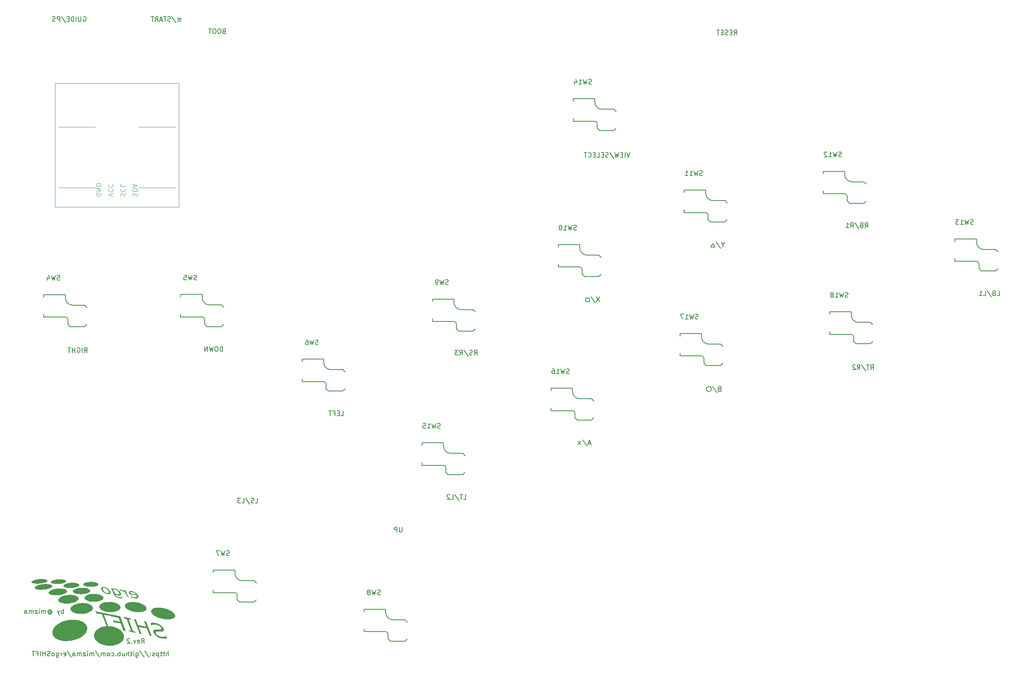
<source format=gbo>
G04 #@! TF.GenerationSoftware,KiCad,Pcbnew,7.0.9*
G04 #@! TF.CreationDate,2024-08-28T09:30:32-07:00*
G04 #@! TF.ProjectId,ergoSHIFT-rgb,6572676f-5348-4494-9654-2d7267622e6b,rev?*
G04 #@! TF.SameCoordinates,Original*
G04 #@! TF.FileFunction,Legend,Bot*
G04 #@! TF.FilePolarity,Positive*
%FSLAX46Y46*%
G04 Gerber Fmt 4.6, Leading zero omitted, Abs format (unit mm)*
G04 Created by KiCad (PCBNEW 7.0.9) date 2024-08-28 09:30:32*
%MOMM*%
%LPD*%
G01*
G04 APERTURE LIST*
%ADD10C,0.000000*%
%ADD11C,0.150000*%
%ADD12C,0.100000*%
%ADD13C,1.524000*%
%ADD14C,1.800000*%
%ADD15C,1.701800*%
%ADD16C,3.000000*%
%ADD17C,3.429000*%
%ADD18C,0.990600*%
%ADD19R,2.600000X2.600000*%
%ADD20C,1.448000*%
%ADD21C,1.500000*%
%ADD22C,2.000000*%
%ADD23C,0.650000*%
%ADD24O,1.000000X2.100000*%
%ADD25O,1.000000X1.600000*%
G04 APERTURE END LIST*
D10*
G36*
X80668302Y-176056634D02*
G01*
X80697529Y-176058092D01*
X80722404Y-176059615D01*
X80742927Y-176061202D01*
X80752701Y-176061868D01*
X80763989Y-176062871D01*
X80791107Y-176065891D01*
X80824282Y-176070260D01*
X80863514Y-176075980D01*
X80902184Y-176082518D01*
X80941437Y-176090518D01*
X80981272Y-176099980D01*
X81021689Y-176110904D01*
X81062689Y-176123290D01*
X81104271Y-176137137D01*
X81146435Y-176152447D01*
X81189182Y-176169219D01*
X81232879Y-176187490D01*
X81279069Y-176208055D01*
X81327753Y-176230913D01*
X81378929Y-176256064D01*
X81432599Y-176283508D01*
X81488761Y-176313246D01*
X81547417Y-176345277D01*
X81608566Y-176379602D01*
X81505174Y-176173074D01*
X81829454Y-176222143D01*
X82529394Y-177620274D01*
X82205114Y-177571205D01*
X81708200Y-176578619D01*
X81666366Y-176555063D01*
X81624659Y-176532357D01*
X81583079Y-176510502D01*
X81541626Y-176489497D01*
X81500300Y-176469344D01*
X81459101Y-176450041D01*
X81418028Y-176431588D01*
X81377083Y-176413987D01*
X81336264Y-176397236D01*
X81295886Y-176381961D01*
X81255948Y-176368164D01*
X81216450Y-176355842D01*
X81177392Y-176344997D01*
X81138775Y-176335629D01*
X81100598Y-176327738D01*
X81062862Y-176321323D01*
X81018103Y-176314911D01*
X80997083Y-176312183D01*
X80976969Y-176309772D01*
X80957763Y-176307679D01*
X80939462Y-176305904D01*
X80922069Y-176304446D01*
X80905582Y-176303307D01*
X80888964Y-176302058D01*
X80872356Y-176301027D01*
X80855758Y-176300215D01*
X80839169Y-176299621D01*
X80822591Y-176299245D01*
X80806022Y-176299087D01*
X80789462Y-176299148D01*
X80772913Y-176299427D01*
X80755665Y-176296817D01*
X80634723Y-176055240D01*
X80668302Y-176056634D01*
G37*
G36*
X80704372Y-181641198D02*
G01*
X81872226Y-184714180D01*
X81422905Y-184625887D01*
X80860546Y-183146150D01*
X79392299Y-182857639D01*
X79254259Y-182494411D01*
X80722505Y-182782924D01*
X80393089Y-181916131D01*
X78684296Y-181580352D01*
X78546258Y-181217126D01*
X80704372Y-181641198D01*
G37*
G36*
X88896963Y-179815316D02*
G01*
X89133889Y-179831006D01*
X89378970Y-179858776D01*
X89630846Y-179898888D01*
X89888159Y-179951605D01*
X90016898Y-179982399D01*
X90143439Y-180015606D01*
X90267637Y-180051122D01*
X90389348Y-180088841D01*
X90508426Y-180128659D01*
X90624726Y-180170472D01*
X90738103Y-180214175D01*
X90848411Y-180259663D01*
X90955506Y-180306833D01*
X91059243Y-180355579D01*
X91159476Y-180405797D01*
X91256060Y-180457383D01*
X91348850Y-180510231D01*
X91437701Y-180564238D01*
X91522468Y-180619299D01*
X91603006Y-180675309D01*
X91679169Y-180732164D01*
X91750813Y-180789759D01*
X91817791Y-180847989D01*
X91879960Y-180906751D01*
X91937175Y-180965940D01*
X91989288Y-181025451D01*
X92036157Y-181085179D01*
X92077635Y-181145021D01*
X92113578Y-181204871D01*
X92143840Y-181264625D01*
X92168277Y-181324178D01*
X92186742Y-181383427D01*
X92199092Y-181442266D01*
X92205180Y-181500591D01*
X92204862Y-181558297D01*
X92197993Y-181615280D01*
X92184600Y-181670777D01*
X92164921Y-181724075D01*
X92139128Y-181775140D01*
X92107388Y-181823939D01*
X92069873Y-181870441D01*
X92026751Y-181914611D01*
X91924370Y-181995828D01*
X91801604Y-182067327D01*
X91659812Y-182128846D01*
X91500352Y-182180122D01*
X91324583Y-182220894D01*
X91133865Y-182250898D01*
X90929557Y-182269872D01*
X90713017Y-182277553D01*
X90485605Y-182273680D01*
X90248679Y-182257990D01*
X90003599Y-182230220D01*
X89751722Y-182190108D01*
X89494410Y-182137392D01*
X89365671Y-182106598D01*
X89239130Y-182073390D01*
X89114931Y-182037875D01*
X88993220Y-182000156D01*
X88874142Y-181960338D01*
X88757842Y-181918525D01*
X88644465Y-181874822D01*
X88534157Y-181829333D01*
X88427062Y-181782163D01*
X88323325Y-181733417D01*
X88223092Y-181683199D01*
X88126508Y-181631614D01*
X88033718Y-181578765D01*
X87944867Y-181524758D01*
X87860100Y-181469698D01*
X87779562Y-181413687D01*
X87703399Y-181356833D01*
X87631755Y-181299238D01*
X87564777Y-181241007D01*
X87502608Y-181182245D01*
X87445394Y-181123056D01*
X87393280Y-181063545D01*
X87346411Y-181003817D01*
X87304933Y-180943975D01*
X87268990Y-180884125D01*
X87238728Y-180824372D01*
X87214291Y-180764818D01*
X87195826Y-180705570D01*
X87183477Y-180646731D01*
X87177388Y-180588406D01*
X87177706Y-180530700D01*
X87184576Y-180473718D01*
X87197969Y-180418220D01*
X87217647Y-180364922D01*
X87243441Y-180313857D01*
X87275180Y-180265058D01*
X87312696Y-180218556D01*
X87355817Y-180174386D01*
X87458198Y-180093169D01*
X87580964Y-180021670D01*
X87722757Y-179960151D01*
X87882217Y-179908874D01*
X88057985Y-179868103D01*
X88248703Y-179838099D01*
X88453011Y-179819125D01*
X88669551Y-179811443D01*
X88896963Y-179815316D01*
G37*
G36*
X70329059Y-177158165D02*
G01*
X70430583Y-177161381D01*
X70530185Y-177166779D01*
X70627729Y-177174313D01*
X70723075Y-177183940D01*
X70816086Y-177195615D01*
X70906624Y-177209293D01*
X70994552Y-177224931D01*
X71079731Y-177242484D01*
X71162023Y-177261908D01*
X71241291Y-177283159D01*
X71317396Y-177306192D01*
X71390201Y-177330963D01*
X71459568Y-177357429D01*
X71525358Y-177385543D01*
X71587435Y-177415263D01*
X71645659Y-177446544D01*
X71699893Y-177479342D01*
X71750000Y-177513612D01*
X71795840Y-177549310D01*
X71837278Y-177586393D01*
X71874173Y-177624815D01*
X71906389Y-177664532D01*
X71933787Y-177705500D01*
X71956230Y-177747676D01*
X71973580Y-177791013D01*
X71985699Y-177835469D01*
X71992449Y-177880999D01*
X71993688Y-177927010D01*
X71989454Y-177972894D01*
X71979873Y-178018582D01*
X71965075Y-178064007D01*
X71945188Y-178109102D01*
X71920339Y-178153800D01*
X71856270Y-178241732D01*
X71773894Y-178327263D01*
X71674235Y-178409853D01*
X71558320Y-178488963D01*
X71427173Y-178564052D01*
X71281820Y-178634581D01*
X71123286Y-178700009D01*
X70952597Y-178759796D01*
X70770777Y-178813403D01*
X70578852Y-178860290D01*
X70377847Y-178899916D01*
X70168788Y-178931742D01*
X69952699Y-178955227D01*
X69843639Y-178963578D01*
X69735810Y-178969528D01*
X69629350Y-178973119D01*
X69524398Y-178974397D01*
X69421091Y-178973405D01*
X69319568Y-178970188D01*
X69219966Y-178964791D01*
X69122422Y-178957256D01*
X69027076Y-178947630D01*
X68934065Y-178935955D01*
X68843527Y-178922277D01*
X68755599Y-178906639D01*
X68670420Y-178889085D01*
X68588128Y-178869661D01*
X68508860Y-178848410D01*
X68432754Y-178825377D01*
X68359949Y-178800606D01*
X68290583Y-178774141D01*
X68224792Y-178746026D01*
X68162716Y-178716306D01*
X68104491Y-178685025D01*
X68050257Y-178652227D01*
X68000150Y-178617957D01*
X67954309Y-178582258D01*
X67912872Y-178545176D01*
X67875976Y-178506754D01*
X67843760Y-178467037D01*
X67816362Y-178426068D01*
X67793918Y-178383893D01*
X67776568Y-178340555D01*
X67764449Y-178296099D01*
X67757700Y-178250569D01*
X67756460Y-178204558D01*
X67760695Y-178158675D01*
X67770276Y-178112987D01*
X67785074Y-178067562D01*
X67804961Y-178022467D01*
X67829810Y-177977769D01*
X67893880Y-177889838D01*
X67976256Y-177804306D01*
X68075915Y-177721716D01*
X68191830Y-177642606D01*
X68322977Y-177567517D01*
X68468330Y-177496989D01*
X68626864Y-177431561D01*
X68797554Y-177371773D01*
X68979374Y-177318166D01*
X69171299Y-177271280D01*
X69372304Y-177231654D01*
X69581363Y-177199828D01*
X69797451Y-177176343D01*
X69906512Y-177167991D01*
X70014341Y-177162042D01*
X70120800Y-177158451D01*
X70225753Y-177157173D01*
X70329059Y-177158165D01*
G37*
G36*
X83692338Y-178651347D02*
G01*
X83918732Y-178671940D01*
X84149991Y-178703645D01*
X84265685Y-178723523D01*
X84379399Y-178745733D01*
X84491002Y-178770187D01*
X84600363Y-178796801D01*
X84707353Y-178825488D01*
X84811842Y-178856163D01*
X84913698Y-178888740D01*
X85012792Y-178923132D01*
X85108993Y-178959255D01*
X85202171Y-178997021D01*
X85292197Y-179036346D01*
X85378938Y-179077143D01*
X85462266Y-179119327D01*
X85542050Y-179162811D01*
X85618159Y-179207510D01*
X85690464Y-179253339D01*
X85758834Y-179300210D01*
X85823138Y-179348039D01*
X85883248Y-179396739D01*
X85939031Y-179446225D01*
X85990358Y-179496410D01*
X86037099Y-179547209D01*
X86079123Y-179598537D01*
X86116300Y-179650306D01*
X86148500Y-179702432D01*
X86175592Y-179754828D01*
X86197447Y-179807409D01*
X86213933Y-179860088D01*
X86224921Y-179912781D01*
X86230280Y-179965400D01*
X86229881Y-180017861D01*
X86223592Y-180070077D01*
X86211440Y-180121354D01*
X86193641Y-180171027D01*
X86170348Y-180219057D01*
X86141713Y-180265402D01*
X86107890Y-180310023D01*
X86069030Y-180352878D01*
X85976815Y-180433130D01*
X85866289Y-180505836D01*
X85738675Y-180570669D01*
X85595196Y-180627307D01*
X85437074Y-180675426D01*
X85265531Y-180714700D01*
X85081790Y-180744807D01*
X84887074Y-180765423D01*
X84682605Y-180776222D01*
X84469604Y-180776881D01*
X84249296Y-180767077D01*
X84022901Y-180746484D01*
X83791643Y-180714779D01*
X83675948Y-180694901D01*
X83562234Y-180672691D01*
X83450631Y-180648237D01*
X83341270Y-180621623D01*
X83234279Y-180592936D01*
X83129791Y-180562261D01*
X83027934Y-180529684D01*
X82928840Y-180495292D01*
X82832639Y-180459170D01*
X82739460Y-180421403D01*
X82649435Y-180382079D01*
X82562693Y-180341282D01*
X82479365Y-180299098D01*
X82399581Y-180255613D01*
X82323472Y-180210914D01*
X82251167Y-180165086D01*
X82182797Y-180118214D01*
X82118492Y-180070386D01*
X82058383Y-180021686D01*
X82002600Y-179972200D01*
X81951273Y-179922014D01*
X81904532Y-179871215D01*
X81862508Y-179819888D01*
X81825331Y-179768118D01*
X81793131Y-179715993D01*
X81766039Y-179663596D01*
X81744184Y-179611016D01*
X81727698Y-179558336D01*
X81716710Y-179505644D01*
X81711351Y-179453024D01*
X81711751Y-179400563D01*
X81718040Y-179348348D01*
X81730192Y-179297071D01*
X81747991Y-179247397D01*
X81771284Y-179199367D01*
X81799918Y-179153022D01*
X81833742Y-179108401D01*
X81872601Y-179065546D01*
X81964817Y-178985294D01*
X82075343Y-178912589D01*
X82202957Y-178847755D01*
X82346436Y-178791117D01*
X82504558Y-178742999D01*
X82676101Y-178703724D01*
X82859842Y-178673617D01*
X83054558Y-178653002D01*
X83259028Y-178642202D01*
X83472029Y-178641543D01*
X83692338Y-178651347D01*
G37*
G36*
X72879169Y-175670205D02*
G01*
X72968406Y-175672930D01*
X73056130Y-175677283D01*
X73142227Y-175683225D01*
X73226583Y-175690721D01*
X73309081Y-175699731D01*
X73389606Y-175710218D01*
X73468045Y-175722144D01*
X73544282Y-175735472D01*
X73618202Y-175750163D01*
X73689690Y-175766181D01*
X73758631Y-175783487D01*
X73824911Y-175802044D01*
X73888414Y-175821814D01*
X73949025Y-175842760D01*
X74006629Y-175864843D01*
X74061112Y-175888026D01*
X74112358Y-175912271D01*
X74160253Y-175937540D01*
X74204682Y-175963796D01*
X74245529Y-175991002D01*
X74282679Y-176019118D01*
X74316019Y-176048108D01*
X74345432Y-176077935D01*
X74370804Y-176108559D01*
X74392020Y-176139944D01*
X74408965Y-176172052D01*
X74421524Y-176204844D01*
X74429581Y-176238285D01*
X74433023Y-176272334D01*
X74431759Y-176306549D01*
X74425850Y-176340476D01*
X74415410Y-176374072D01*
X74400549Y-176407289D01*
X74381381Y-176440084D01*
X74358017Y-176472409D01*
X74299153Y-176535470D01*
X74224854Y-176596108D01*
X74136020Y-176653956D01*
X74033549Y-176708650D01*
X73918339Y-176759826D01*
X73791289Y-176807116D01*
X73653296Y-176850158D01*
X73505259Y-176888585D01*
X73348077Y-176922032D01*
X73182647Y-176950135D01*
X73009868Y-176972527D01*
X72830638Y-176988845D01*
X72645857Y-176998722D01*
X72552773Y-177001107D01*
X72460857Y-177001751D01*
X72370223Y-177000692D01*
X72280986Y-176997967D01*
X72193261Y-176993614D01*
X72107164Y-176987671D01*
X72022809Y-176980176D01*
X71940311Y-176971166D01*
X71859785Y-176960679D01*
X71781347Y-176948752D01*
X71705110Y-176935425D01*
X71631190Y-176920733D01*
X71559702Y-176904715D01*
X71490760Y-176887409D01*
X71424481Y-176868852D01*
X71360978Y-176849082D01*
X71300367Y-176828137D01*
X71242762Y-176806054D01*
X71188280Y-176782871D01*
X71137033Y-176758626D01*
X71089138Y-176733356D01*
X71044710Y-176707100D01*
X71003863Y-176679895D01*
X70966712Y-176651778D01*
X70933372Y-176622788D01*
X70903959Y-176592962D01*
X70878587Y-176562337D01*
X70857371Y-176530952D01*
X70840426Y-176498845D01*
X70827868Y-176466052D01*
X70819810Y-176432612D01*
X70816368Y-176398562D01*
X70817632Y-176364348D01*
X70823541Y-176330420D01*
X70833981Y-176296825D01*
X70848842Y-176263607D01*
X70868011Y-176230812D01*
X70891374Y-176198487D01*
X70950239Y-176135426D01*
X71024537Y-176074789D01*
X71113371Y-176016940D01*
X71215842Y-175962246D01*
X71331052Y-175911071D01*
X71458103Y-175863780D01*
X71596096Y-175820738D01*
X71744133Y-175782311D01*
X71901315Y-175748864D01*
X72066745Y-175720762D01*
X72239524Y-175698369D01*
X72418753Y-175682051D01*
X72603534Y-175672174D01*
X72696618Y-175669789D01*
X72788535Y-175669145D01*
X72879169Y-175670205D01*
G37*
G36*
X75341637Y-176937011D02*
G01*
X75441951Y-176940215D01*
X75540807Y-176945491D01*
X75638080Y-176952786D01*
X75733646Y-176962050D01*
X75827382Y-176973229D01*
X75919162Y-176986272D01*
X76008864Y-177001127D01*
X76096362Y-177017740D01*
X76181533Y-177036061D01*
X76264253Y-177056037D01*
X76344397Y-177077616D01*
X76421841Y-177100746D01*
X76496462Y-177125375D01*
X76568135Y-177151450D01*
X76636736Y-177178920D01*
X76702140Y-177207731D01*
X76764225Y-177237834D01*
X76822865Y-177269174D01*
X76877937Y-177301700D01*
X76929316Y-177335360D01*
X76976879Y-177370102D01*
X77020501Y-177405873D01*
X77060058Y-177442622D01*
X77095426Y-177480296D01*
X77126481Y-177518843D01*
X77153099Y-177558212D01*
X77175156Y-177598349D01*
X77192527Y-177639203D01*
X77205089Y-177680722D01*
X77212717Y-177722853D01*
X77215287Y-177765545D01*
X77212717Y-177808237D01*
X77205089Y-177850368D01*
X77192527Y-177891887D01*
X77175156Y-177932741D01*
X77153099Y-177972878D01*
X77126481Y-178012247D01*
X77060058Y-178088468D01*
X76976879Y-178160988D01*
X76877937Y-178229390D01*
X76764225Y-178293257D01*
X76636736Y-178352171D01*
X76496462Y-178405716D01*
X76344397Y-178453474D01*
X76181533Y-178495029D01*
X76008864Y-178529964D01*
X75827382Y-178557862D01*
X75638080Y-178578305D01*
X75441951Y-178590876D01*
X75239988Y-178595159D01*
X75138339Y-178594080D01*
X75038025Y-178590876D01*
X74939169Y-178585600D01*
X74841896Y-178578305D01*
X74746329Y-178569041D01*
X74652594Y-178557862D01*
X74560813Y-178544819D01*
X74471112Y-178529964D01*
X74383613Y-178513350D01*
X74298442Y-178495029D01*
X74215723Y-178475053D01*
X74135579Y-178453474D01*
X74058134Y-178430344D01*
X73983513Y-178405716D01*
X73911841Y-178379641D01*
X73843240Y-178352171D01*
X73777835Y-178323359D01*
X73715750Y-178293257D01*
X73657110Y-178261916D01*
X73602038Y-178229390D01*
X73550659Y-178195730D01*
X73503096Y-178160988D01*
X73459474Y-178125217D01*
X73419917Y-178088468D01*
X73384549Y-178050794D01*
X73353494Y-178012247D01*
X73326876Y-177972878D01*
X73304819Y-177932741D01*
X73287448Y-177891887D01*
X73274886Y-177850368D01*
X73267258Y-177808237D01*
X73264688Y-177765545D01*
X73267258Y-177722853D01*
X73274886Y-177680722D01*
X73287448Y-177639203D01*
X73304819Y-177598349D01*
X73326876Y-177558212D01*
X73353494Y-177518843D01*
X73419917Y-177442622D01*
X73503096Y-177370102D01*
X73602038Y-177301700D01*
X73715750Y-177237834D01*
X73843240Y-177178920D01*
X73983513Y-177125375D01*
X74135579Y-177077616D01*
X74298442Y-177036061D01*
X74471112Y-177001127D01*
X74652594Y-176973229D01*
X74841896Y-176952786D01*
X75038025Y-176940215D01*
X75239988Y-176935932D01*
X75341637Y-176937011D01*
G37*
G36*
X84298640Y-177064054D02*
G01*
X84326647Y-177103319D01*
X84353201Y-177143385D01*
X84378299Y-177184253D01*
X84401943Y-177225921D01*
X84424133Y-177268391D01*
X84444470Y-177310955D01*
X84462088Y-177351969D01*
X84476988Y-177391433D01*
X84483418Y-177410584D01*
X84489168Y-177429347D01*
X84494238Y-177447722D01*
X84498629Y-177465710D01*
X84502340Y-177483311D01*
X84505371Y-177500523D01*
X84507723Y-177517349D01*
X84509394Y-177533786D01*
X84510386Y-177549837D01*
X84510698Y-177565499D01*
X84510331Y-177580774D01*
X84509283Y-177595662D01*
X84507556Y-177610162D01*
X84505149Y-177624274D01*
X84502063Y-177637999D01*
X84498296Y-177651336D01*
X84493850Y-177664286D01*
X84488724Y-177676848D01*
X84482918Y-177689023D01*
X84476433Y-177700810D01*
X84469268Y-177712210D01*
X84461422Y-177723222D01*
X84452898Y-177733846D01*
X84443693Y-177744083D01*
X84433809Y-177753933D01*
X84423245Y-177763394D01*
X84400169Y-177780916D01*
X84374715Y-177796722D01*
X84346883Y-177810812D01*
X84316673Y-177823187D01*
X84284084Y-177833847D01*
X84249117Y-177842790D01*
X84211771Y-177850019D01*
X84172047Y-177855531D01*
X84129945Y-177859328D01*
X84085465Y-177861410D01*
X84038606Y-177861776D01*
X83989369Y-177860426D01*
X83937754Y-177857361D01*
X83883760Y-177852580D01*
X83827388Y-177846083D01*
X83768637Y-177837871D01*
X83721639Y-177830272D01*
X83674651Y-177821698D01*
X83627674Y-177812149D01*
X83580707Y-177801626D01*
X83533750Y-177790128D01*
X83486803Y-177777656D01*
X83439867Y-177764209D01*
X83392940Y-177749787D01*
X83299022Y-177719019D01*
X83204946Y-177686346D01*
X83110716Y-177651770D01*
X83016330Y-177615290D01*
X82887871Y-177358694D01*
X82905119Y-177361304D01*
X82934966Y-177378583D01*
X82968465Y-177396485D01*
X83005614Y-177415013D01*
X83046413Y-177434165D01*
X83090864Y-177453942D01*
X83138965Y-177474344D01*
X83190717Y-177495370D01*
X83246120Y-177517021D01*
X83302294Y-177537722D01*
X83357532Y-177556655D01*
X83411834Y-177573820D01*
X83465202Y-177589216D01*
X83517634Y-177602843D01*
X83569132Y-177614703D01*
X83619694Y-177624794D01*
X83669321Y-177633117D01*
X83705793Y-177638202D01*
X83741041Y-177642233D01*
X83775064Y-177645213D01*
X83807863Y-177647139D01*
X83839437Y-177648012D01*
X83869787Y-177647833D01*
X83898912Y-177646600D01*
X83926813Y-177644315D01*
X83940055Y-177642739D01*
X83952923Y-177640891D01*
X83965418Y-177638768D01*
X83977540Y-177636373D01*
X83989287Y-177633704D01*
X84000661Y-177630761D01*
X84011662Y-177627545D01*
X84022289Y-177624056D01*
X84032542Y-177620293D01*
X84042422Y-177616256D01*
X84051928Y-177611947D01*
X84061061Y-177607364D01*
X84069820Y-177602507D01*
X84078206Y-177597377D01*
X84086218Y-177591973D01*
X84093857Y-177586296D01*
X84101441Y-177580236D01*
X84108583Y-177573865D01*
X84115282Y-177567183D01*
X84121540Y-177560190D01*
X84127356Y-177552886D01*
X84132729Y-177545271D01*
X84137660Y-177537346D01*
X84142149Y-177529109D01*
X84146196Y-177520561D01*
X84149801Y-177511703D01*
X84152963Y-177502533D01*
X84155684Y-177493053D01*
X84157962Y-177483261D01*
X84159798Y-177473159D01*
X84161192Y-177462746D01*
X84162143Y-177452022D01*
X84162524Y-177440827D01*
X84162359Y-177429314D01*
X84161650Y-177417485D01*
X84160395Y-177405337D01*
X84158595Y-177392873D01*
X84156250Y-177380090D01*
X84153361Y-177366991D01*
X84149926Y-177353574D01*
X84145946Y-177339839D01*
X84141420Y-177325787D01*
X84136350Y-177311418D01*
X84130735Y-177296731D01*
X84124575Y-177281727D01*
X84117870Y-177266405D01*
X84110619Y-177250766D01*
X84102824Y-177234809D01*
X82683239Y-177020004D01*
X82619323Y-176892331D01*
X82601390Y-176854980D01*
X82585657Y-176818964D01*
X82572126Y-176784285D01*
X82560795Y-176750942D01*
X82551665Y-176718936D01*
X82550092Y-176711974D01*
X82859388Y-176711974D01*
X82859615Y-176728263D01*
X82861154Y-176745357D01*
X82864005Y-176763254D01*
X82868168Y-176781955D01*
X82873642Y-176801461D01*
X82880428Y-176821770D01*
X82888527Y-176842884D01*
X82897937Y-176864801D01*
X82908659Y-176887523D01*
X84012590Y-177054566D01*
X83999250Y-177033653D01*
X83985082Y-177013005D01*
X83970088Y-176992619D01*
X83954266Y-176972497D01*
X83937618Y-176952638D01*
X83920142Y-176933043D01*
X83901839Y-176913712D01*
X83882709Y-176894643D01*
X83862752Y-176875839D01*
X83841968Y-176857297D01*
X83820356Y-176839020D01*
X83797918Y-176821005D01*
X83774652Y-176803254D01*
X83750559Y-176785767D01*
X83725639Y-176768543D01*
X83699892Y-176751582D01*
X83673322Y-176735094D01*
X83646366Y-176719352D01*
X83619024Y-176704355D01*
X83591296Y-176690104D01*
X83563181Y-176676600D01*
X83534680Y-176663841D01*
X83505793Y-176651828D01*
X83476520Y-176640562D01*
X83446860Y-176630041D01*
X83416814Y-176620266D01*
X83386381Y-176611237D01*
X83355562Y-176602954D01*
X83324357Y-176595416D01*
X83292766Y-176588625D01*
X83260788Y-176582580D01*
X83228424Y-176577280D01*
X83196799Y-176572861D01*
X83166609Y-176569391D01*
X83137852Y-176566870D01*
X83110530Y-176565297D01*
X83084642Y-176564675D01*
X83060187Y-176565001D01*
X83037168Y-176566276D01*
X83015582Y-176568500D01*
X82995430Y-176571674D01*
X82976713Y-176575796D01*
X82967892Y-176578213D01*
X82959430Y-176580868D01*
X82951326Y-176583760D01*
X82943581Y-176586888D01*
X82936194Y-176590255D01*
X82929166Y-176593858D01*
X82922496Y-176597699D01*
X82916185Y-176601777D01*
X82910233Y-176606092D01*
X82904639Y-176610645D01*
X82899404Y-176615435D01*
X82894527Y-176620462D01*
X82885572Y-176631123D01*
X82877929Y-176642588D01*
X82871597Y-176654857D01*
X82866577Y-176667930D01*
X82862869Y-176681808D01*
X82860473Y-176696489D01*
X82859388Y-176711974D01*
X82550092Y-176711974D01*
X82544737Y-176688265D01*
X82542098Y-176673431D01*
X82540009Y-176658931D01*
X82538470Y-176644765D01*
X82537482Y-176630933D01*
X82537044Y-176617435D01*
X82537156Y-176604271D01*
X82537818Y-176591441D01*
X82539031Y-176578946D01*
X82540794Y-176566784D01*
X82543107Y-176554957D01*
X82545970Y-176543463D01*
X82549384Y-176532304D01*
X82553348Y-176521478D01*
X82557862Y-176510987D01*
X82562926Y-176500830D01*
X82568540Y-176491007D01*
X82574705Y-176481518D01*
X82581420Y-176472362D01*
X82588685Y-176463542D01*
X82596500Y-176455055D01*
X82613489Y-176439133D01*
X82632526Y-176424715D01*
X82653611Y-176411800D01*
X82676743Y-176400387D01*
X82701923Y-176390478D01*
X82729150Y-176382071D01*
X82758426Y-176375167D01*
X82789749Y-176369766D01*
X82823119Y-176365868D01*
X82858538Y-176363473D01*
X82896004Y-176362580D01*
X82935517Y-176363191D01*
X82977078Y-176365304D01*
X83020687Y-176368920D01*
X83066344Y-176374039D01*
X83114048Y-176380661D01*
X83166418Y-176389313D01*
X83218309Y-176399348D01*
X83269722Y-176410765D01*
X83320656Y-176423565D01*
X83371112Y-176437748D01*
X83421090Y-176453314D01*
X83470588Y-176470262D01*
X83519609Y-176488593D01*
X83568150Y-176508306D01*
X83616213Y-176529403D01*
X83663798Y-176551882D01*
X83710904Y-176575744D01*
X83757531Y-176600988D01*
X83803680Y-176627615D01*
X83849350Y-176655625D01*
X83894541Y-176685018D01*
X83938551Y-176715470D01*
X83981106Y-176746723D01*
X84022207Y-176778778D01*
X84061852Y-176811633D01*
X84100043Y-176845290D01*
X84136780Y-176879748D01*
X84172061Y-176915007D01*
X84205888Y-176951067D01*
X84238260Y-176987928D01*
X84269177Y-177025591D01*
X84291371Y-177054566D01*
X84298640Y-177064054D01*
G37*
G36*
X78691942Y-176612232D02*
G01*
X78697490Y-176645794D01*
X78699351Y-176662047D01*
X78700603Y-176677948D01*
X78701246Y-176693497D01*
X78701280Y-176708693D01*
X78700704Y-176723538D01*
X78699520Y-176738031D01*
X78697727Y-176752172D01*
X78695324Y-176765961D01*
X78692313Y-176779398D01*
X78688693Y-176792482D01*
X78684463Y-176805215D01*
X78679625Y-176817596D01*
X78674177Y-176829625D01*
X78668121Y-176841302D01*
X78661455Y-176852627D01*
X78654181Y-176863600D01*
X78646297Y-176874221D01*
X78637805Y-176884489D01*
X78618955Y-176903771D01*
X78598024Y-176921310D01*
X78575013Y-176937106D01*
X78549921Y-176951160D01*
X78522748Y-176963470D01*
X78493495Y-176974038D01*
X78462161Y-176982863D01*
X78428746Y-176989944D01*
X78393251Y-176995284D01*
X78355675Y-176998880D01*
X78316019Y-177000733D01*
X78274282Y-177000844D01*
X78230464Y-176999211D01*
X78184566Y-176995836D01*
X78136587Y-176990718D01*
X78086528Y-176983858D01*
X78036112Y-176975515D01*
X77986204Y-176965821D01*
X77936802Y-176954775D01*
X77887906Y-176942378D01*
X77839518Y-176928630D01*
X77791636Y-176913531D01*
X77744261Y-176897080D01*
X77697392Y-176879278D01*
X77651031Y-176860125D01*
X77605176Y-176839620D01*
X77559827Y-176817764D01*
X77514986Y-176794557D01*
X77470651Y-176769999D01*
X77426822Y-176744089D01*
X77383501Y-176716827D01*
X77340686Y-176688215D01*
X77298786Y-176658507D01*
X77258210Y-176627960D01*
X77218957Y-176596574D01*
X77181029Y-176564349D01*
X77144424Y-176531285D01*
X77109142Y-176497381D01*
X77075184Y-176462639D01*
X77042550Y-176427058D01*
X77011240Y-176390637D01*
X76981253Y-176353378D01*
X76952590Y-176315279D01*
X76925250Y-176276341D01*
X76899234Y-176236564D01*
X76874541Y-176195948D01*
X76851172Y-176154493D01*
X76829127Y-176112199D01*
X76808968Y-176070190D01*
X76791259Y-176029591D01*
X76775999Y-175990403D01*
X76763189Y-175952624D01*
X76752828Y-175916255D01*
X76746149Y-175886742D01*
X77078470Y-175886742D01*
X77079377Y-175908643D01*
X77081978Y-175931812D01*
X77086272Y-175956250D01*
X77092260Y-175981956D01*
X77099941Y-176008931D01*
X77109317Y-176037175D01*
X77120386Y-176066687D01*
X77133149Y-176097467D01*
X77147606Y-176129516D01*
X77163756Y-176162834D01*
X77180687Y-176195582D01*
X77198267Y-176227490D01*
X77216497Y-176258555D01*
X77235377Y-176288779D01*
X77254907Y-176318161D01*
X77275086Y-176346702D01*
X77295915Y-176374401D01*
X77317394Y-176401258D01*
X77339523Y-176427274D01*
X77362302Y-176452448D01*
X77385730Y-176476781D01*
X77409808Y-176500272D01*
X77434536Y-176522921D01*
X77459913Y-176544728D01*
X77485941Y-176565694D01*
X77512618Y-176585819D01*
X77539502Y-176604876D01*
X77566738Y-176623020D01*
X77594326Y-176640250D01*
X77622267Y-176656566D01*
X77650559Y-176671969D01*
X77679203Y-176686457D01*
X77708200Y-176700032D01*
X77737549Y-176712693D01*
X77767250Y-176724441D01*
X77797303Y-176735274D01*
X77827708Y-176745194D01*
X77858465Y-176754200D01*
X77889574Y-176762292D01*
X77921035Y-176769470D01*
X77952849Y-176775735D01*
X77985015Y-176781085D01*
X78017072Y-176785448D01*
X78047697Y-176788618D01*
X78076891Y-176790595D01*
X78104653Y-176791379D01*
X78130984Y-176790971D01*
X78155883Y-176789370D01*
X78167796Y-176788122D01*
X78179350Y-176786576D01*
X78190547Y-176784732D01*
X78201386Y-176782590D01*
X78211868Y-176780149D01*
X78221991Y-176777411D01*
X78231756Y-176774374D01*
X78241164Y-176771039D01*
X78250213Y-176767406D01*
X78258905Y-176763474D01*
X78267239Y-176759245D01*
X78275215Y-176754717D01*
X78282833Y-176749891D01*
X78290093Y-176744767D01*
X78296995Y-176739345D01*
X78303540Y-176733624D01*
X78309726Y-176727605D01*
X78315555Y-176721289D01*
X78321025Y-176714673D01*
X78326138Y-176707760D01*
X78335107Y-176692899D01*
X78342437Y-176676876D01*
X78348126Y-176659693D01*
X78352176Y-176641349D01*
X78354585Y-176621844D01*
X78355355Y-176601177D01*
X78354485Y-176579350D01*
X78351975Y-176556362D01*
X78347826Y-176532213D01*
X78342036Y-176506902D01*
X78334607Y-176480431D01*
X78325537Y-176452799D01*
X78314828Y-176424006D01*
X78302479Y-176394051D01*
X78288489Y-176362936D01*
X78272860Y-176330659D01*
X78255571Y-176297169D01*
X78237698Y-176264604D01*
X78219242Y-176232961D01*
X78200202Y-176202243D01*
X78180578Y-176172449D01*
X78160371Y-176143579D01*
X78139580Y-176115632D01*
X78118206Y-176088610D01*
X78096248Y-176062512D01*
X78073706Y-176037337D01*
X78050580Y-176013086D01*
X78026871Y-175989760D01*
X78002578Y-175967357D01*
X77977702Y-175945878D01*
X77952242Y-175925323D01*
X77926198Y-175905692D01*
X77899369Y-175886784D01*
X77872143Y-175868773D01*
X77844520Y-175851660D01*
X77816499Y-175835444D01*
X77788081Y-175820127D01*
X77759265Y-175805707D01*
X77730052Y-175792186D01*
X77700442Y-175779562D01*
X77670434Y-175767836D01*
X77640028Y-175757008D01*
X77609226Y-175747078D01*
X77578025Y-175738045D01*
X77546428Y-175729911D01*
X77514432Y-175722674D01*
X77482040Y-175716336D01*
X77449250Y-175710895D01*
X77417397Y-175706554D01*
X77386952Y-175703385D01*
X77357915Y-175701386D01*
X77330287Y-175700559D01*
X77304067Y-175700903D01*
X77279256Y-175702417D01*
X77255853Y-175705103D01*
X77244679Y-175706886D01*
X77233858Y-175708961D01*
X77223388Y-175711328D01*
X77213271Y-175713989D01*
X77203506Y-175716942D01*
X77194093Y-175720188D01*
X77185032Y-175723727D01*
X77176323Y-175727558D01*
X77167966Y-175731683D01*
X77159961Y-175736100D01*
X77152308Y-175740810D01*
X77145008Y-175745812D01*
X77138059Y-175751108D01*
X77131463Y-175756696D01*
X77125218Y-175762577D01*
X77119326Y-175768751D01*
X77113786Y-175775217D01*
X77108597Y-175781976D01*
X77099342Y-175796266D01*
X77091780Y-175811824D01*
X77085912Y-175828651D01*
X77081738Y-175846746D01*
X77079257Y-175866109D01*
X77078470Y-175886742D01*
X76746149Y-175886742D01*
X76744917Y-175881296D01*
X76739456Y-175847748D01*
X76737644Y-175831502D01*
X76736444Y-175815609D01*
X76735857Y-175800069D01*
X76735882Y-175784881D01*
X76736519Y-175770045D01*
X76737769Y-175755562D01*
X76739631Y-175741432D01*
X76742106Y-175727654D01*
X76745193Y-175714229D01*
X76748893Y-175701156D01*
X76753204Y-175688435D01*
X76758129Y-175676067D01*
X76763665Y-175664052D01*
X76769814Y-175652389D01*
X76776575Y-175641078D01*
X76783949Y-175630120D01*
X76791935Y-175619515D01*
X76800534Y-175609262D01*
X76819295Y-175589827D01*
X76840115Y-175572140D01*
X76862993Y-175556202D01*
X76887930Y-175542013D01*
X76914925Y-175529572D01*
X76943979Y-175518879D01*
X76975091Y-175509935D01*
X77008262Y-175502740D01*
X77043491Y-175497293D01*
X77080779Y-175493594D01*
X77120126Y-175491644D01*
X77161531Y-175491443D01*
X77204995Y-175492990D01*
X77250517Y-175496286D01*
X77298098Y-175501330D01*
X77347737Y-175508123D01*
X77398573Y-175516534D01*
X77448879Y-175526301D01*
X77498658Y-175537426D01*
X77547907Y-175549908D01*
X77596627Y-175563747D01*
X77644819Y-175578943D01*
X77692482Y-175595496D01*
X77739616Y-175613406D01*
X77786221Y-175632673D01*
X77832298Y-175653297D01*
X77877846Y-175675278D01*
X77922865Y-175698616D01*
X77967355Y-175723311D01*
X78011316Y-175749363D01*
X78054749Y-175776772D01*
X78097653Y-175805538D01*
X78139344Y-175835214D01*
X78179725Y-175865731D01*
X78218796Y-175897090D01*
X78256557Y-175929290D01*
X78293007Y-175962331D01*
X78328148Y-175996213D01*
X78361978Y-176030936D01*
X78394498Y-176066500D01*
X78425707Y-176102906D01*
X78455607Y-176140152D01*
X78484196Y-176178240D01*
X78511476Y-176217169D01*
X78537445Y-176256939D01*
X78562104Y-176297549D01*
X78585453Y-176339001D01*
X78607491Y-176381295D01*
X78627656Y-176423304D01*
X78645386Y-176463906D01*
X78660679Y-176503100D01*
X78673536Y-176540885D01*
X78683957Y-176577263D01*
X78689417Y-176601177D01*
X78691942Y-176612232D01*
G37*
G36*
X78419167Y-181192153D02*
G01*
X78557210Y-181555381D01*
X77349934Y-181318151D01*
X78379748Y-184027906D01*
X77930426Y-183939613D01*
X76900613Y-181229857D01*
X75693338Y-180992627D01*
X75555296Y-180629400D01*
X78419167Y-181192153D01*
G37*
G36*
X78609948Y-178628013D02*
G01*
X78724405Y-178634962D01*
X78837227Y-178644545D01*
X78948278Y-178656689D01*
X79057420Y-178671321D01*
X79164517Y-178688368D01*
X79269432Y-178707757D01*
X79372029Y-178729414D01*
X79472172Y-178753266D01*
X79569723Y-178779240D01*
X79664546Y-178807262D01*
X79756504Y-178837260D01*
X79845462Y-178869160D01*
X79931281Y-178902888D01*
X80013826Y-178938373D01*
X80092960Y-178975539D01*
X80168547Y-179014315D01*
X80240449Y-179054627D01*
X80308531Y-179096401D01*
X80372655Y-179139564D01*
X80432686Y-179184044D01*
X80488485Y-179229766D01*
X80539918Y-179276658D01*
X80586846Y-179324647D01*
X80629135Y-179373658D01*
X80666646Y-179423620D01*
X80699244Y-179474458D01*
X80726792Y-179526099D01*
X80749153Y-179578470D01*
X80766190Y-179631499D01*
X80777768Y-179685111D01*
X80783749Y-179739233D01*
X80783996Y-179793793D01*
X80778453Y-179848070D01*
X80767245Y-179901356D01*
X80750517Y-179953591D01*
X80728412Y-180004715D01*
X80701072Y-180054668D01*
X80668641Y-180103391D01*
X80631262Y-180150824D01*
X80589077Y-180196907D01*
X80490864Y-180284788D01*
X80375147Y-180366554D01*
X80243070Y-180441730D01*
X80095778Y-180509838D01*
X79934415Y-180570401D01*
X79760126Y-180622942D01*
X79574055Y-180666983D01*
X79377348Y-180702048D01*
X79171148Y-180727660D01*
X78956599Y-180743341D01*
X78734848Y-180748614D01*
X78507037Y-180743002D01*
X78392580Y-180736054D01*
X78279758Y-180726471D01*
X78168707Y-180714327D01*
X78059565Y-180699695D01*
X77952468Y-180682648D01*
X77847553Y-180663259D01*
X77744956Y-180641602D01*
X77644813Y-180617750D01*
X77547262Y-180591777D01*
X77452439Y-180563754D01*
X77360481Y-180533756D01*
X77271523Y-180501857D01*
X77185704Y-180468128D01*
X77103158Y-180432644D01*
X77024024Y-180395477D01*
X76948437Y-180356701D01*
X76876535Y-180316390D01*
X76808453Y-180274616D01*
X76744329Y-180231452D01*
X76684298Y-180186973D01*
X76628499Y-180141250D01*
X76577066Y-180094358D01*
X76530137Y-180046370D01*
X76487848Y-179997359D01*
X76450337Y-179947397D01*
X76417739Y-179896559D01*
X76390191Y-179844918D01*
X76367830Y-179792546D01*
X76350792Y-179739518D01*
X76339215Y-179685906D01*
X76333234Y-179631784D01*
X76332986Y-179577225D01*
X76338529Y-179522947D01*
X76349737Y-179469661D01*
X76366465Y-179417426D01*
X76388571Y-179366302D01*
X76415911Y-179316349D01*
X76448342Y-179267626D01*
X76485722Y-179220193D01*
X76527906Y-179174109D01*
X76626120Y-179086229D01*
X76741837Y-179004462D01*
X76873914Y-178929286D01*
X77021207Y-178861178D01*
X77182570Y-178800615D01*
X77356859Y-178748074D01*
X77542929Y-178704033D01*
X77739637Y-178668967D01*
X77945837Y-178643356D01*
X78160386Y-178627675D01*
X78382137Y-178622402D01*
X78609948Y-178628013D01*
G37*
G36*
X80882936Y-176921877D02*
G01*
X80889534Y-176953976D01*
X80893977Y-176984681D01*
X80896266Y-177013995D01*
X80896602Y-177028129D01*
X80896400Y-177041915D01*
X80895660Y-177055353D01*
X80894380Y-177068444D01*
X80892562Y-177081185D01*
X80890206Y-177093579D01*
X80887311Y-177105625D01*
X80883877Y-177117322D01*
X80879905Y-177128672D01*
X80875394Y-177139673D01*
X80870345Y-177150326D01*
X80864757Y-177160631D01*
X80858630Y-177170588D01*
X80851965Y-177180197D01*
X80836897Y-177198090D01*
X80820019Y-177214407D01*
X80801331Y-177229149D01*
X80780833Y-177242316D01*
X80758525Y-177253908D01*
X80734407Y-177263924D01*
X80708480Y-177272365D01*
X80680742Y-177279230D01*
X80651195Y-177284520D01*
X80619837Y-177288235D01*
X80586670Y-177290375D01*
X80551693Y-177290939D01*
X80514905Y-177289927D01*
X80476308Y-177287341D01*
X80435901Y-177283179D01*
X80393684Y-177277441D01*
X80342773Y-177269141D01*
X80293533Y-177259901D01*
X80245964Y-177249720D01*
X80200068Y-177238600D01*
X80155843Y-177226540D01*
X80113291Y-177213540D01*
X80072410Y-177199599D01*
X80033201Y-177184718D01*
X79993717Y-177168296D01*
X79953191Y-177150487D01*
X79911621Y-177131290D01*
X79869008Y-177110707D01*
X79825353Y-177088736D01*
X79780654Y-177065378D01*
X79734912Y-177040634D01*
X79688127Y-177014502D01*
X79752042Y-177142174D01*
X79762972Y-177163260D01*
X79774455Y-177183959D01*
X79786492Y-177204272D01*
X79799084Y-177224199D01*
X79812230Y-177243740D01*
X79825929Y-177262895D01*
X79840183Y-177281663D01*
X79854992Y-177300046D01*
X79862630Y-177309083D01*
X79870459Y-177318004D01*
X79878479Y-177326810D01*
X79886690Y-177335500D01*
X79895093Y-177344074D01*
X79903687Y-177352533D01*
X79912472Y-177360875D01*
X79921448Y-177369103D01*
X79930615Y-177377214D01*
X79939973Y-177385210D01*
X79949523Y-177393090D01*
X79959264Y-177400854D01*
X79979319Y-177416036D01*
X80000139Y-177430755D01*
X80022232Y-177445630D01*
X80045483Y-177460030D01*
X80069890Y-177473954D01*
X80095455Y-177487403D01*
X80122176Y-177500376D01*
X80150055Y-177512873D01*
X80179090Y-177524895D01*
X80209282Y-177536441D01*
X80240716Y-177547433D01*
X80273479Y-177557795D01*
X80307570Y-177567527D01*
X80342989Y-177576628D01*
X80379737Y-177585099D01*
X80417813Y-177592939D01*
X80457218Y-177600149D01*
X80497951Y-177606729D01*
X80540808Y-177612726D01*
X80583137Y-177617667D01*
X80624938Y-177621552D01*
X80666210Y-177624381D01*
X80706953Y-177626153D01*
X80747168Y-177626870D01*
X80786854Y-177626530D01*
X80826011Y-177625135D01*
X80863684Y-177623460D01*
X80898602Y-177621657D01*
X80930766Y-177619728D01*
X80960175Y-177617670D01*
X80986831Y-177615485D01*
X81010732Y-177613173D01*
X81031880Y-177610733D01*
X81050274Y-177608166D01*
X81067522Y-177610776D01*
X81187834Y-177851100D01*
X81155914Y-177852723D01*
X81123671Y-177853900D01*
X81091106Y-177854630D01*
X81058217Y-177854913D01*
X81025006Y-177854750D01*
X80991471Y-177854141D01*
X80957612Y-177853084D01*
X80923431Y-177851581D01*
X80888579Y-177849832D01*
X80853256Y-177847542D01*
X80817464Y-177844711D01*
X80781200Y-177841338D01*
X80744467Y-177837425D01*
X80707264Y-177832970D01*
X80669590Y-177827975D01*
X80631447Y-177822438D01*
X80574274Y-177813186D01*
X80518323Y-177802917D01*
X80463594Y-177791630D01*
X80410088Y-177779327D01*
X80357803Y-177766006D01*
X80306740Y-177751668D01*
X80256900Y-177736313D01*
X80208281Y-177719941D01*
X80160884Y-177702551D01*
X80114710Y-177684145D01*
X80069757Y-177664721D01*
X80026026Y-177644280D01*
X79983517Y-177622822D01*
X79942231Y-177600347D01*
X79902166Y-177576854D01*
X79863323Y-177552344D01*
X79825591Y-177526720D01*
X79788858Y-177499881D01*
X79753124Y-177471829D01*
X79718389Y-177442564D01*
X79684654Y-177412085D01*
X79651917Y-177380393D01*
X79620180Y-177347487D01*
X79589442Y-177313367D01*
X79559704Y-177278034D01*
X79530964Y-177241487D01*
X79503224Y-177203727D01*
X79476482Y-177164753D01*
X79450740Y-177124566D01*
X79425997Y-177083165D01*
X79402253Y-177040551D01*
X79379509Y-176996723D01*
X78909678Y-176058212D01*
X79209381Y-176058212D01*
X79590996Y-176820487D01*
X79590994Y-176820487D01*
X79629223Y-176841221D01*
X79667796Y-176861247D01*
X79706712Y-176880566D01*
X79745971Y-176899178D01*
X79785574Y-176917082D01*
X79825519Y-176934280D01*
X79865808Y-176950770D01*
X79906440Y-176966552D01*
X79946353Y-176980997D01*
X79985659Y-176994229D01*
X80024357Y-177006249D01*
X80062449Y-177017056D01*
X80099934Y-177026651D01*
X80136812Y-177035033D01*
X80173083Y-177042203D01*
X80208748Y-177048160D01*
X80240913Y-177052589D01*
X80271430Y-177055892D01*
X80300301Y-177058068D01*
X80327524Y-177059119D01*
X80340518Y-177059223D01*
X80353100Y-177059044D01*
X80365271Y-177058585D01*
X80377029Y-177057843D01*
X80388376Y-177056821D01*
X80399311Y-177055517D01*
X80409834Y-177053931D01*
X80419945Y-177052064D01*
X80429644Y-177049915D01*
X80438932Y-177047485D01*
X80447808Y-177044773D01*
X80456272Y-177041780D01*
X80464324Y-177038505D01*
X80471964Y-177034949D01*
X80479193Y-177031112D01*
X80486009Y-177026993D01*
X80492414Y-177022592D01*
X80498407Y-177017910D01*
X80503988Y-177012946D01*
X80509157Y-177007701D01*
X80513915Y-177002175D01*
X80518261Y-176996367D01*
X80522194Y-176990277D01*
X80525717Y-176983906D01*
X80531682Y-176970370D01*
X80536312Y-176955810D01*
X80539607Y-176940226D01*
X80541568Y-176923617D01*
X80542193Y-176905983D01*
X80541484Y-176887325D01*
X80539440Y-176867643D01*
X80536061Y-176846936D01*
X80531347Y-176825205D01*
X80525298Y-176802449D01*
X80517914Y-176778669D01*
X80509195Y-176753865D01*
X80499142Y-176728036D01*
X80487753Y-176701183D01*
X80475030Y-176673305D01*
X80460972Y-176644403D01*
X80445093Y-176613792D01*
X80428475Y-176583920D01*
X80411118Y-176554785D01*
X80393022Y-176526387D01*
X80374187Y-176498728D01*
X80354613Y-176471806D01*
X80334299Y-176445622D01*
X80313246Y-176420176D01*
X80291454Y-176395467D01*
X80268923Y-176371497D01*
X80245653Y-176348264D01*
X80221644Y-176325768D01*
X80196895Y-176304011D01*
X80171408Y-176282991D01*
X80145181Y-176262709D01*
X80118215Y-176243164D01*
X80090690Y-176224430D01*
X80062784Y-176206578D01*
X80034497Y-176189609D01*
X80005831Y-176173522D01*
X79976784Y-176158317D01*
X79947357Y-176143995D01*
X79917550Y-176130555D01*
X79887362Y-176117997D01*
X79856794Y-176106322D01*
X79825846Y-176095529D01*
X79794518Y-176085619D01*
X79762810Y-176076591D01*
X79730721Y-176068446D01*
X79698252Y-176061183D01*
X79665403Y-176054802D01*
X79632173Y-176049304D01*
X79604722Y-176045421D01*
X79577564Y-176042125D01*
X79550700Y-176039416D01*
X79524130Y-176037294D01*
X79497853Y-176035758D01*
X79471870Y-176034809D01*
X79446181Y-176034447D01*
X79420786Y-176034671D01*
X79394876Y-176035161D01*
X79368818Y-176036352D01*
X79342614Y-176038243D01*
X79316262Y-176040836D01*
X79289763Y-176044129D01*
X79263116Y-176048122D01*
X79236322Y-176052817D01*
X79209381Y-176058212D01*
X78909678Y-176058212D01*
X78759167Y-175757560D01*
X79062748Y-175803497D01*
X79113514Y-175866708D01*
X79138744Y-175859337D01*
X79164008Y-175852730D01*
X79189306Y-175846887D01*
X79214638Y-175841809D01*
X79240004Y-175837495D01*
X79265403Y-175833945D01*
X79290836Y-175831160D01*
X79316303Y-175829139D01*
X79342257Y-175827643D01*
X79370328Y-175827191D01*
X79400516Y-175827782D01*
X79432821Y-175829416D01*
X79467242Y-175832094D01*
X79503779Y-175835815D01*
X79542433Y-175840580D01*
X79583204Y-175846387D01*
X79623295Y-175853177D01*
X79664223Y-175861539D01*
X79705989Y-175871474D01*
X79748591Y-175882981D01*
X79792031Y-175896062D01*
X79836308Y-175910715D01*
X79881422Y-175926941D01*
X79927374Y-175944740D01*
X79973145Y-175963523D01*
X80018033Y-175983330D01*
X80062040Y-176004161D01*
X80105164Y-176026014D01*
X80147405Y-176048891D01*
X80188764Y-176072792D01*
X80229240Y-176097715D01*
X80268833Y-176123662D01*
X80310427Y-176152461D01*
X80351026Y-176182158D01*
X80390630Y-176212752D01*
X80429239Y-176244244D01*
X80466851Y-176276634D01*
X80503469Y-176309922D01*
X80539091Y-176344107D01*
X80573717Y-176379190D01*
X80590315Y-176396922D01*
X80606571Y-176414963D01*
X80622483Y-176433314D01*
X80638052Y-176451974D01*
X80653278Y-176470944D01*
X80668160Y-176490223D01*
X80682700Y-176509813D01*
X80696896Y-176529711D01*
X80710749Y-176549920D01*
X80724259Y-176570438D01*
X80737425Y-176591265D01*
X80750249Y-176612402D01*
X80774866Y-176655605D01*
X80798111Y-176700047D01*
X80817634Y-176740500D01*
X80835003Y-176779560D01*
X80850218Y-176817228D01*
X80863278Y-176853504D01*
X80874184Y-176888387D01*
X80878783Y-176905983D01*
X80882936Y-176921877D01*
G37*
G36*
X84017569Y-182292243D02*
G01*
X84475614Y-183497499D01*
X86161715Y-183828819D01*
X85703670Y-182623564D01*
X86152994Y-182711856D01*
X87320849Y-185784838D01*
X86871525Y-185696546D01*
X86299756Y-184192045D01*
X84613654Y-183860723D01*
X85185424Y-185365225D01*
X84736102Y-185276934D01*
X83568248Y-182203951D01*
X84017569Y-182292243D01*
G37*
G36*
X72959454Y-178859423D02*
G01*
X73074997Y-178863200D01*
X73188668Y-178869761D01*
X73300315Y-178879043D01*
X73409788Y-178890983D01*
X73516936Y-178905517D01*
X73621609Y-178922584D01*
X73723656Y-178942119D01*
X73822927Y-178964059D01*
X73919271Y-178988343D01*
X74012537Y-179014906D01*
X74102575Y-179043685D01*
X74189234Y-179074618D01*
X74272365Y-179107642D01*
X74351815Y-179142693D01*
X74427435Y-179179708D01*
X74499074Y-179218624D01*
X74566581Y-179259379D01*
X74629806Y-179301909D01*
X74688598Y-179346151D01*
X74742808Y-179392042D01*
X74792283Y-179439519D01*
X74836873Y-179488519D01*
X74876429Y-179538980D01*
X74910799Y-179590837D01*
X74939833Y-179644028D01*
X74963380Y-179698489D01*
X74981290Y-179754159D01*
X74993412Y-179810973D01*
X74999595Y-179868869D01*
X74999701Y-179927089D01*
X74993786Y-179984867D01*
X74981992Y-180042124D01*
X74964464Y-180098781D01*
X74941343Y-180154758D01*
X74912772Y-180209978D01*
X74878895Y-180264362D01*
X74839854Y-180317831D01*
X74746853Y-180421708D01*
X74634912Y-180520981D01*
X74505175Y-180615018D01*
X74358784Y-180703192D01*
X74196882Y-180784870D01*
X74020613Y-180859425D01*
X73831121Y-180926225D01*
X73629547Y-180984642D01*
X73417036Y-181034045D01*
X73194730Y-181073805D01*
X72963773Y-181103291D01*
X72725307Y-181121874D01*
X72605048Y-181126827D01*
X72486211Y-181128807D01*
X72368945Y-181127877D01*
X72253402Y-181124100D01*
X72139731Y-181117539D01*
X72028084Y-181108258D01*
X71918611Y-181096318D01*
X71811463Y-181081783D01*
X71706790Y-181064717D01*
X71604743Y-181045182D01*
X71505472Y-181023241D01*
X71409128Y-180998958D01*
X71315862Y-180972395D01*
X71225823Y-180943616D01*
X71139164Y-180912683D01*
X71056034Y-180879659D01*
X70976583Y-180844608D01*
X70900963Y-180807593D01*
X70829324Y-180768677D01*
X70761817Y-180727922D01*
X70698592Y-180685393D01*
X70639799Y-180641151D01*
X70585590Y-180595259D01*
X70536115Y-180547782D01*
X70491524Y-180498782D01*
X70451968Y-180448322D01*
X70417598Y-180396465D01*
X70388564Y-180343274D01*
X70365017Y-180288812D01*
X70347107Y-180233143D01*
X70334985Y-180176329D01*
X70328802Y-180118433D01*
X70328696Y-180060212D01*
X70334611Y-180002434D01*
X70346405Y-179945178D01*
X70363934Y-179888521D01*
X70387055Y-179832543D01*
X70415625Y-179777323D01*
X70449502Y-179722940D01*
X70488543Y-179669471D01*
X70581544Y-179565593D01*
X70693485Y-179466321D01*
X70823223Y-179372283D01*
X70969614Y-179284110D01*
X71131516Y-179202431D01*
X71307785Y-179127876D01*
X71497278Y-179061075D01*
X71698852Y-179002658D01*
X71911363Y-178953255D01*
X72133669Y-178913495D01*
X72364627Y-178884009D01*
X72603092Y-178865426D01*
X72723351Y-178860473D01*
X72842188Y-178858493D01*
X72959454Y-178859423D01*
G37*
G36*
X82803489Y-182053675D02*
G01*
X82922706Y-182367370D01*
X82480186Y-182280416D01*
X83409610Y-184726007D01*
X83852128Y-184812961D01*
X83971344Y-185126657D01*
X82636986Y-184864456D01*
X82517769Y-184550760D01*
X82960289Y-184637714D01*
X82030864Y-182192123D01*
X81588348Y-182105169D01*
X81469131Y-181791474D01*
X82803489Y-182053675D01*
G37*
G36*
X68176059Y-175821454D02*
G01*
X68355136Y-175828930D01*
X68526162Y-175843003D01*
X68688138Y-175863412D01*
X68765419Y-175875911D01*
X68840063Y-175889898D01*
X68911944Y-175905338D01*
X68980937Y-175922199D01*
X69046918Y-175940450D01*
X69109761Y-175960057D01*
X69169341Y-175980988D01*
X69225533Y-176003211D01*
X69278213Y-176026693D01*
X69327255Y-176051401D01*
X69372535Y-176077302D01*
X69413926Y-176104366D01*
X69451305Y-176132558D01*
X69484546Y-176161846D01*
X69513524Y-176192198D01*
X69538115Y-176223582D01*
X69558193Y-176255964D01*
X69573633Y-176289313D01*
X69584310Y-176323595D01*
X69590099Y-176358778D01*
X69590877Y-176394405D01*
X69586681Y-176430004D01*
X69577627Y-176465521D01*
X69563834Y-176500901D01*
X69545418Y-176536091D01*
X69522495Y-176571037D01*
X69463600Y-176639980D01*
X69388084Y-176707300D01*
X69296885Y-176772565D01*
X69190936Y-176835343D01*
X69071175Y-176895202D01*
X68938537Y-176951712D01*
X68793959Y-177004441D01*
X68638375Y-177052956D01*
X68472723Y-177096828D01*
X68297938Y-177135624D01*
X68114956Y-177168912D01*
X67924712Y-177196261D01*
X67728143Y-177217240D01*
X67530916Y-177231115D01*
X67338739Y-177237613D01*
X67152612Y-177236994D01*
X66973536Y-177229518D01*
X66802510Y-177215445D01*
X66640534Y-177195036D01*
X66563253Y-177182536D01*
X66488609Y-177168550D01*
X66416728Y-177153110D01*
X66347735Y-177136248D01*
X66281755Y-177117997D01*
X66218912Y-177098390D01*
X66159331Y-177077459D01*
X66103139Y-177055236D01*
X66050459Y-177031755D01*
X66001417Y-177007047D01*
X65956138Y-176981145D01*
X65914746Y-176954082D01*
X65877367Y-176925890D01*
X65844126Y-176896601D01*
X65815148Y-176866249D01*
X65790557Y-176834866D01*
X65770479Y-176802483D01*
X65755039Y-176769135D01*
X65744362Y-176734853D01*
X65738573Y-176699669D01*
X65737795Y-176664042D01*
X65741991Y-176628444D01*
X65751045Y-176592927D01*
X65764838Y-176557547D01*
X65783254Y-176522357D01*
X65806177Y-176487411D01*
X65865072Y-176418468D01*
X65940587Y-176351148D01*
X66031787Y-176285883D01*
X66137736Y-176223105D01*
X66257497Y-176163246D01*
X66390134Y-176106736D01*
X66534713Y-176054007D01*
X66690296Y-176005491D01*
X66855948Y-175961620D01*
X67030733Y-175922824D01*
X67213715Y-175889536D01*
X67403958Y-175862186D01*
X67600527Y-175841207D01*
X67797754Y-175827332D01*
X67989932Y-175820834D01*
X68176059Y-175821454D01*
G37*
G36*
X70804509Y-174609185D02*
G01*
X70964691Y-174615115D01*
X71118487Y-174626245D01*
X71265046Y-174642341D01*
X71403522Y-174663169D01*
X71533063Y-174688493D01*
X71594219Y-174702768D01*
X71652823Y-174718080D01*
X71708770Y-174734398D01*
X71761953Y-174751695D01*
X71812265Y-174769940D01*
X71859602Y-174789104D01*
X71903857Y-174809158D01*
X71944924Y-174830072D01*
X71982696Y-174851818D01*
X72017068Y-174874366D01*
X72047934Y-174897687D01*
X72075187Y-174921750D01*
X72098722Y-174946529D01*
X72118432Y-174971991D01*
X72134211Y-174998110D01*
X72145953Y-175024855D01*
X72153552Y-175052196D01*
X72156902Y-175080105D01*
X72155918Y-175108218D01*
X72150653Y-175136163D01*
X72141211Y-175163900D01*
X72127696Y-175191392D01*
X72110211Y-175218599D01*
X72088857Y-175245481D01*
X72034962Y-175298117D01*
X71966836Y-175348987D01*
X71885305Y-175397777D01*
X71791194Y-175444176D01*
X71685330Y-175487870D01*
X71568537Y-175528547D01*
X71441641Y-175565893D01*
X71305469Y-175599596D01*
X71160845Y-175629343D01*
X71008595Y-175654820D01*
X70849546Y-175675716D01*
X70684522Y-175691718D01*
X70514349Y-175702511D01*
X70343939Y-175707684D01*
X70178218Y-175707189D01*
X70018036Y-175701259D01*
X69864241Y-175690128D01*
X69717681Y-175674033D01*
X69579206Y-175653205D01*
X69449664Y-175627881D01*
X69388508Y-175613606D01*
X69329904Y-175598294D01*
X69273958Y-175581976D01*
X69220775Y-175564679D01*
X69170462Y-175546434D01*
X69123125Y-175527270D01*
X69078870Y-175507216D01*
X69037804Y-175486302D01*
X69000031Y-175464556D01*
X68965659Y-175442008D01*
X68934794Y-175418688D01*
X68907540Y-175394624D01*
X68884006Y-175369845D01*
X68864296Y-175344383D01*
X68848517Y-175318264D01*
X68836775Y-175291519D01*
X68829176Y-175264178D01*
X68825826Y-175236269D01*
X68826811Y-175208156D01*
X68832075Y-175180211D01*
X68841516Y-175152474D01*
X68855032Y-175124982D01*
X68872517Y-175097775D01*
X68893870Y-175070892D01*
X68947765Y-175018257D01*
X69015891Y-174967387D01*
X69097422Y-174918596D01*
X69191533Y-174872197D01*
X69297398Y-174828503D01*
X69414191Y-174787827D01*
X69541086Y-174750480D01*
X69677259Y-174716778D01*
X69821882Y-174687031D01*
X69974132Y-174661553D01*
X70133181Y-174640657D01*
X70298205Y-174624656D01*
X70468378Y-174613862D01*
X70638788Y-174608689D01*
X70804509Y-174609185D01*
G37*
G36*
X65307865Y-174878879D02*
G01*
X65471290Y-174886078D01*
X65626136Y-174898785D01*
X65771446Y-174916810D01*
X65906263Y-174939963D01*
X65969437Y-174953402D01*
X66029628Y-174968053D01*
X66086717Y-174983890D01*
X66140585Y-175000890D01*
X66191111Y-175019030D01*
X66238176Y-175038285D01*
X66281660Y-175058633D01*
X66321444Y-175080048D01*
X66357407Y-175102508D01*
X66389431Y-175125988D01*
X66417395Y-175150466D01*
X66441180Y-175175916D01*
X66460667Y-175202316D01*
X66475734Y-175229642D01*
X66486264Y-175257869D01*
X66492136Y-175286975D01*
X66493227Y-175316581D01*
X66489569Y-175346295D01*
X66481273Y-175376068D01*
X66468450Y-175405852D01*
X66451211Y-175435601D01*
X66429668Y-175465265D01*
X66374112Y-175524147D01*
X66302672Y-175582118D01*
X66216237Y-175638792D01*
X66115697Y-175693787D01*
X66001940Y-175746718D01*
X65875857Y-175797203D01*
X65738336Y-175844858D01*
X65590267Y-175889299D01*
X65432539Y-175930144D01*
X65266042Y-175967007D01*
X65091665Y-175999507D01*
X64910297Y-176027260D01*
X64722828Y-176049881D01*
X64534659Y-176066612D01*
X64351240Y-176077076D01*
X64173528Y-176081462D01*
X64002480Y-176079960D01*
X63839054Y-176072760D01*
X63684207Y-176060053D01*
X63538897Y-176042028D01*
X63404080Y-176018876D01*
X63340906Y-176005436D01*
X63280715Y-175990786D01*
X63223625Y-175974949D01*
X63169758Y-175957948D01*
X63119231Y-175939809D01*
X63072166Y-175920553D01*
X63028682Y-175900206D01*
X62988899Y-175878790D01*
X62952935Y-175856331D01*
X62920911Y-175832850D01*
X62892947Y-175808373D01*
X62869162Y-175782922D01*
X62849676Y-175756522D01*
X62834608Y-175729197D01*
X62824078Y-175700970D01*
X62818207Y-175671864D01*
X62817115Y-175642258D01*
X62820773Y-175612544D01*
X62829069Y-175582771D01*
X62841892Y-175552986D01*
X62859131Y-175523238D01*
X62880674Y-175493574D01*
X62936230Y-175434691D01*
X63007670Y-175376721D01*
X63094105Y-175320047D01*
X63194646Y-175265052D01*
X63308403Y-175212121D01*
X63434487Y-175161636D01*
X63572008Y-175113981D01*
X63720077Y-175069539D01*
X63877806Y-175028695D01*
X64044303Y-174991831D01*
X64218681Y-174959331D01*
X64400050Y-174931579D01*
X64587520Y-174908957D01*
X64775688Y-174892226D01*
X64959106Y-174881763D01*
X65136817Y-174877377D01*
X65307865Y-174878879D01*
G37*
G36*
X64434685Y-173837245D02*
G01*
X64582115Y-173844105D01*
X64721706Y-173855393D01*
X64852598Y-173870946D01*
X64973929Y-173890605D01*
X65084838Y-173914209D01*
X65136115Y-173927440D01*
X65184464Y-173941597D01*
X65229776Y-173956661D01*
X65271945Y-173972610D01*
X65310863Y-173989426D01*
X65346421Y-174007087D01*
X65378513Y-174025574D01*
X65407031Y-174044867D01*
X65431866Y-174064946D01*
X65452912Y-174085791D01*
X65470061Y-174107381D01*
X65483205Y-174129697D01*
X65492236Y-174152718D01*
X65497047Y-174176425D01*
X65497534Y-174200509D01*
X65493731Y-174224652D01*
X65485739Y-174248815D01*
X65473661Y-174272959D01*
X65437645Y-174321038D01*
X65386494Y-174368584D01*
X65321018Y-174415290D01*
X65242024Y-174460850D01*
X65150324Y-174504956D01*
X65046726Y-174547304D01*
X64932040Y-174587586D01*
X64807074Y-174625496D01*
X64672640Y-174660728D01*
X64529545Y-174692974D01*
X64378600Y-174721930D01*
X64220614Y-174747288D01*
X64056397Y-174768742D01*
X63886757Y-174785986D01*
X63716585Y-174798435D01*
X63550808Y-174805816D01*
X63390285Y-174808289D01*
X63235878Y-174806015D01*
X63088448Y-174799154D01*
X62948857Y-174787867D01*
X62817966Y-174772313D01*
X62696635Y-174752655D01*
X62585726Y-174729051D01*
X62534449Y-174715819D01*
X62486100Y-174701662D01*
X62440788Y-174686598D01*
X62398619Y-174670649D01*
X62359701Y-174653834D01*
X62324142Y-174636172D01*
X62292050Y-174617685D01*
X62263533Y-174598392D01*
X62238697Y-174578313D01*
X62217651Y-174557469D01*
X62200502Y-174535879D01*
X62187358Y-174513563D01*
X62178326Y-174490542D01*
X62173515Y-174466835D01*
X62173029Y-174442750D01*
X62176832Y-174418607D01*
X62184824Y-174394445D01*
X62196903Y-174370301D01*
X62232918Y-174322221D01*
X62284069Y-174274675D01*
X62349546Y-174227969D01*
X62428539Y-174182410D01*
X62520240Y-174138303D01*
X62623838Y-174095956D01*
X62738524Y-174055674D01*
X62863489Y-174017764D01*
X62997923Y-173982532D01*
X63141017Y-173950285D01*
X63291962Y-173921330D01*
X63449948Y-173895971D01*
X63614166Y-173874517D01*
X63783806Y-173857274D01*
X63953977Y-173844825D01*
X64119755Y-173837444D01*
X64280278Y-173834971D01*
X64434685Y-173837245D01*
G37*
G36*
X78509406Y-183703459D02*
G01*
X78670308Y-183716605D01*
X78828755Y-183734863D01*
X78984561Y-183758091D01*
X79137535Y-183786148D01*
X79287490Y-183818891D01*
X79434238Y-183856180D01*
X79577590Y-183897872D01*
X79717358Y-183943827D01*
X79853354Y-183993902D01*
X79985388Y-184047955D01*
X80113274Y-184105846D01*
X80236821Y-184167433D01*
X80355844Y-184232573D01*
X80470151Y-184301126D01*
X80579557Y-184372950D01*
X80683871Y-184447903D01*
X80782907Y-184525843D01*
X80876475Y-184606630D01*
X80964387Y-184690120D01*
X81046454Y-184776174D01*
X81122490Y-184864649D01*
X81192304Y-184955404D01*
X81255709Y-185048296D01*
X81312517Y-185143185D01*
X81362539Y-185239928D01*
X81405586Y-185338385D01*
X81441471Y-185438413D01*
X81470005Y-185539872D01*
X81491000Y-185642618D01*
X81504268Y-185746512D01*
X81509619Y-185851410D01*
X81506866Y-185957172D01*
X81495968Y-186062404D01*
X81477144Y-186165730D01*
X81450601Y-186267033D01*
X81416543Y-186366198D01*
X81375174Y-186463109D01*
X81326701Y-186557649D01*
X81271327Y-186649703D01*
X81209259Y-186739154D01*
X81140700Y-186825887D01*
X81065857Y-186909786D01*
X80898135Y-187068615D01*
X80707733Y-187214715D01*
X80496291Y-187347157D01*
X80265450Y-187465012D01*
X80016849Y-187567353D01*
X79752128Y-187653251D01*
X79472927Y-187721779D01*
X79180887Y-187772008D01*
X78877647Y-187803011D01*
X78564847Y-187813858D01*
X78244128Y-187803622D01*
X78083226Y-187790476D01*
X77924778Y-187772218D01*
X77768972Y-187748989D01*
X77615998Y-187720933D01*
X77466042Y-187688189D01*
X77319294Y-187650901D01*
X77175942Y-187609208D01*
X77036174Y-187563254D01*
X76900179Y-187513179D01*
X76768144Y-187459125D01*
X76640259Y-187401235D01*
X76516711Y-187339648D01*
X76397689Y-187274508D01*
X76283381Y-187205955D01*
X76173976Y-187134131D01*
X76069661Y-187059178D01*
X75970626Y-186981237D01*
X75877058Y-186900451D01*
X75789146Y-186816960D01*
X75707078Y-186730906D01*
X75631043Y-186642432D01*
X75561229Y-186551677D01*
X75497823Y-186458785D01*
X75441016Y-186363896D01*
X75390994Y-186267152D01*
X75347946Y-186168696D01*
X75312061Y-186068668D01*
X75283527Y-185967209D01*
X75262532Y-185864463D01*
X75249265Y-185760570D01*
X75243913Y-185655671D01*
X75246666Y-185549909D01*
X75257564Y-185444677D01*
X75276388Y-185341352D01*
X75302931Y-185240048D01*
X75336990Y-185140883D01*
X75378358Y-185043972D01*
X75426832Y-184949432D01*
X75482205Y-184857378D01*
X75544274Y-184767927D01*
X75612832Y-184681194D01*
X75687676Y-184597295D01*
X75855398Y-184438465D01*
X76045799Y-184292365D01*
X76257241Y-184159924D01*
X76488082Y-184042069D01*
X76736684Y-183939728D01*
X77001405Y-183853829D01*
X77280605Y-183785301D01*
X77572646Y-183735072D01*
X77875886Y-183704070D01*
X78188686Y-183693223D01*
X78509406Y-183703459D01*
G37*
G36*
X71025806Y-182340064D02*
G01*
X71197973Y-182347886D01*
X71366990Y-182361002D01*
X71532604Y-182379321D01*
X71694559Y-182402749D01*
X71852603Y-182431195D01*
X72006480Y-182464566D01*
X72155936Y-182502770D01*
X72300718Y-182545714D01*
X72440570Y-182593306D01*
X72575239Y-182645454D01*
X72704471Y-182702065D01*
X72828010Y-182763047D01*
X72945603Y-182828307D01*
X73056996Y-182897753D01*
X73161934Y-182971293D01*
X73260163Y-183048834D01*
X73351429Y-183130284D01*
X73435477Y-183215551D01*
X73512054Y-183304542D01*
X73580905Y-183397165D01*
X73641776Y-183493327D01*
X73694412Y-183592937D01*
X73738559Y-183695901D01*
X73773964Y-183802127D01*
X73800371Y-183911524D01*
X73817345Y-184022670D01*
X73824751Y-184134092D01*
X73822793Y-184245611D01*
X73811670Y-184357052D01*
X73791585Y-184468236D01*
X73762738Y-184578987D01*
X73725331Y-184689129D01*
X73679564Y-184798484D01*
X73625640Y-184906875D01*
X73563760Y-185014126D01*
X73494125Y-185120060D01*
X73416935Y-185224499D01*
X73240700Y-185428187D01*
X73036665Y-185623775D01*
X72806441Y-185809847D01*
X72551637Y-185984989D01*
X72273864Y-186147785D01*
X71974732Y-186296820D01*
X71655852Y-186430679D01*
X71318833Y-186547947D01*
X70965287Y-186647208D01*
X70596822Y-186727047D01*
X70409729Y-186758874D01*
X70224005Y-186784759D01*
X70039905Y-186804796D01*
X69857684Y-186819076D01*
X69677594Y-186827692D01*
X69499891Y-186830736D01*
X69324830Y-186828301D01*
X69152663Y-186820480D01*
X68983646Y-186807363D01*
X68818032Y-186789044D01*
X68656076Y-186765616D01*
X68498033Y-186737170D01*
X68344155Y-186703799D01*
X68194699Y-186665595D01*
X68049917Y-186622651D01*
X67910065Y-186575059D01*
X67775396Y-186522911D01*
X67646165Y-186466300D01*
X67522625Y-186405318D01*
X67405032Y-186340058D01*
X67293639Y-186270612D01*
X67188701Y-186197072D01*
X67090472Y-186119531D01*
X66999206Y-186038080D01*
X66915158Y-185952814D01*
X66838581Y-185863823D01*
X66769730Y-185771200D01*
X66708859Y-185675038D01*
X66656223Y-185575428D01*
X66612076Y-185472464D01*
X66576671Y-185366238D01*
X66550264Y-185256842D01*
X66533290Y-185145695D01*
X66525883Y-185034273D01*
X66527842Y-184922754D01*
X66538964Y-184811314D01*
X66559049Y-184700129D01*
X66587896Y-184589378D01*
X66625304Y-184479236D01*
X66671070Y-184369881D01*
X66724994Y-184261490D01*
X66786874Y-184154239D01*
X66856510Y-184048305D01*
X66933699Y-183943866D01*
X67109934Y-183740178D01*
X67313969Y-183544591D01*
X67544194Y-183358518D01*
X67798998Y-183183376D01*
X68076771Y-183020580D01*
X68375903Y-182871545D01*
X68694784Y-182737686D01*
X69031803Y-182620418D01*
X69385350Y-182521157D01*
X69753814Y-182441318D01*
X69940908Y-182409492D01*
X70126631Y-182383606D01*
X70310731Y-182363569D01*
X70492953Y-182349289D01*
X70673042Y-182340673D01*
X70850745Y-182337629D01*
X71025806Y-182340064D01*
G37*
G36*
X87609354Y-182990333D02*
G01*
X87681660Y-182992905D01*
X87756546Y-182997773D01*
X87834010Y-183004939D01*
X87914053Y-183014402D01*
X87996676Y-183026161D01*
X88081878Y-183040218D01*
X88169659Y-183056572D01*
X88238204Y-183070936D01*
X88305977Y-183086939D01*
X88372978Y-183104580D01*
X88439208Y-183123861D01*
X88504666Y-183144780D01*
X88569352Y-183167337D01*
X88633267Y-183191533D01*
X88696410Y-183217368D01*
X88758781Y-183244842D01*
X88820380Y-183273955D01*
X88881208Y-183304706D01*
X88941265Y-183337095D01*
X89000549Y-183371124D01*
X89059062Y-183406791D01*
X89116803Y-183444097D01*
X89173773Y-183483042D01*
X89229067Y-183522820D01*
X89281976Y-183563145D01*
X89332500Y-183604016D01*
X89380640Y-183645432D01*
X89426396Y-183687395D01*
X89469767Y-183729903D01*
X89510753Y-183772958D01*
X89549355Y-183816558D01*
X89585572Y-183860705D01*
X89619405Y-183905397D01*
X89650853Y-183950635D01*
X89679917Y-183996420D01*
X89706596Y-184042750D01*
X89730891Y-184089626D01*
X89752801Y-184137048D01*
X89772327Y-184185017D01*
X89787278Y-184226409D01*
X89800172Y-184266487D01*
X89811007Y-184305251D01*
X89819785Y-184342700D01*
X89826505Y-184378834D01*
X89831166Y-184413654D01*
X89833770Y-184447160D01*
X89834315Y-184479351D01*
X89832803Y-184510227D01*
X89829232Y-184539789D01*
X89826675Y-184554077D01*
X89823603Y-184568037D01*
X89820017Y-184581668D01*
X89815916Y-184594970D01*
X89811301Y-184607944D01*
X89806172Y-184620589D01*
X89800527Y-184632905D01*
X89794369Y-184644893D01*
X89787695Y-184656552D01*
X89780508Y-184667883D01*
X89772805Y-184678885D01*
X89764589Y-184689558D01*
X89746174Y-184709609D01*
X89725589Y-184728353D01*
X89702835Y-184745791D01*
X89677910Y-184761922D01*
X89650816Y-184776746D01*
X89621552Y-184790264D01*
X89590118Y-184802475D01*
X89556514Y-184813380D01*
X89520741Y-184822978D01*
X89482797Y-184831269D01*
X89442684Y-184838254D01*
X89400401Y-184843932D01*
X89355948Y-184848304D01*
X89309325Y-184851369D01*
X89260532Y-184853127D01*
X89209569Y-184853578D01*
X89107433Y-184851770D01*
X89007732Y-184848769D01*
X88910464Y-184844575D01*
X88815629Y-184839187D01*
X88768800Y-184836402D01*
X88723065Y-184834248D01*
X88678423Y-184832727D01*
X88634874Y-184831839D01*
X88592419Y-184831583D01*
X88551057Y-184831959D01*
X88510789Y-184832967D01*
X88471614Y-184834608D01*
X88446597Y-184836055D01*
X88422612Y-184838019D01*
X88399661Y-184840498D01*
X88377742Y-184843494D01*
X88356856Y-184847007D01*
X88337003Y-184851035D01*
X88318182Y-184855580D01*
X88300395Y-184860641D01*
X88283641Y-184866218D01*
X88267919Y-184872312D01*
X88253231Y-184878922D01*
X88239575Y-184886048D01*
X88226952Y-184893690D01*
X88215362Y-184901849D01*
X88204805Y-184910524D01*
X88195281Y-184919716D01*
X88186583Y-184929613D01*
X88179072Y-184940520D01*
X88172749Y-184952436D01*
X88167613Y-184965362D01*
X88163664Y-184979296D01*
X88160903Y-184994239D01*
X88159329Y-185010192D01*
X88158943Y-185027154D01*
X88159744Y-185045125D01*
X88161732Y-185064105D01*
X88164907Y-185084095D01*
X88169270Y-185105093D01*
X88174821Y-185127101D01*
X88181558Y-185150118D01*
X88189483Y-185174143D01*
X88198596Y-185199179D01*
X88210643Y-185228654D01*
X88224234Y-185257747D01*
X88239369Y-185286457D01*
X88256048Y-185314784D01*
X88274272Y-185342728D01*
X88294040Y-185370289D01*
X88315352Y-185397467D01*
X88338208Y-185424263D01*
X88362608Y-185450675D01*
X88388553Y-185476705D01*
X88416042Y-185502352D01*
X88445075Y-185527616D01*
X88475653Y-185552497D01*
X88507774Y-185576995D01*
X88541440Y-185601111D01*
X88576650Y-185624843D01*
X88612864Y-185647916D01*
X88650109Y-185670161D01*
X88688385Y-185691580D01*
X88727692Y-185712172D01*
X88768030Y-185731937D01*
X88809399Y-185750875D01*
X88851799Y-185768986D01*
X88895230Y-185786271D01*
X88939692Y-185802728D01*
X88985184Y-185818359D01*
X89031708Y-185833163D01*
X89079263Y-185847140D01*
X89127848Y-185860290D01*
X89177465Y-185872613D01*
X89228113Y-185884110D01*
X89279791Y-185894779D01*
X89353557Y-185907752D01*
X89427350Y-185917688D01*
X89501169Y-185924584D01*
X89575014Y-185928443D01*
X89648886Y-185929263D01*
X89722784Y-185927044D01*
X89796709Y-185921788D01*
X89870660Y-185913492D01*
X89907200Y-185908177D01*
X89942856Y-185902047D01*
X89977629Y-185895102D01*
X90011517Y-185887342D01*
X90044521Y-185878766D01*
X90076642Y-185869375D01*
X90107878Y-185859169D01*
X90138230Y-185848147D01*
X90167699Y-185836311D01*
X90196283Y-185823659D01*
X90223983Y-185810192D01*
X90250800Y-185795909D01*
X90276732Y-185780812D01*
X90301780Y-185764899D01*
X90325945Y-185748172D01*
X90349225Y-185730629D01*
X90380996Y-185736872D01*
X90575508Y-186248691D01*
X90511444Y-186263406D01*
X90447024Y-186276319D01*
X90382248Y-186287432D01*
X90317115Y-186296744D01*
X90251625Y-186304255D01*
X90185780Y-186309965D01*
X90119578Y-186313874D01*
X90053020Y-186315983D01*
X89984215Y-186315890D01*
X89912406Y-186313417D01*
X89837591Y-186308563D01*
X89759773Y-186301328D01*
X89678949Y-186291712D01*
X89595121Y-186279715D01*
X89508288Y-186265338D01*
X89418450Y-186248581D01*
X89334470Y-186231005D01*
X89252728Y-186211720D01*
X89173223Y-186190726D01*
X89095957Y-186168024D01*
X89020929Y-186143613D01*
X88948138Y-186117493D01*
X88877585Y-186089665D01*
X88809270Y-186060127D01*
X88742121Y-186028910D01*
X88676201Y-185996263D01*
X88611509Y-185962187D01*
X88548046Y-185926681D01*
X88485811Y-185889745D01*
X88424804Y-185851380D01*
X88365026Y-185811585D01*
X88306476Y-185770361D01*
X88280197Y-185750919D01*
X88254344Y-185731173D01*
X88228917Y-185711123D01*
X88203915Y-185690768D01*
X88179339Y-185670110D01*
X88155188Y-185649147D01*
X88131464Y-185627880D01*
X88108165Y-185606309D01*
X88085292Y-185584434D01*
X88062845Y-185562254D01*
X88040823Y-185539770D01*
X88019227Y-185516982D01*
X87998057Y-185493889D01*
X87977312Y-185470493D01*
X87956993Y-185446792D01*
X87937100Y-185422787D01*
X87917494Y-185398629D01*
X87898602Y-185374581D01*
X87880425Y-185350645D01*
X87862962Y-185326819D01*
X87846214Y-185303103D01*
X87830181Y-185279498D01*
X87814862Y-185256004D01*
X87800258Y-185232620D01*
X87786369Y-185209347D01*
X87773195Y-185186184D01*
X87760735Y-185163132D01*
X87748989Y-185140190D01*
X87737958Y-185117359D01*
X87727642Y-185094639D01*
X87718041Y-185072029D01*
X87709155Y-185049532D01*
X87694430Y-185008975D01*
X87681630Y-184969855D01*
X87670755Y-184932173D01*
X87661803Y-184895928D01*
X87654776Y-184861121D01*
X87649673Y-184827751D01*
X87646495Y-184795819D01*
X87645241Y-184765324D01*
X87645911Y-184736266D01*
X87646967Y-184722276D01*
X87648505Y-184708645D01*
X87650524Y-184695374D01*
X87653024Y-184682462D01*
X87656005Y-184669910D01*
X87659467Y-184657717D01*
X87663410Y-184645883D01*
X87667834Y-184634409D01*
X87672739Y-184623294D01*
X87678126Y-184612538D01*
X87683993Y-184602142D01*
X87690342Y-184592105D01*
X87697171Y-184582427D01*
X87704482Y-184573109D01*
X87720449Y-184555337D01*
X87738145Y-184538576D01*
X87757571Y-184522826D01*
X87778726Y-184508088D01*
X87801611Y-184494361D01*
X87826226Y-184481645D01*
X87852570Y-184469940D01*
X87880643Y-184459247D01*
X87910446Y-184449565D01*
X87941979Y-184440894D01*
X87975241Y-184433234D01*
X88010233Y-184426586D01*
X88046954Y-184420949D01*
X88085405Y-184416323D01*
X88125586Y-184412708D01*
X88167495Y-184410105D01*
X88211187Y-184408693D01*
X88257456Y-184407848D01*
X88357727Y-184407857D01*
X88468307Y-184410131D01*
X88589199Y-184414671D01*
X88707881Y-184419612D01*
X88811833Y-184423091D01*
X88901055Y-184425108D01*
X88975548Y-184425663D01*
X89006402Y-184424855D01*
X89035809Y-184423390D01*
X89063769Y-184421268D01*
X89090281Y-184418488D01*
X89115346Y-184415051D01*
X89138963Y-184410956D01*
X89161133Y-184406204D01*
X89181856Y-184400794D01*
X89201131Y-184394727D01*
X89218958Y-184388003D01*
X89235339Y-184380621D01*
X89242986Y-184376684D01*
X89250272Y-184372582D01*
X89257195Y-184368316D01*
X89263757Y-184363886D01*
X89269957Y-184359291D01*
X89275795Y-184354532D01*
X89281272Y-184349609D01*
X89286386Y-184344521D01*
X89291139Y-184339269D01*
X89295530Y-184333853D01*
X89303401Y-184322449D01*
X89310177Y-184310234D01*
X89315857Y-184297207D01*
X89320440Y-184283367D01*
X89323927Y-184268715D01*
X89326319Y-184253251D01*
X89327614Y-184236975D01*
X89327813Y-184219887D01*
X89326916Y-184201986D01*
X89324923Y-184183274D01*
X89321833Y-184163749D01*
X89317648Y-184143412D01*
X89312367Y-184122263D01*
X89305989Y-184100302D01*
X89298515Y-184077529D01*
X89289946Y-184053944D01*
X89279015Y-184027253D01*
X89266615Y-184000841D01*
X89252746Y-183974708D01*
X89237407Y-183948852D01*
X89220600Y-183923275D01*
X89202324Y-183897976D01*
X89182578Y-183872956D01*
X89161363Y-183848213D01*
X89138679Y-183823749D01*
X89114526Y-183799563D01*
X89088904Y-183775656D01*
X89061813Y-183752026D01*
X89033253Y-183728675D01*
X89003223Y-183705602D01*
X88971725Y-183682808D01*
X88938757Y-183660292D01*
X88904424Y-183638283D01*
X88869396Y-183617122D01*
X88833673Y-183596809D01*
X88797255Y-183577345D01*
X88760143Y-183558728D01*
X88722335Y-183540960D01*
X88683833Y-183524040D01*
X88644636Y-183507968D01*
X88604744Y-183492744D01*
X88564158Y-183478369D01*
X88522876Y-183464841D01*
X88480900Y-183452162D01*
X88438229Y-183440330D01*
X88394864Y-183429347D01*
X88350803Y-183419212D01*
X88306048Y-183409925D01*
X88224622Y-183395357D01*
X88144869Y-183383983D01*
X88066789Y-183375801D01*
X87990381Y-183370813D01*
X87952805Y-183369516D01*
X87915646Y-183369018D01*
X87878906Y-183369318D01*
X87842585Y-183370416D01*
X87806681Y-183372313D01*
X87771196Y-183375007D01*
X87736129Y-183378500D01*
X87701480Y-183382791D01*
X87667214Y-183387464D01*
X87634058Y-183392728D01*
X87602013Y-183398583D01*
X87571079Y-183405029D01*
X87541255Y-183412066D01*
X87512542Y-183419695D01*
X87484939Y-183427915D01*
X87458446Y-183436726D01*
X87433065Y-183446128D01*
X87408793Y-183456122D01*
X87385633Y-183466706D01*
X87363583Y-183477882D01*
X87342643Y-183489649D01*
X87322814Y-183502007D01*
X87304096Y-183514957D01*
X87286488Y-183528498D01*
X87254718Y-183522253D01*
X87071187Y-183039327D01*
X87121094Y-183028545D01*
X87173473Y-183019083D01*
X87228322Y-183010943D01*
X87285642Y-183004124D01*
X87345432Y-182998626D01*
X87407693Y-182994449D01*
X87472425Y-182991593D01*
X87539628Y-182990059D01*
X87609354Y-182990333D01*
G37*
G36*
X68238386Y-173886294D02*
G01*
X68385849Y-173892665D01*
X68526478Y-173903600D01*
X68659457Y-173918912D01*
X68783969Y-173938412D01*
X68899195Y-173961911D01*
X68953072Y-173975102D01*
X69004320Y-173989221D01*
X69052839Y-174004247D01*
X69098527Y-174020155D01*
X69141280Y-174036921D01*
X69180997Y-174054522D01*
X69217576Y-174072935D01*
X69250914Y-174092135D01*
X69280910Y-174112100D01*
X69307462Y-174132806D01*
X69330466Y-174154229D01*
X69349822Y-174176346D01*
X69365426Y-174199133D01*
X69377177Y-174222566D01*
X69384973Y-174246623D01*
X69388712Y-174271279D01*
X69388304Y-174296213D01*
X69383796Y-174321096D01*
X69375284Y-174345891D01*
X69362867Y-174370560D01*
X69326711Y-174419374D01*
X69276111Y-174467242D01*
X69211852Y-174513868D01*
X69134719Y-174558956D01*
X69045496Y-174602210D01*
X68944968Y-174643334D01*
X68833920Y-174682032D01*
X68713135Y-174718009D01*
X68583398Y-174750967D01*
X68445495Y-174780612D01*
X68300209Y-174806647D01*
X68148325Y-174828776D01*
X67990628Y-174846703D01*
X67827902Y-174860132D01*
X67664841Y-174868586D01*
X67506163Y-174871910D01*
X67352684Y-174870292D01*
X67205222Y-174863921D01*
X67064592Y-174852986D01*
X66931613Y-174837674D01*
X66807102Y-174818174D01*
X66691875Y-174794675D01*
X66637998Y-174781484D01*
X66586749Y-174767364D01*
X66538230Y-174752339D01*
X66492543Y-174736431D01*
X66449790Y-174719665D01*
X66410072Y-174702064D01*
X66373493Y-174683651D01*
X66340155Y-174664451D01*
X66310159Y-174644486D01*
X66283607Y-174623780D01*
X66260603Y-174602357D01*
X66241247Y-174580240D01*
X66225642Y-174557453D01*
X66213891Y-174534020D01*
X66206095Y-174509963D01*
X66202356Y-174485307D01*
X66202764Y-174460372D01*
X66207272Y-174435489D01*
X66215784Y-174410695D01*
X66228201Y-174386026D01*
X66264358Y-174337212D01*
X66314958Y-174289344D01*
X66379217Y-174242718D01*
X66456350Y-174197630D01*
X66545574Y-174154376D01*
X66646102Y-174113252D01*
X66757151Y-174074554D01*
X66877936Y-174038578D01*
X67007673Y-174005619D01*
X67145576Y-173975974D01*
X67290862Y-173949940D01*
X67442746Y-173927811D01*
X67600442Y-173909884D01*
X67763168Y-173896454D01*
X67926228Y-173888000D01*
X68084907Y-173884676D01*
X68238386Y-173886294D01*
G37*
G36*
X74737856Y-174441839D02*
G01*
X74894759Y-174449622D01*
X75046201Y-174462277D01*
X75191386Y-174479547D01*
X75329522Y-174501173D01*
X75459813Y-174526898D01*
X75521769Y-174541216D01*
X75581465Y-174556462D01*
X75638804Y-174572604D01*
X75693684Y-174589609D01*
X75746008Y-174607445D01*
X75795676Y-174626080D01*
X75842588Y-174645481D01*
X75886646Y-174665616D01*
X75927749Y-174686454D01*
X75965800Y-174707960D01*
X76000697Y-174730104D01*
X76032343Y-174752854D01*
X76060638Y-174776176D01*
X76085482Y-174800038D01*
X76106776Y-174824409D01*
X76124421Y-174849256D01*
X76138318Y-174874547D01*
X76148368Y-174900249D01*
X76154470Y-174926330D01*
X76156526Y-174952758D01*
X76154470Y-174979187D01*
X76148368Y-175005268D01*
X76138318Y-175030970D01*
X76124421Y-175056261D01*
X76085482Y-175105479D01*
X76032343Y-175152663D01*
X75965800Y-175197557D01*
X75886646Y-175239901D01*
X75795676Y-175279437D01*
X75693684Y-175315908D01*
X75581465Y-175349055D01*
X75459813Y-175378619D01*
X75329522Y-175404344D01*
X75191386Y-175425970D01*
X75046201Y-175443240D01*
X74894759Y-175455895D01*
X74737856Y-175463678D01*
X74576286Y-175466329D01*
X74414716Y-175463678D01*
X74257813Y-175455895D01*
X74106371Y-175443240D01*
X73961186Y-175425970D01*
X73823050Y-175404344D01*
X73692759Y-175378619D01*
X73630803Y-175364301D01*
X73571107Y-175349055D01*
X73513769Y-175332913D01*
X73458888Y-175315908D01*
X73406564Y-175298072D01*
X73356896Y-175279437D01*
X73309984Y-175260036D01*
X73265926Y-175239901D01*
X73224823Y-175219063D01*
X73186772Y-175197557D01*
X73151875Y-175175412D01*
X73120229Y-175152663D01*
X73091934Y-175129341D01*
X73067090Y-175105479D01*
X73045796Y-175081108D01*
X73028151Y-175056261D01*
X73014254Y-175030970D01*
X73004204Y-175005268D01*
X72998102Y-174979187D01*
X72996046Y-174952758D01*
X72998102Y-174926330D01*
X73004204Y-174900249D01*
X73014254Y-174874547D01*
X73028151Y-174849256D01*
X73067090Y-174800038D01*
X73120229Y-174752854D01*
X73186772Y-174707960D01*
X73265926Y-174665616D01*
X73356896Y-174626080D01*
X73458888Y-174589609D01*
X73571107Y-174556462D01*
X73692759Y-174526898D01*
X73823050Y-174501173D01*
X73961186Y-174479547D01*
X74106371Y-174462277D01*
X74257813Y-174449622D01*
X74414716Y-174441839D01*
X74576286Y-174439188D01*
X74737856Y-174441839D01*
G37*
D11*
X102411142Y-59075009D02*
X102268285Y-59122628D01*
X102268285Y-59122628D02*
X102220666Y-59170247D01*
X102220666Y-59170247D02*
X102173047Y-59265485D01*
X102173047Y-59265485D02*
X102173047Y-59408342D01*
X102173047Y-59408342D02*
X102220666Y-59503580D01*
X102220666Y-59503580D02*
X102268285Y-59551200D01*
X102268285Y-59551200D02*
X102363523Y-59598819D01*
X102363523Y-59598819D02*
X102744475Y-59598819D01*
X102744475Y-59598819D02*
X102744475Y-58598819D01*
X102744475Y-58598819D02*
X102411142Y-58598819D01*
X102411142Y-58598819D02*
X102315904Y-58646438D01*
X102315904Y-58646438D02*
X102268285Y-58694057D01*
X102268285Y-58694057D02*
X102220666Y-58789295D01*
X102220666Y-58789295D02*
X102220666Y-58884533D01*
X102220666Y-58884533D02*
X102268285Y-58979771D01*
X102268285Y-58979771D02*
X102315904Y-59027390D01*
X102315904Y-59027390D02*
X102411142Y-59075009D01*
X102411142Y-59075009D02*
X102744475Y-59075009D01*
X101553999Y-58598819D02*
X101363523Y-58598819D01*
X101363523Y-58598819D02*
X101268285Y-58646438D01*
X101268285Y-58646438D02*
X101173047Y-58741676D01*
X101173047Y-58741676D02*
X101125428Y-58932152D01*
X101125428Y-58932152D02*
X101125428Y-59265485D01*
X101125428Y-59265485D02*
X101173047Y-59455961D01*
X101173047Y-59455961D02*
X101268285Y-59551200D01*
X101268285Y-59551200D02*
X101363523Y-59598819D01*
X101363523Y-59598819D02*
X101553999Y-59598819D01*
X101553999Y-59598819D02*
X101649237Y-59551200D01*
X101649237Y-59551200D02*
X101744475Y-59455961D01*
X101744475Y-59455961D02*
X101792094Y-59265485D01*
X101792094Y-59265485D02*
X101792094Y-58932152D01*
X101792094Y-58932152D02*
X101744475Y-58741676D01*
X101744475Y-58741676D02*
X101649237Y-58646438D01*
X101649237Y-58646438D02*
X101553999Y-58598819D01*
X100506380Y-58598819D02*
X100315904Y-58598819D01*
X100315904Y-58598819D02*
X100220666Y-58646438D01*
X100220666Y-58646438D02*
X100125428Y-58741676D01*
X100125428Y-58741676D02*
X100077809Y-58932152D01*
X100077809Y-58932152D02*
X100077809Y-59265485D01*
X100077809Y-59265485D02*
X100125428Y-59455961D01*
X100125428Y-59455961D02*
X100220666Y-59551200D01*
X100220666Y-59551200D02*
X100315904Y-59598819D01*
X100315904Y-59598819D02*
X100506380Y-59598819D01*
X100506380Y-59598819D02*
X100601618Y-59551200D01*
X100601618Y-59551200D02*
X100696856Y-59455961D01*
X100696856Y-59455961D02*
X100744475Y-59265485D01*
X100744475Y-59265485D02*
X100744475Y-58932152D01*
X100744475Y-58932152D02*
X100696856Y-58741676D01*
X100696856Y-58741676D02*
X100601618Y-58646438D01*
X100601618Y-58646438D02*
X100506380Y-58598819D01*
X99792094Y-58598819D02*
X99220666Y-58598819D01*
X99506380Y-59598819D02*
X99506380Y-58598819D01*
X187373713Y-84506819D02*
X187040380Y-85506819D01*
X187040380Y-85506819D02*
X186707047Y-84506819D01*
X186373713Y-85506819D02*
X186373713Y-84506819D01*
X185897523Y-84983009D02*
X185564190Y-84983009D01*
X185421333Y-85506819D02*
X185897523Y-85506819D01*
X185897523Y-85506819D02*
X185897523Y-84506819D01*
X185897523Y-84506819D02*
X185421333Y-84506819D01*
X185087999Y-84506819D02*
X184849904Y-85506819D01*
X184849904Y-85506819D02*
X184659428Y-84792533D01*
X184659428Y-84792533D02*
X184468952Y-85506819D01*
X184468952Y-85506819D02*
X184230857Y-84506819D01*
X183135619Y-84459200D02*
X183992761Y-85744914D01*
X182849904Y-85459200D02*
X182707047Y-85506819D01*
X182707047Y-85506819D02*
X182468952Y-85506819D01*
X182468952Y-85506819D02*
X182373714Y-85459200D01*
X182373714Y-85459200D02*
X182326095Y-85411580D01*
X182326095Y-85411580D02*
X182278476Y-85316342D01*
X182278476Y-85316342D02*
X182278476Y-85221104D01*
X182278476Y-85221104D02*
X182326095Y-85125866D01*
X182326095Y-85125866D02*
X182373714Y-85078247D01*
X182373714Y-85078247D02*
X182468952Y-85030628D01*
X182468952Y-85030628D02*
X182659428Y-84983009D01*
X182659428Y-84983009D02*
X182754666Y-84935390D01*
X182754666Y-84935390D02*
X182802285Y-84887771D01*
X182802285Y-84887771D02*
X182849904Y-84792533D01*
X182849904Y-84792533D02*
X182849904Y-84697295D01*
X182849904Y-84697295D02*
X182802285Y-84602057D01*
X182802285Y-84602057D02*
X182754666Y-84554438D01*
X182754666Y-84554438D02*
X182659428Y-84506819D01*
X182659428Y-84506819D02*
X182421333Y-84506819D01*
X182421333Y-84506819D02*
X182278476Y-84554438D01*
X181849904Y-84983009D02*
X181516571Y-84983009D01*
X181373714Y-85506819D02*
X181849904Y-85506819D01*
X181849904Y-85506819D02*
X181849904Y-84506819D01*
X181849904Y-84506819D02*
X181373714Y-84506819D01*
X180468952Y-85506819D02*
X180945142Y-85506819D01*
X180945142Y-85506819D02*
X180945142Y-84506819D01*
X180135618Y-84983009D02*
X179802285Y-84983009D01*
X179659428Y-85506819D02*
X180135618Y-85506819D01*
X180135618Y-85506819D02*
X180135618Y-84506819D01*
X180135618Y-84506819D02*
X179659428Y-84506819D01*
X178659428Y-85411580D02*
X178707047Y-85459200D01*
X178707047Y-85459200D02*
X178849904Y-85506819D01*
X178849904Y-85506819D02*
X178945142Y-85506819D01*
X178945142Y-85506819D02*
X179087999Y-85459200D01*
X179087999Y-85459200D02*
X179183237Y-85363961D01*
X179183237Y-85363961D02*
X179230856Y-85268723D01*
X179230856Y-85268723D02*
X179278475Y-85078247D01*
X179278475Y-85078247D02*
X179278475Y-84935390D01*
X179278475Y-84935390D02*
X179230856Y-84744914D01*
X179230856Y-84744914D02*
X179183237Y-84649676D01*
X179183237Y-84649676D02*
X179087999Y-84554438D01*
X179087999Y-84554438D02*
X178945142Y-84506819D01*
X178945142Y-84506819D02*
X178849904Y-84506819D01*
X178849904Y-84506819D02*
X178707047Y-84554438D01*
X178707047Y-84554438D02*
X178659428Y-84602057D01*
X178373713Y-84506819D02*
X177802285Y-84506819D01*
X178087999Y-85506819D02*
X178087999Y-84506819D01*
X236602476Y-100238819D02*
X236935809Y-99762628D01*
X237173904Y-100238819D02*
X237173904Y-99238819D01*
X237173904Y-99238819D02*
X236792952Y-99238819D01*
X236792952Y-99238819D02*
X236697714Y-99286438D01*
X236697714Y-99286438D02*
X236650095Y-99334057D01*
X236650095Y-99334057D02*
X236602476Y-99429295D01*
X236602476Y-99429295D02*
X236602476Y-99572152D01*
X236602476Y-99572152D02*
X236650095Y-99667390D01*
X236650095Y-99667390D02*
X236697714Y-99715009D01*
X236697714Y-99715009D02*
X236792952Y-99762628D01*
X236792952Y-99762628D02*
X237173904Y-99762628D01*
X235840571Y-99715009D02*
X235697714Y-99762628D01*
X235697714Y-99762628D02*
X235650095Y-99810247D01*
X235650095Y-99810247D02*
X235602476Y-99905485D01*
X235602476Y-99905485D02*
X235602476Y-100048342D01*
X235602476Y-100048342D02*
X235650095Y-100143580D01*
X235650095Y-100143580D02*
X235697714Y-100191200D01*
X235697714Y-100191200D02*
X235792952Y-100238819D01*
X235792952Y-100238819D02*
X236173904Y-100238819D01*
X236173904Y-100238819D02*
X236173904Y-99238819D01*
X236173904Y-99238819D02*
X235840571Y-99238819D01*
X235840571Y-99238819D02*
X235745333Y-99286438D01*
X235745333Y-99286438D02*
X235697714Y-99334057D01*
X235697714Y-99334057D02*
X235650095Y-99429295D01*
X235650095Y-99429295D02*
X235650095Y-99524533D01*
X235650095Y-99524533D02*
X235697714Y-99619771D01*
X235697714Y-99619771D02*
X235745333Y-99667390D01*
X235745333Y-99667390D02*
X235840571Y-99715009D01*
X235840571Y-99715009D02*
X236173904Y-99715009D01*
X234459619Y-99191200D02*
X235316761Y-100476914D01*
X233554857Y-100238819D02*
X233888190Y-99762628D01*
X234126285Y-100238819D02*
X234126285Y-99238819D01*
X234126285Y-99238819D02*
X233745333Y-99238819D01*
X233745333Y-99238819D02*
X233650095Y-99286438D01*
X233650095Y-99286438D02*
X233602476Y-99334057D01*
X233602476Y-99334057D02*
X233554857Y-99429295D01*
X233554857Y-99429295D02*
X233554857Y-99572152D01*
X233554857Y-99572152D02*
X233602476Y-99667390D01*
X233602476Y-99667390D02*
X233650095Y-99715009D01*
X233650095Y-99715009D02*
X233745333Y-99762628D01*
X233745333Y-99762628D02*
X234126285Y-99762628D01*
X232602476Y-100238819D02*
X233173904Y-100238819D01*
X232888190Y-100238819D02*
X232888190Y-99238819D01*
X232888190Y-99238819D02*
X232983428Y-99381676D01*
X232983428Y-99381676D02*
X233078666Y-99476914D01*
X233078666Y-99476914D02*
X233173904Y-99524533D01*
X90811220Y-189950819D02*
X90811220Y-188950819D01*
X90382649Y-189950819D02*
X90382649Y-189427009D01*
X90382649Y-189427009D02*
X90430268Y-189331771D01*
X90430268Y-189331771D02*
X90525506Y-189284152D01*
X90525506Y-189284152D02*
X90668363Y-189284152D01*
X90668363Y-189284152D02*
X90763601Y-189331771D01*
X90763601Y-189331771D02*
X90811220Y-189379390D01*
X90049315Y-189284152D02*
X89668363Y-189284152D01*
X89906458Y-188950819D02*
X89906458Y-189807961D01*
X89906458Y-189807961D02*
X89858839Y-189903200D01*
X89858839Y-189903200D02*
X89763601Y-189950819D01*
X89763601Y-189950819D02*
X89668363Y-189950819D01*
X89477886Y-189284152D02*
X89096934Y-189284152D01*
X89335029Y-188950819D02*
X89335029Y-189807961D01*
X89335029Y-189807961D02*
X89287410Y-189903200D01*
X89287410Y-189903200D02*
X89192172Y-189950819D01*
X89192172Y-189950819D02*
X89096934Y-189950819D01*
X88763600Y-189284152D02*
X88763600Y-190284152D01*
X88763600Y-189331771D02*
X88668362Y-189284152D01*
X88668362Y-189284152D02*
X88477886Y-189284152D01*
X88477886Y-189284152D02*
X88382648Y-189331771D01*
X88382648Y-189331771D02*
X88335029Y-189379390D01*
X88335029Y-189379390D02*
X88287410Y-189474628D01*
X88287410Y-189474628D02*
X88287410Y-189760342D01*
X88287410Y-189760342D02*
X88335029Y-189855580D01*
X88335029Y-189855580D02*
X88382648Y-189903200D01*
X88382648Y-189903200D02*
X88477886Y-189950819D01*
X88477886Y-189950819D02*
X88668362Y-189950819D01*
X88668362Y-189950819D02*
X88763600Y-189903200D01*
X87906457Y-189903200D02*
X87811219Y-189950819D01*
X87811219Y-189950819D02*
X87620743Y-189950819D01*
X87620743Y-189950819D02*
X87525505Y-189903200D01*
X87525505Y-189903200D02*
X87477886Y-189807961D01*
X87477886Y-189807961D02*
X87477886Y-189760342D01*
X87477886Y-189760342D02*
X87525505Y-189665104D01*
X87525505Y-189665104D02*
X87620743Y-189617485D01*
X87620743Y-189617485D02*
X87763600Y-189617485D01*
X87763600Y-189617485D02*
X87858838Y-189569866D01*
X87858838Y-189569866D02*
X87906457Y-189474628D01*
X87906457Y-189474628D02*
X87906457Y-189427009D01*
X87906457Y-189427009D02*
X87858838Y-189331771D01*
X87858838Y-189331771D02*
X87763600Y-189284152D01*
X87763600Y-189284152D02*
X87620743Y-189284152D01*
X87620743Y-189284152D02*
X87525505Y-189331771D01*
X87049314Y-189855580D02*
X87001695Y-189903200D01*
X87001695Y-189903200D02*
X87049314Y-189950819D01*
X87049314Y-189950819D02*
X87096933Y-189903200D01*
X87096933Y-189903200D02*
X87049314Y-189855580D01*
X87049314Y-189855580D02*
X87049314Y-189950819D01*
X87049314Y-189331771D02*
X87001695Y-189379390D01*
X87001695Y-189379390D02*
X87049314Y-189427009D01*
X87049314Y-189427009D02*
X87096933Y-189379390D01*
X87096933Y-189379390D02*
X87049314Y-189331771D01*
X87049314Y-189331771D02*
X87049314Y-189427009D01*
X85858839Y-188903200D02*
X86715981Y-190188914D01*
X84811220Y-188903200D02*
X85668362Y-190188914D01*
X84049315Y-189284152D02*
X84049315Y-190093676D01*
X84049315Y-190093676D02*
X84096934Y-190188914D01*
X84096934Y-190188914D02*
X84144553Y-190236533D01*
X84144553Y-190236533D02*
X84239791Y-190284152D01*
X84239791Y-190284152D02*
X84382648Y-190284152D01*
X84382648Y-190284152D02*
X84477886Y-190236533D01*
X84049315Y-189903200D02*
X84144553Y-189950819D01*
X84144553Y-189950819D02*
X84335029Y-189950819D01*
X84335029Y-189950819D02*
X84430267Y-189903200D01*
X84430267Y-189903200D02*
X84477886Y-189855580D01*
X84477886Y-189855580D02*
X84525505Y-189760342D01*
X84525505Y-189760342D02*
X84525505Y-189474628D01*
X84525505Y-189474628D02*
X84477886Y-189379390D01*
X84477886Y-189379390D02*
X84430267Y-189331771D01*
X84430267Y-189331771D02*
X84335029Y-189284152D01*
X84335029Y-189284152D02*
X84144553Y-189284152D01*
X84144553Y-189284152D02*
X84049315Y-189331771D01*
X83573124Y-189950819D02*
X83573124Y-189284152D01*
X83573124Y-188950819D02*
X83620743Y-188998438D01*
X83620743Y-188998438D02*
X83573124Y-189046057D01*
X83573124Y-189046057D02*
X83525505Y-188998438D01*
X83525505Y-188998438D02*
X83573124Y-188950819D01*
X83573124Y-188950819D02*
X83573124Y-189046057D01*
X83239791Y-189284152D02*
X82858839Y-189284152D01*
X83096934Y-188950819D02*
X83096934Y-189807961D01*
X83096934Y-189807961D02*
X83049315Y-189903200D01*
X83049315Y-189903200D02*
X82954077Y-189950819D01*
X82954077Y-189950819D02*
X82858839Y-189950819D01*
X82525505Y-189950819D02*
X82525505Y-188950819D01*
X82096934Y-189950819D02*
X82096934Y-189427009D01*
X82096934Y-189427009D02*
X82144553Y-189331771D01*
X82144553Y-189331771D02*
X82239791Y-189284152D01*
X82239791Y-189284152D02*
X82382648Y-189284152D01*
X82382648Y-189284152D02*
X82477886Y-189331771D01*
X82477886Y-189331771D02*
X82525505Y-189379390D01*
X81192172Y-189284152D02*
X81192172Y-189950819D01*
X81620743Y-189284152D02*
X81620743Y-189807961D01*
X81620743Y-189807961D02*
X81573124Y-189903200D01*
X81573124Y-189903200D02*
X81477886Y-189950819D01*
X81477886Y-189950819D02*
X81335029Y-189950819D01*
X81335029Y-189950819D02*
X81239791Y-189903200D01*
X81239791Y-189903200D02*
X81192172Y-189855580D01*
X80715981Y-189950819D02*
X80715981Y-188950819D01*
X80715981Y-189331771D02*
X80620743Y-189284152D01*
X80620743Y-189284152D02*
X80430267Y-189284152D01*
X80430267Y-189284152D02*
X80335029Y-189331771D01*
X80335029Y-189331771D02*
X80287410Y-189379390D01*
X80287410Y-189379390D02*
X80239791Y-189474628D01*
X80239791Y-189474628D02*
X80239791Y-189760342D01*
X80239791Y-189760342D02*
X80287410Y-189855580D01*
X80287410Y-189855580D02*
X80335029Y-189903200D01*
X80335029Y-189903200D02*
X80430267Y-189950819D01*
X80430267Y-189950819D02*
X80620743Y-189950819D01*
X80620743Y-189950819D02*
X80715981Y-189903200D01*
X79811219Y-189855580D02*
X79763600Y-189903200D01*
X79763600Y-189903200D02*
X79811219Y-189950819D01*
X79811219Y-189950819D02*
X79858838Y-189903200D01*
X79858838Y-189903200D02*
X79811219Y-189855580D01*
X79811219Y-189855580D02*
X79811219Y-189950819D01*
X78906458Y-189903200D02*
X79001696Y-189950819D01*
X79001696Y-189950819D02*
X79192172Y-189950819D01*
X79192172Y-189950819D02*
X79287410Y-189903200D01*
X79287410Y-189903200D02*
X79335029Y-189855580D01*
X79335029Y-189855580D02*
X79382648Y-189760342D01*
X79382648Y-189760342D02*
X79382648Y-189474628D01*
X79382648Y-189474628D02*
X79335029Y-189379390D01*
X79335029Y-189379390D02*
X79287410Y-189331771D01*
X79287410Y-189331771D02*
X79192172Y-189284152D01*
X79192172Y-189284152D02*
X79001696Y-189284152D01*
X79001696Y-189284152D02*
X78906458Y-189331771D01*
X78335029Y-189950819D02*
X78430267Y-189903200D01*
X78430267Y-189903200D02*
X78477886Y-189855580D01*
X78477886Y-189855580D02*
X78525505Y-189760342D01*
X78525505Y-189760342D02*
X78525505Y-189474628D01*
X78525505Y-189474628D02*
X78477886Y-189379390D01*
X78477886Y-189379390D02*
X78430267Y-189331771D01*
X78430267Y-189331771D02*
X78335029Y-189284152D01*
X78335029Y-189284152D02*
X78192172Y-189284152D01*
X78192172Y-189284152D02*
X78096934Y-189331771D01*
X78096934Y-189331771D02*
X78049315Y-189379390D01*
X78049315Y-189379390D02*
X78001696Y-189474628D01*
X78001696Y-189474628D02*
X78001696Y-189760342D01*
X78001696Y-189760342D02*
X78049315Y-189855580D01*
X78049315Y-189855580D02*
X78096934Y-189903200D01*
X78096934Y-189903200D02*
X78192172Y-189950819D01*
X78192172Y-189950819D02*
X78335029Y-189950819D01*
X77573124Y-189950819D02*
X77573124Y-189284152D01*
X77573124Y-189379390D02*
X77525505Y-189331771D01*
X77525505Y-189331771D02*
X77430267Y-189284152D01*
X77430267Y-189284152D02*
X77287410Y-189284152D01*
X77287410Y-189284152D02*
X77192172Y-189331771D01*
X77192172Y-189331771D02*
X77144553Y-189427009D01*
X77144553Y-189427009D02*
X77144553Y-189950819D01*
X77144553Y-189427009D02*
X77096934Y-189331771D01*
X77096934Y-189331771D02*
X77001696Y-189284152D01*
X77001696Y-189284152D02*
X76858839Y-189284152D01*
X76858839Y-189284152D02*
X76763600Y-189331771D01*
X76763600Y-189331771D02*
X76715981Y-189427009D01*
X76715981Y-189427009D02*
X76715981Y-189950819D01*
X75525506Y-188903200D02*
X76382648Y-190188914D01*
X75192172Y-189950819D02*
X75192172Y-189284152D01*
X75192172Y-189379390D02*
X75144553Y-189331771D01*
X75144553Y-189331771D02*
X75049315Y-189284152D01*
X75049315Y-189284152D02*
X74906458Y-189284152D01*
X74906458Y-189284152D02*
X74811220Y-189331771D01*
X74811220Y-189331771D02*
X74763601Y-189427009D01*
X74763601Y-189427009D02*
X74763601Y-189950819D01*
X74763601Y-189427009D02*
X74715982Y-189331771D01*
X74715982Y-189331771D02*
X74620744Y-189284152D01*
X74620744Y-189284152D02*
X74477887Y-189284152D01*
X74477887Y-189284152D02*
X74382648Y-189331771D01*
X74382648Y-189331771D02*
X74335029Y-189427009D01*
X74335029Y-189427009D02*
X74335029Y-189950819D01*
X73858839Y-189950819D02*
X73858839Y-189284152D01*
X73858839Y-188950819D02*
X73906458Y-188998438D01*
X73906458Y-188998438D02*
X73858839Y-189046057D01*
X73858839Y-189046057D02*
X73811220Y-188998438D01*
X73811220Y-188998438D02*
X73858839Y-188950819D01*
X73858839Y-188950819D02*
X73858839Y-189046057D01*
X73477887Y-189284152D02*
X72954078Y-189284152D01*
X72954078Y-189284152D02*
X73477887Y-189950819D01*
X73477887Y-189950819D02*
X72954078Y-189950819D01*
X72573125Y-189950819D02*
X72573125Y-189284152D01*
X72573125Y-189379390D02*
X72525506Y-189331771D01*
X72525506Y-189331771D02*
X72430268Y-189284152D01*
X72430268Y-189284152D02*
X72287411Y-189284152D01*
X72287411Y-189284152D02*
X72192173Y-189331771D01*
X72192173Y-189331771D02*
X72144554Y-189427009D01*
X72144554Y-189427009D02*
X72144554Y-189950819D01*
X72144554Y-189427009D02*
X72096935Y-189331771D01*
X72096935Y-189331771D02*
X72001697Y-189284152D01*
X72001697Y-189284152D02*
X71858840Y-189284152D01*
X71858840Y-189284152D02*
X71763601Y-189331771D01*
X71763601Y-189331771D02*
X71715982Y-189427009D01*
X71715982Y-189427009D02*
X71715982Y-189950819D01*
X70811221Y-189950819D02*
X70811221Y-189427009D01*
X70811221Y-189427009D02*
X70858840Y-189331771D01*
X70858840Y-189331771D02*
X70954078Y-189284152D01*
X70954078Y-189284152D02*
X71144554Y-189284152D01*
X71144554Y-189284152D02*
X71239792Y-189331771D01*
X70811221Y-189903200D02*
X70906459Y-189950819D01*
X70906459Y-189950819D02*
X71144554Y-189950819D01*
X71144554Y-189950819D02*
X71239792Y-189903200D01*
X71239792Y-189903200D02*
X71287411Y-189807961D01*
X71287411Y-189807961D02*
X71287411Y-189712723D01*
X71287411Y-189712723D02*
X71239792Y-189617485D01*
X71239792Y-189617485D02*
X71144554Y-189569866D01*
X71144554Y-189569866D02*
X70906459Y-189569866D01*
X70906459Y-189569866D02*
X70811221Y-189522247D01*
X69620745Y-188903200D02*
X70477887Y-190188914D01*
X68906459Y-189903200D02*
X69001697Y-189950819D01*
X69001697Y-189950819D02*
X69192173Y-189950819D01*
X69192173Y-189950819D02*
X69287411Y-189903200D01*
X69287411Y-189903200D02*
X69335030Y-189807961D01*
X69335030Y-189807961D02*
X69335030Y-189427009D01*
X69335030Y-189427009D02*
X69287411Y-189331771D01*
X69287411Y-189331771D02*
X69192173Y-189284152D01*
X69192173Y-189284152D02*
X69001697Y-189284152D01*
X69001697Y-189284152D02*
X68906459Y-189331771D01*
X68906459Y-189331771D02*
X68858840Y-189427009D01*
X68858840Y-189427009D02*
X68858840Y-189522247D01*
X68858840Y-189522247D02*
X69335030Y-189617485D01*
X68430268Y-189950819D02*
X68430268Y-189284152D01*
X68430268Y-189474628D02*
X68382649Y-189379390D01*
X68382649Y-189379390D02*
X68335030Y-189331771D01*
X68335030Y-189331771D02*
X68239792Y-189284152D01*
X68239792Y-189284152D02*
X68144554Y-189284152D01*
X67382649Y-189284152D02*
X67382649Y-190093676D01*
X67382649Y-190093676D02*
X67430268Y-190188914D01*
X67430268Y-190188914D02*
X67477887Y-190236533D01*
X67477887Y-190236533D02*
X67573125Y-190284152D01*
X67573125Y-190284152D02*
X67715982Y-190284152D01*
X67715982Y-190284152D02*
X67811220Y-190236533D01*
X67382649Y-189903200D02*
X67477887Y-189950819D01*
X67477887Y-189950819D02*
X67668363Y-189950819D01*
X67668363Y-189950819D02*
X67763601Y-189903200D01*
X67763601Y-189903200D02*
X67811220Y-189855580D01*
X67811220Y-189855580D02*
X67858839Y-189760342D01*
X67858839Y-189760342D02*
X67858839Y-189474628D01*
X67858839Y-189474628D02*
X67811220Y-189379390D01*
X67811220Y-189379390D02*
X67763601Y-189331771D01*
X67763601Y-189331771D02*
X67668363Y-189284152D01*
X67668363Y-189284152D02*
X67477887Y-189284152D01*
X67477887Y-189284152D02*
X67382649Y-189331771D01*
X66763601Y-189950819D02*
X66858839Y-189903200D01*
X66858839Y-189903200D02*
X66906458Y-189855580D01*
X66906458Y-189855580D02*
X66954077Y-189760342D01*
X66954077Y-189760342D02*
X66954077Y-189474628D01*
X66954077Y-189474628D02*
X66906458Y-189379390D01*
X66906458Y-189379390D02*
X66858839Y-189331771D01*
X66858839Y-189331771D02*
X66763601Y-189284152D01*
X66763601Y-189284152D02*
X66620744Y-189284152D01*
X66620744Y-189284152D02*
X66525506Y-189331771D01*
X66525506Y-189331771D02*
X66477887Y-189379390D01*
X66477887Y-189379390D02*
X66430268Y-189474628D01*
X66430268Y-189474628D02*
X66430268Y-189760342D01*
X66430268Y-189760342D02*
X66477887Y-189855580D01*
X66477887Y-189855580D02*
X66525506Y-189903200D01*
X66525506Y-189903200D02*
X66620744Y-189950819D01*
X66620744Y-189950819D02*
X66763601Y-189950819D01*
X66049315Y-189903200D02*
X65906458Y-189950819D01*
X65906458Y-189950819D02*
X65668363Y-189950819D01*
X65668363Y-189950819D02*
X65573125Y-189903200D01*
X65573125Y-189903200D02*
X65525506Y-189855580D01*
X65525506Y-189855580D02*
X65477887Y-189760342D01*
X65477887Y-189760342D02*
X65477887Y-189665104D01*
X65477887Y-189665104D02*
X65525506Y-189569866D01*
X65525506Y-189569866D02*
X65573125Y-189522247D01*
X65573125Y-189522247D02*
X65668363Y-189474628D01*
X65668363Y-189474628D02*
X65858839Y-189427009D01*
X65858839Y-189427009D02*
X65954077Y-189379390D01*
X65954077Y-189379390D02*
X66001696Y-189331771D01*
X66001696Y-189331771D02*
X66049315Y-189236533D01*
X66049315Y-189236533D02*
X66049315Y-189141295D01*
X66049315Y-189141295D02*
X66001696Y-189046057D01*
X66001696Y-189046057D02*
X65954077Y-188998438D01*
X65954077Y-188998438D02*
X65858839Y-188950819D01*
X65858839Y-188950819D02*
X65620744Y-188950819D01*
X65620744Y-188950819D02*
X65477887Y-188998438D01*
X65049315Y-189950819D02*
X65049315Y-188950819D01*
X65049315Y-189427009D02*
X64477887Y-189427009D01*
X64477887Y-189950819D02*
X64477887Y-188950819D01*
X64001696Y-189950819D02*
X64001696Y-188950819D01*
X63192173Y-189427009D02*
X63525506Y-189427009D01*
X63525506Y-189950819D02*
X63525506Y-188950819D01*
X63525506Y-188950819D02*
X63049316Y-188950819D01*
X62811220Y-188950819D02*
X62239792Y-188950819D01*
X62525506Y-189950819D02*
X62525506Y-188950819D01*
X209186381Y-59852819D02*
X209519714Y-59376628D01*
X209757809Y-59852819D02*
X209757809Y-58852819D01*
X209757809Y-58852819D02*
X209376857Y-58852819D01*
X209376857Y-58852819D02*
X209281619Y-58900438D01*
X209281619Y-58900438D02*
X209234000Y-58948057D01*
X209234000Y-58948057D02*
X209186381Y-59043295D01*
X209186381Y-59043295D02*
X209186381Y-59186152D01*
X209186381Y-59186152D02*
X209234000Y-59281390D01*
X209234000Y-59281390D02*
X209281619Y-59329009D01*
X209281619Y-59329009D02*
X209376857Y-59376628D01*
X209376857Y-59376628D02*
X209757809Y-59376628D01*
X208757809Y-59329009D02*
X208424476Y-59329009D01*
X208281619Y-59852819D02*
X208757809Y-59852819D01*
X208757809Y-59852819D02*
X208757809Y-58852819D01*
X208757809Y-58852819D02*
X208281619Y-58852819D01*
X207900666Y-59805200D02*
X207757809Y-59852819D01*
X207757809Y-59852819D02*
X207519714Y-59852819D01*
X207519714Y-59852819D02*
X207424476Y-59805200D01*
X207424476Y-59805200D02*
X207376857Y-59757580D01*
X207376857Y-59757580D02*
X207329238Y-59662342D01*
X207329238Y-59662342D02*
X207329238Y-59567104D01*
X207329238Y-59567104D02*
X207376857Y-59471866D01*
X207376857Y-59471866D02*
X207424476Y-59424247D01*
X207424476Y-59424247D02*
X207519714Y-59376628D01*
X207519714Y-59376628D02*
X207710190Y-59329009D01*
X207710190Y-59329009D02*
X207805428Y-59281390D01*
X207805428Y-59281390D02*
X207853047Y-59233771D01*
X207853047Y-59233771D02*
X207900666Y-59138533D01*
X207900666Y-59138533D02*
X207900666Y-59043295D01*
X207900666Y-59043295D02*
X207853047Y-58948057D01*
X207853047Y-58948057D02*
X207805428Y-58900438D01*
X207805428Y-58900438D02*
X207710190Y-58852819D01*
X207710190Y-58852819D02*
X207472095Y-58852819D01*
X207472095Y-58852819D02*
X207329238Y-58900438D01*
X206900666Y-59329009D02*
X206567333Y-59329009D01*
X206424476Y-59852819D02*
X206900666Y-59852819D01*
X206900666Y-59852819D02*
X206900666Y-58852819D01*
X206900666Y-58852819D02*
X206424476Y-58852819D01*
X206138761Y-58852819D02*
X205567333Y-58852819D01*
X205853047Y-59852819D02*
X205853047Y-58852819D01*
X152568190Y-157134819D02*
X153044380Y-157134819D01*
X153044380Y-157134819D02*
X153044380Y-156134819D01*
X152377713Y-156134819D02*
X151806285Y-156134819D01*
X152091999Y-157134819D02*
X152091999Y-156134819D01*
X150758666Y-156087200D02*
X151615808Y-157372914D01*
X149949142Y-157134819D02*
X150425332Y-157134819D01*
X150425332Y-157134819D02*
X150425332Y-156134819D01*
X149663427Y-156230057D02*
X149615808Y-156182438D01*
X149615808Y-156182438D02*
X149520570Y-156134819D01*
X149520570Y-156134819D02*
X149282475Y-156134819D01*
X149282475Y-156134819D02*
X149187237Y-156182438D01*
X149187237Y-156182438D02*
X149139618Y-156230057D01*
X149139618Y-156230057D02*
X149091999Y-156325295D01*
X149091999Y-156325295D02*
X149091999Y-156420533D01*
X149091999Y-156420533D02*
X149139618Y-156563390D01*
X149139618Y-156563390D02*
X149711046Y-157134819D01*
X149711046Y-157134819D02*
X149091999Y-157134819D01*
X93457428Y-56963580D02*
X92695524Y-56963580D01*
X93457428Y-56677866D02*
X92695524Y-56677866D01*
X93457428Y-56392152D02*
X92695524Y-56392152D01*
X91505048Y-56011200D02*
X92362190Y-57296914D01*
X91219333Y-57011200D02*
X91076476Y-57058819D01*
X91076476Y-57058819D02*
X90838381Y-57058819D01*
X90838381Y-57058819D02*
X90743143Y-57011200D01*
X90743143Y-57011200D02*
X90695524Y-56963580D01*
X90695524Y-56963580D02*
X90647905Y-56868342D01*
X90647905Y-56868342D02*
X90647905Y-56773104D01*
X90647905Y-56773104D02*
X90695524Y-56677866D01*
X90695524Y-56677866D02*
X90743143Y-56630247D01*
X90743143Y-56630247D02*
X90838381Y-56582628D01*
X90838381Y-56582628D02*
X91028857Y-56535009D01*
X91028857Y-56535009D02*
X91124095Y-56487390D01*
X91124095Y-56487390D02*
X91171714Y-56439771D01*
X91171714Y-56439771D02*
X91219333Y-56344533D01*
X91219333Y-56344533D02*
X91219333Y-56249295D01*
X91219333Y-56249295D02*
X91171714Y-56154057D01*
X91171714Y-56154057D02*
X91124095Y-56106438D01*
X91124095Y-56106438D02*
X91028857Y-56058819D01*
X91028857Y-56058819D02*
X90790762Y-56058819D01*
X90790762Y-56058819D02*
X90647905Y-56106438D01*
X90362190Y-56058819D02*
X89790762Y-56058819D01*
X90076476Y-57058819D02*
X90076476Y-56058819D01*
X89505047Y-56773104D02*
X89028857Y-56773104D01*
X89600285Y-57058819D02*
X89266952Y-56058819D01*
X89266952Y-56058819D02*
X88933619Y-57058819D01*
X88028857Y-57058819D02*
X88362190Y-56582628D01*
X88600285Y-57058819D02*
X88600285Y-56058819D01*
X88600285Y-56058819D02*
X88219333Y-56058819D01*
X88219333Y-56058819D02*
X88124095Y-56106438D01*
X88124095Y-56106438D02*
X88076476Y-56154057D01*
X88076476Y-56154057D02*
X88028857Y-56249295D01*
X88028857Y-56249295D02*
X88028857Y-56392152D01*
X88028857Y-56392152D02*
X88076476Y-56487390D01*
X88076476Y-56487390D02*
X88124095Y-56535009D01*
X88124095Y-56535009D02*
X88219333Y-56582628D01*
X88219333Y-56582628D02*
X88600285Y-56582628D01*
X87743142Y-56058819D02*
X87171714Y-56058819D01*
X87457428Y-57058819D02*
X87457428Y-56058819D01*
X206082856Y-134005009D02*
X205939999Y-134052628D01*
X205939999Y-134052628D02*
X205892380Y-134100247D01*
X205892380Y-134100247D02*
X205844761Y-134195485D01*
X205844761Y-134195485D02*
X205844761Y-134338342D01*
X205844761Y-134338342D02*
X205892380Y-134433580D01*
X205892380Y-134433580D02*
X205939999Y-134481200D01*
X205939999Y-134481200D02*
X206035237Y-134528819D01*
X206035237Y-134528819D02*
X206416189Y-134528819D01*
X206416189Y-134528819D02*
X206416189Y-133528819D01*
X206416189Y-133528819D02*
X206082856Y-133528819D01*
X206082856Y-133528819D02*
X205987618Y-133576438D01*
X205987618Y-133576438D02*
X205939999Y-133624057D01*
X205939999Y-133624057D02*
X205892380Y-133719295D01*
X205892380Y-133719295D02*
X205892380Y-133814533D01*
X205892380Y-133814533D02*
X205939999Y-133909771D01*
X205939999Y-133909771D02*
X205987618Y-133957390D01*
X205987618Y-133957390D02*
X206082856Y-134005009D01*
X206082856Y-134005009D02*
X206416189Y-134005009D01*
X204701904Y-133481200D02*
X205559046Y-134766914D01*
X204035237Y-133528819D02*
X203797142Y-133528819D01*
X203797142Y-133528819D02*
X203606666Y-133624057D01*
X203606666Y-133624057D02*
X203511427Y-133719295D01*
X203511427Y-133719295D02*
X203416189Y-133909771D01*
X203416189Y-133909771D02*
X203416189Y-134147866D01*
X203416189Y-134147866D02*
X203511427Y-134338342D01*
X203511427Y-134338342D02*
X203606666Y-134433580D01*
X203606666Y-134433580D02*
X203797142Y-134528819D01*
X203797142Y-134528819D02*
X204035237Y-134528819D01*
X204035237Y-134528819D02*
X204225713Y-134433580D01*
X204225713Y-134433580D02*
X204320951Y-134338342D01*
X204320951Y-134338342D02*
X204416189Y-134147866D01*
X204416189Y-134147866D02*
X204416189Y-133909771D01*
X204416189Y-133909771D02*
X204320951Y-133719295D01*
X204320951Y-133719295D02*
X204225713Y-133624057D01*
X204225713Y-133624057D02*
X204035237Y-133528819D01*
X102172951Y-126146819D02*
X102172951Y-125146819D01*
X102172951Y-125146819D02*
X101934856Y-125146819D01*
X101934856Y-125146819D02*
X101791999Y-125194438D01*
X101791999Y-125194438D02*
X101696761Y-125289676D01*
X101696761Y-125289676D02*
X101649142Y-125384914D01*
X101649142Y-125384914D02*
X101601523Y-125575390D01*
X101601523Y-125575390D02*
X101601523Y-125718247D01*
X101601523Y-125718247D02*
X101649142Y-125908723D01*
X101649142Y-125908723D02*
X101696761Y-126003961D01*
X101696761Y-126003961D02*
X101791999Y-126099200D01*
X101791999Y-126099200D02*
X101934856Y-126146819D01*
X101934856Y-126146819D02*
X102172951Y-126146819D01*
X100982475Y-125146819D02*
X100791999Y-125146819D01*
X100791999Y-125146819D02*
X100696761Y-125194438D01*
X100696761Y-125194438D02*
X100601523Y-125289676D01*
X100601523Y-125289676D02*
X100553904Y-125480152D01*
X100553904Y-125480152D02*
X100553904Y-125813485D01*
X100553904Y-125813485D02*
X100601523Y-126003961D01*
X100601523Y-126003961D02*
X100696761Y-126099200D01*
X100696761Y-126099200D02*
X100791999Y-126146819D01*
X100791999Y-126146819D02*
X100982475Y-126146819D01*
X100982475Y-126146819D02*
X101077713Y-126099200D01*
X101077713Y-126099200D02*
X101172951Y-126003961D01*
X101172951Y-126003961D02*
X101220570Y-125813485D01*
X101220570Y-125813485D02*
X101220570Y-125480152D01*
X101220570Y-125480152D02*
X101172951Y-125289676D01*
X101172951Y-125289676D02*
X101077713Y-125194438D01*
X101077713Y-125194438D02*
X100982475Y-125146819D01*
X100220570Y-125146819D02*
X99982475Y-126146819D01*
X99982475Y-126146819D02*
X99791999Y-125432533D01*
X99791999Y-125432533D02*
X99601523Y-126146819D01*
X99601523Y-126146819D02*
X99363428Y-125146819D01*
X98982475Y-126146819D02*
X98982475Y-125146819D01*
X98982475Y-125146819D02*
X98411047Y-126146819D01*
X98411047Y-126146819D02*
X98411047Y-125146819D01*
X73018380Y-56106438D02*
X73113618Y-56058819D01*
X73113618Y-56058819D02*
X73256475Y-56058819D01*
X73256475Y-56058819D02*
X73399332Y-56106438D01*
X73399332Y-56106438D02*
X73494570Y-56201676D01*
X73494570Y-56201676D02*
X73542189Y-56296914D01*
X73542189Y-56296914D02*
X73589808Y-56487390D01*
X73589808Y-56487390D02*
X73589808Y-56630247D01*
X73589808Y-56630247D02*
X73542189Y-56820723D01*
X73542189Y-56820723D02*
X73494570Y-56915961D01*
X73494570Y-56915961D02*
X73399332Y-57011200D01*
X73399332Y-57011200D02*
X73256475Y-57058819D01*
X73256475Y-57058819D02*
X73161237Y-57058819D01*
X73161237Y-57058819D02*
X73018380Y-57011200D01*
X73018380Y-57011200D02*
X72970761Y-56963580D01*
X72970761Y-56963580D02*
X72970761Y-56630247D01*
X72970761Y-56630247D02*
X73161237Y-56630247D01*
X72542189Y-56058819D02*
X72542189Y-56868342D01*
X72542189Y-56868342D02*
X72494570Y-56963580D01*
X72494570Y-56963580D02*
X72446951Y-57011200D01*
X72446951Y-57011200D02*
X72351713Y-57058819D01*
X72351713Y-57058819D02*
X72161237Y-57058819D01*
X72161237Y-57058819D02*
X72065999Y-57011200D01*
X72065999Y-57011200D02*
X72018380Y-56963580D01*
X72018380Y-56963580D02*
X71970761Y-56868342D01*
X71970761Y-56868342D02*
X71970761Y-56058819D01*
X71494570Y-57058819D02*
X71494570Y-56058819D01*
X71018380Y-57058819D02*
X71018380Y-56058819D01*
X71018380Y-56058819D02*
X70780285Y-56058819D01*
X70780285Y-56058819D02*
X70637428Y-56106438D01*
X70637428Y-56106438D02*
X70542190Y-56201676D01*
X70542190Y-56201676D02*
X70494571Y-56296914D01*
X70494571Y-56296914D02*
X70446952Y-56487390D01*
X70446952Y-56487390D02*
X70446952Y-56630247D01*
X70446952Y-56630247D02*
X70494571Y-56820723D01*
X70494571Y-56820723D02*
X70542190Y-56915961D01*
X70542190Y-56915961D02*
X70637428Y-57011200D01*
X70637428Y-57011200D02*
X70780285Y-57058819D01*
X70780285Y-57058819D02*
X71018380Y-57058819D01*
X70018380Y-56535009D02*
X69685047Y-56535009D01*
X69542190Y-57058819D02*
X70018380Y-57058819D01*
X70018380Y-57058819D02*
X70018380Y-56058819D01*
X70018380Y-56058819D02*
X69542190Y-56058819D01*
X68399333Y-56011200D02*
X69256475Y-57296914D01*
X68065999Y-57058819D02*
X68065999Y-56058819D01*
X68065999Y-56058819D02*
X67685047Y-56058819D01*
X67685047Y-56058819D02*
X67589809Y-56106438D01*
X67589809Y-56106438D02*
X67542190Y-56154057D01*
X67542190Y-56154057D02*
X67494571Y-56249295D01*
X67494571Y-56249295D02*
X67494571Y-56392152D01*
X67494571Y-56392152D02*
X67542190Y-56487390D01*
X67542190Y-56487390D02*
X67589809Y-56535009D01*
X67589809Y-56535009D02*
X67685047Y-56582628D01*
X67685047Y-56582628D02*
X68065999Y-56582628D01*
X67113618Y-57011200D02*
X66970761Y-57058819D01*
X66970761Y-57058819D02*
X66732666Y-57058819D01*
X66732666Y-57058819D02*
X66637428Y-57011200D01*
X66637428Y-57011200D02*
X66589809Y-56963580D01*
X66589809Y-56963580D02*
X66542190Y-56868342D01*
X66542190Y-56868342D02*
X66542190Y-56773104D01*
X66542190Y-56773104D02*
X66589809Y-56677866D01*
X66589809Y-56677866D02*
X66637428Y-56630247D01*
X66637428Y-56630247D02*
X66732666Y-56582628D01*
X66732666Y-56582628D02*
X66923142Y-56535009D01*
X66923142Y-56535009D02*
X67018380Y-56487390D01*
X67018380Y-56487390D02*
X67065999Y-56439771D01*
X67065999Y-56439771D02*
X67113618Y-56344533D01*
X67113618Y-56344533D02*
X67113618Y-56249295D01*
X67113618Y-56249295D02*
X67065999Y-56154057D01*
X67065999Y-56154057D02*
X67018380Y-56106438D01*
X67018380Y-56106438D02*
X66923142Y-56058819D01*
X66923142Y-56058819D02*
X66685047Y-56058819D01*
X66685047Y-56058819D02*
X66542190Y-56106438D01*
X179142951Y-145419104D02*
X178666761Y-145419104D01*
X179238189Y-145704819D02*
X178904856Y-144704819D01*
X178904856Y-144704819D02*
X178571523Y-145704819D01*
X177523904Y-144657200D02*
X178381046Y-145942914D01*
X177095332Y-145038152D02*
X176523904Y-145609580D01*
X176523904Y-145038152D02*
X177095332Y-145609580D01*
X237753428Y-129956819D02*
X238086761Y-129480628D01*
X238324856Y-129956819D02*
X238324856Y-128956819D01*
X238324856Y-128956819D02*
X237943904Y-128956819D01*
X237943904Y-128956819D02*
X237848666Y-129004438D01*
X237848666Y-129004438D02*
X237801047Y-129052057D01*
X237801047Y-129052057D02*
X237753428Y-129147295D01*
X237753428Y-129147295D02*
X237753428Y-129290152D01*
X237753428Y-129290152D02*
X237801047Y-129385390D01*
X237801047Y-129385390D02*
X237848666Y-129433009D01*
X237848666Y-129433009D02*
X237943904Y-129480628D01*
X237943904Y-129480628D02*
X238324856Y-129480628D01*
X237467713Y-128956819D02*
X236896285Y-128956819D01*
X237181999Y-129956819D02*
X237181999Y-128956819D01*
X235848666Y-128909200D02*
X236705808Y-130194914D01*
X234943904Y-129956819D02*
X235277237Y-129480628D01*
X235515332Y-129956819D02*
X235515332Y-128956819D01*
X235515332Y-128956819D02*
X235134380Y-128956819D01*
X235134380Y-128956819D02*
X235039142Y-129004438D01*
X235039142Y-129004438D02*
X234991523Y-129052057D01*
X234991523Y-129052057D02*
X234943904Y-129147295D01*
X234943904Y-129147295D02*
X234943904Y-129290152D01*
X234943904Y-129290152D02*
X234991523Y-129385390D01*
X234991523Y-129385390D02*
X235039142Y-129433009D01*
X235039142Y-129433009D02*
X235134380Y-129480628D01*
X235134380Y-129480628D02*
X235515332Y-129480628D01*
X234562951Y-129052057D02*
X234515332Y-129004438D01*
X234515332Y-129004438D02*
X234420094Y-128956819D01*
X234420094Y-128956819D02*
X234181999Y-128956819D01*
X234181999Y-128956819D02*
X234086761Y-129004438D01*
X234086761Y-129004438D02*
X234039142Y-129052057D01*
X234039142Y-129052057D02*
X233991523Y-129147295D01*
X233991523Y-129147295D02*
X233991523Y-129242533D01*
X233991523Y-129242533D02*
X234039142Y-129385390D01*
X234039142Y-129385390D02*
X234610570Y-129956819D01*
X234610570Y-129956819D02*
X233991523Y-129956819D01*
X139685713Y-162992819D02*
X139685713Y-163802342D01*
X139685713Y-163802342D02*
X139638094Y-163897580D01*
X139638094Y-163897580D02*
X139590475Y-163945200D01*
X139590475Y-163945200D02*
X139495237Y-163992819D01*
X139495237Y-163992819D02*
X139304761Y-163992819D01*
X139304761Y-163992819D02*
X139209523Y-163945200D01*
X139209523Y-163945200D02*
X139161904Y-163897580D01*
X139161904Y-163897580D02*
X139114285Y-163802342D01*
X139114285Y-163802342D02*
X139114285Y-162992819D01*
X138638094Y-163992819D02*
X138638094Y-162992819D01*
X138638094Y-162992819D02*
X138257142Y-162992819D01*
X138257142Y-162992819D02*
X138161904Y-163040438D01*
X138161904Y-163040438D02*
X138114285Y-163088057D01*
X138114285Y-163088057D02*
X138066666Y-163183295D01*
X138066666Y-163183295D02*
X138066666Y-163326152D01*
X138066666Y-163326152D02*
X138114285Y-163421390D01*
X138114285Y-163421390D02*
X138161904Y-163469009D01*
X138161904Y-163469009D02*
X138257142Y-163516628D01*
X138257142Y-163516628D02*
X138638094Y-163516628D01*
X85159792Y-187283819D02*
X85493125Y-186807628D01*
X85731220Y-187283819D02*
X85731220Y-186283819D01*
X85731220Y-186283819D02*
X85350268Y-186283819D01*
X85350268Y-186283819D02*
X85255030Y-186331438D01*
X85255030Y-186331438D02*
X85207411Y-186379057D01*
X85207411Y-186379057D02*
X85159792Y-186474295D01*
X85159792Y-186474295D02*
X85159792Y-186617152D01*
X85159792Y-186617152D02*
X85207411Y-186712390D01*
X85207411Y-186712390D02*
X85255030Y-186760009D01*
X85255030Y-186760009D02*
X85350268Y-186807628D01*
X85350268Y-186807628D02*
X85731220Y-186807628D01*
X84350268Y-187236200D02*
X84445506Y-187283819D01*
X84445506Y-187283819D02*
X84635982Y-187283819D01*
X84635982Y-187283819D02*
X84731220Y-187236200D01*
X84731220Y-187236200D02*
X84778839Y-187140961D01*
X84778839Y-187140961D02*
X84778839Y-186760009D01*
X84778839Y-186760009D02*
X84731220Y-186664771D01*
X84731220Y-186664771D02*
X84635982Y-186617152D01*
X84635982Y-186617152D02*
X84445506Y-186617152D01*
X84445506Y-186617152D02*
X84350268Y-186664771D01*
X84350268Y-186664771D02*
X84302649Y-186760009D01*
X84302649Y-186760009D02*
X84302649Y-186855247D01*
X84302649Y-186855247D02*
X84778839Y-186950485D01*
X83969315Y-186617152D02*
X83731220Y-187283819D01*
X83731220Y-187283819D02*
X83493125Y-186617152D01*
X83112172Y-187188580D02*
X83064553Y-187236200D01*
X83064553Y-187236200D02*
X83112172Y-187283819D01*
X83112172Y-187283819D02*
X83159791Y-187236200D01*
X83159791Y-187236200D02*
X83112172Y-187188580D01*
X83112172Y-187188580D02*
X83112172Y-187283819D01*
X82683601Y-186379057D02*
X82635982Y-186331438D01*
X82635982Y-186331438D02*
X82540744Y-186283819D01*
X82540744Y-186283819D02*
X82302649Y-186283819D01*
X82302649Y-186283819D02*
X82207411Y-186331438D01*
X82207411Y-186331438D02*
X82159792Y-186379057D01*
X82159792Y-186379057D02*
X82112173Y-186474295D01*
X82112173Y-186474295D02*
X82112173Y-186569533D01*
X82112173Y-186569533D02*
X82159792Y-186712390D01*
X82159792Y-186712390D02*
X82731220Y-187283819D01*
X82731220Y-187283819D02*
X82112173Y-187283819D01*
X73177333Y-126400819D02*
X73510666Y-125924628D01*
X73748761Y-126400819D02*
X73748761Y-125400819D01*
X73748761Y-125400819D02*
X73367809Y-125400819D01*
X73367809Y-125400819D02*
X73272571Y-125448438D01*
X73272571Y-125448438D02*
X73224952Y-125496057D01*
X73224952Y-125496057D02*
X73177333Y-125591295D01*
X73177333Y-125591295D02*
X73177333Y-125734152D01*
X73177333Y-125734152D02*
X73224952Y-125829390D01*
X73224952Y-125829390D02*
X73272571Y-125877009D01*
X73272571Y-125877009D02*
X73367809Y-125924628D01*
X73367809Y-125924628D02*
X73748761Y-125924628D01*
X72748761Y-126400819D02*
X72748761Y-125400819D01*
X71748762Y-125448438D02*
X71844000Y-125400819D01*
X71844000Y-125400819D02*
X71986857Y-125400819D01*
X71986857Y-125400819D02*
X72129714Y-125448438D01*
X72129714Y-125448438D02*
X72224952Y-125543676D01*
X72224952Y-125543676D02*
X72272571Y-125638914D01*
X72272571Y-125638914D02*
X72320190Y-125829390D01*
X72320190Y-125829390D02*
X72320190Y-125972247D01*
X72320190Y-125972247D02*
X72272571Y-126162723D01*
X72272571Y-126162723D02*
X72224952Y-126257961D01*
X72224952Y-126257961D02*
X72129714Y-126353200D01*
X72129714Y-126353200D02*
X71986857Y-126400819D01*
X71986857Y-126400819D02*
X71891619Y-126400819D01*
X71891619Y-126400819D02*
X71748762Y-126353200D01*
X71748762Y-126353200D02*
X71701143Y-126305580D01*
X71701143Y-126305580D02*
X71701143Y-125972247D01*
X71701143Y-125972247D02*
X71891619Y-125972247D01*
X71272571Y-126400819D02*
X71272571Y-125400819D01*
X71272571Y-125877009D02*
X70701143Y-125877009D01*
X70701143Y-126400819D02*
X70701143Y-125400819D01*
X70367809Y-125400819D02*
X69796381Y-125400819D01*
X70082095Y-126400819D02*
X70082095Y-125400819D01*
X206844856Y-103826628D02*
X206844856Y-104302819D01*
X207178189Y-103302819D02*
X206844856Y-103826628D01*
X206844856Y-103826628D02*
X206511523Y-103302819D01*
X205463904Y-103255200D02*
X206321046Y-104540914D01*
X204749618Y-103540914D02*
X204321046Y-104302819D01*
X204321046Y-104302819D02*
X205178189Y-104302819D01*
X205178189Y-104302819D02*
X204749618Y-103540914D01*
X108975428Y-157896819D02*
X109451618Y-157896819D01*
X109451618Y-157896819D02*
X109451618Y-156896819D01*
X108689713Y-157849200D02*
X108546856Y-157896819D01*
X108546856Y-157896819D02*
X108308761Y-157896819D01*
X108308761Y-157896819D02*
X108213523Y-157849200D01*
X108213523Y-157849200D02*
X108165904Y-157801580D01*
X108165904Y-157801580D02*
X108118285Y-157706342D01*
X108118285Y-157706342D02*
X108118285Y-157611104D01*
X108118285Y-157611104D02*
X108165904Y-157515866D01*
X108165904Y-157515866D02*
X108213523Y-157468247D01*
X108213523Y-157468247D02*
X108308761Y-157420628D01*
X108308761Y-157420628D02*
X108499237Y-157373009D01*
X108499237Y-157373009D02*
X108594475Y-157325390D01*
X108594475Y-157325390D02*
X108642094Y-157277771D01*
X108642094Y-157277771D02*
X108689713Y-157182533D01*
X108689713Y-157182533D02*
X108689713Y-157087295D01*
X108689713Y-157087295D02*
X108642094Y-156992057D01*
X108642094Y-156992057D02*
X108594475Y-156944438D01*
X108594475Y-156944438D02*
X108499237Y-156896819D01*
X108499237Y-156896819D02*
X108261142Y-156896819D01*
X108261142Y-156896819D02*
X108118285Y-156944438D01*
X106975428Y-156849200D02*
X107832570Y-158134914D01*
X106165904Y-157896819D02*
X106642094Y-157896819D01*
X106642094Y-157896819D02*
X106642094Y-156896819D01*
X105927808Y-156896819D02*
X105308761Y-156896819D01*
X105308761Y-156896819D02*
X105642094Y-157277771D01*
X105642094Y-157277771D02*
X105499237Y-157277771D01*
X105499237Y-157277771D02*
X105403999Y-157325390D01*
X105403999Y-157325390D02*
X105356380Y-157373009D01*
X105356380Y-157373009D02*
X105308761Y-157468247D01*
X105308761Y-157468247D02*
X105308761Y-157706342D01*
X105308761Y-157706342D02*
X105356380Y-157801580D01*
X105356380Y-157801580D02*
X105403999Y-157849200D01*
X105403999Y-157849200D02*
X105499237Y-157896819D01*
X105499237Y-157896819D02*
X105784951Y-157896819D01*
X105784951Y-157896819D02*
X105880189Y-157849200D01*
X105880189Y-157849200D02*
X105927808Y-157801580D01*
X154790666Y-126908819D02*
X155123999Y-126432628D01*
X155362094Y-126908819D02*
X155362094Y-125908819D01*
X155362094Y-125908819D02*
X154981142Y-125908819D01*
X154981142Y-125908819D02*
X154885904Y-125956438D01*
X154885904Y-125956438D02*
X154838285Y-126004057D01*
X154838285Y-126004057D02*
X154790666Y-126099295D01*
X154790666Y-126099295D02*
X154790666Y-126242152D01*
X154790666Y-126242152D02*
X154838285Y-126337390D01*
X154838285Y-126337390D02*
X154885904Y-126385009D01*
X154885904Y-126385009D02*
X154981142Y-126432628D01*
X154981142Y-126432628D02*
X155362094Y-126432628D01*
X154409713Y-126861200D02*
X154266856Y-126908819D01*
X154266856Y-126908819D02*
X154028761Y-126908819D01*
X154028761Y-126908819D02*
X153933523Y-126861200D01*
X153933523Y-126861200D02*
X153885904Y-126813580D01*
X153885904Y-126813580D02*
X153838285Y-126718342D01*
X153838285Y-126718342D02*
X153838285Y-126623104D01*
X153838285Y-126623104D02*
X153885904Y-126527866D01*
X153885904Y-126527866D02*
X153933523Y-126480247D01*
X153933523Y-126480247D02*
X154028761Y-126432628D01*
X154028761Y-126432628D02*
X154219237Y-126385009D01*
X154219237Y-126385009D02*
X154314475Y-126337390D01*
X154314475Y-126337390D02*
X154362094Y-126289771D01*
X154362094Y-126289771D02*
X154409713Y-126194533D01*
X154409713Y-126194533D02*
X154409713Y-126099295D01*
X154409713Y-126099295D02*
X154362094Y-126004057D01*
X154362094Y-126004057D02*
X154314475Y-125956438D01*
X154314475Y-125956438D02*
X154219237Y-125908819D01*
X154219237Y-125908819D02*
X153981142Y-125908819D01*
X153981142Y-125908819D02*
X153838285Y-125956438D01*
X152695428Y-125861200D02*
X153552570Y-127146914D01*
X151790666Y-126908819D02*
X152123999Y-126432628D01*
X152362094Y-126908819D02*
X152362094Y-125908819D01*
X152362094Y-125908819D02*
X151981142Y-125908819D01*
X151981142Y-125908819D02*
X151885904Y-125956438D01*
X151885904Y-125956438D02*
X151838285Y-126004057D01*
X151838285Y-126004057D02*
X151790666Y-126099295D01*
X151790666Y-126099295D02*
X151790666Y-126242152D01*
X151790666Y-126242152D02*
X151838285Y-126337390D01*
X151838285Y-126337390D02*
X151885904Y-126385009D01*
X151885904Y-126385009D02*
X151981142Y-126432628D01*
X151981142Y-126432628D02*
X152362094Y-126432628D01*
X151457332Y-125908819D02*
X150838285Y-125908819D01*
X150838285Y-125908819D02*
X151171618Y-126289771D01*
X151171618Y-126289771D02*
X151028761Y-126289771D01*
X151028761Y-126289771D02*
X150933523Y-126337390D01*
X150933523Y-126337390D02*
X150885904Y-126385009D01*
X150885904Y-126385009D02*
X150838285Y-126480247D01*
X150838285Y-126480247D02*
X150838285Y-126718342D01*
X150838285Y-126718342D02*
X150885904Y-126813580D01*
X150885904Y-126813580D02*
X150933523Y-126861200D01*
X150933523Y-126861200D02*
X151028761Y-126908819D01*
X151028761Y-126908819D02*
X151314475Y-126908819D01*
X151314475Y-126908819D02*
X151409713Y-126861200D01*
X151409713Y-126861200D02*
X151457332Y-126813580D01*
X264193238Y-114462819D02*
X264669428Y-114462819D01*
X264669428Y-114462819D02*
X264669428Y-113462819D01*
X263526571Y-113939009D02*
X263383714Y-113986628D01*
X263383714Y-113986628D02*
X263336095Y-114034247D01*
X263336095Y-114034247D02*
X263288476Y-114129485D01*
X263288476Y-114129485D02*
X263288476Y-114272342D01*
X263288476Y-114272342D02*
X263336095Y-114367580D01*
X263336095Y-114367580D02*
X263383714Y-114415200D01*
X263383714Y-114415200D02*
X263478952Y-114462819D01*
X263478952Y-114462819D02*
X263859904Y-114462819D01*
X263859904Y-114462819D02*
X263859904Y-113462819D01*
X263859904Y-113462819D02*
X263526571Y-113462819D01*
X263526571Y-113462819D02*
X263431333Y-113510438D01*
X263431333Y-113510438D02*
X263383714Y-113558057D01*
X263383714Y-113558057D02*
X263336095Y-113653295D01*
X263336095Y-113653295D02*
X263336095Y-113748533D01*
X263336095Y-113748533D02*
X263383714Y-113843771D01*
X263383714Y-113843771D02*
X263431333Y-113891390D01*
X263431333Y-113891390D02*
X263526571Y-113939009D01*
X263526571Y-113939009D02*
X263859904Y-113939009D01*
X262145619Y-113415200D02*
X263002761Y-114700914D01*
X261336095Y-114462819D02*
X261812285Y-114462819D01*
X261812285Y-114462819D02*
X261812285Y-113462819D01*
X260478952Y-114462819D02*
X261050380Y-114462819D01*
X260764666Y-114462819D02*
X260764666Y-113462819D01*
X260764666Y-113462819D02*
X260859904Y-113605676D01*
X260859904Y-113605676D02*
X260955142Y-113700914D01*
X260955142Y-113700914D02*
X261050380Y-113748533D01*
X181016189Y-114732819D02*
X180349523Y-115732819D01*
X180349523Y-114732819D02*
X181016189Y-115732819D01*
X179254285Y-114685200D02*
X180111427Y-115970914D01*
X178920951Y-114970914D02*
X178159047Y-114970914D01*
X178159047Y-114970914D02*
X178159047Y-115732819D01*
X178159047Y-115732819D02*
X178920951Y-115732819D01*
X178920951Y-115732819D02*
X178920951Y-114970914D01*
X126898381Y-139608819D02*
X127374571Y-139608819D01*
X127374571Y-139608819D02*
X127374571Y-138608819D01*
X126565047Y-139085009D02*
X126231714Y-139085009D01*
X126088857Y-139608819D02*
X126565047Y-139608819D01*
X126565047Y-139608819D02*
X126565047Y-138608819D01*
X126565047Y-138608819D02*
X126088857Y-138608819D01*
X125326952Y-139085009D02*
X125660285Y-139085009D01*
X125660285Y-139608819D02*
X125660285Y-138608819D01*
X125660285Y-138608819D02*
X125184095Y-138608819D01*
X124945999Y-138608819D02*
X124374571Y-138608819D01*
X124660285Y-139608819D02*
X124660285Y-138608819D01*
X68840220Y-181060819D02*
X68840220Y-180060819D01*
X68840220Y-180441771D02*
X68744982Y-180394152D01*
X68744982Y-180394152D02*
X68554506Y-180394152D01*
X68554506Y-180394152D02*
X68459268Y-180441771D01*
X68459268Y-180441771D02*
X68411649Y-180489390D01*
X68411649Y-180489390D02*
X68364030Y-180584628D01*
X68364030Y-180584628D02*
X68364030Y-180870342D01*
X68364030Y-180870342D02*
X68411649Y-180965580D01*
X68411649Y-180965580D02*
X68459268Y-181013200D01*
X68459268Y-181013200D02*
X68554506Y-181060819D01*
X68554506Y-181060819D02*
X68744982Y-181060819D01*
X68744982Y-181060819D02*
X68840220Y-181013200D01*
X68030696Y-180394152D02*
X67792601Y-181060819D01*
X67554506Y-180394152D02*
X67792601Y-181060819D01*
X67792601Y-181060819D02*
X67887839Y-181298914D01*
X67887839Y-181298914D02*
X67935458Y-181346533D01*
X67935458Y-181346533D02*
X68030696Y-181394152D01*
X65792601Y-180584628D02*
X65840220Y-180537009D01*
X65840220Y-180537009D02*
X65935458Y-180489390D01*
X65935458Y-180489390D02*
X66030696Y-180489390D01*
X66030696Y-180489390D02*
X66125934Y-180537009D01*
X66125934Y-180537009D02*
X66173553Y-180584628D01*
X66173553Y-180584628D02*
X66221172Y-180679866D01*
X66221172Y-180679866D02*
X66221172Y-180775104D01*
X66221172Y-180775104D02*
X66173553Y-180870342D01*
X66173553Y-180870342D02*
X66125934Y-180917961D01*
X66125934Y-180917961D02*
X66030696Y-180965580D01*
X66030696Y-180965580D02*
X65935458Y-180965580D01*
X65935458Y-180965580D02*
X65840220Y-180917961D01*
X65840220Y-180917961D02*
X65792601Y-180870342D01*
X65792601Y-180489390D02*
X65792601Y-180870342D01*
X65792601Y-180870342D02*
X65744982Y-180917961D01*
X65744982Y-180917961D02*
X65697363Y-180917961D01*
X65697363Y-180917961D02*
X65602124Y-180870342D01*
X65602124Y-180870342D02*
X65554505Y-180775104D01*
X65554505Y-180775104D02*
X65554505Y-180537009D01*
X65554505Y-180537009D02*
X65649744Y-180394152D01*
X65649744Y-180394152D02*
X65792601Y-180298914D01*
X65792601Y-180298914D02*
X65983077Y-180251295D01*
X65983077Y-180251295D02*
X66173553Y-180298914D01*
X66173553Y-180298914D02*
X66316410Y-180394152D01*
X66316410Y-180394152D02*
X66411648Y-180537009D01*
X66411648Y-180537009D02*
X66459267Y-180727485D01*
X66459267Y-180727485D02*
X66411648Y-180917961D01*
X66411648Y-180917961D02*
X66316410Y-181060819D01*
X66316410Y-181060819D02*
X66173553Y-181156057D01*
X66173553Y-181156057D02*
X65983077Y-181203676D01*
X65983077Y-181203676D02*
X65792601Y-181156057D01*
X65792601Y-181156057D02*
X65649744Y-181060819D01*
X65125934Y-181060819D02*
X65125934Y-180394152D01*
X65125934Y-180489390D02*
X65078315Y-180441771D01*
X65078315Y-180441771D02*
X64983077Y-180394152D01*
X64983077Y-180394152D02*
X64840220Y-180394152D01*
X64840220Y-180394152D02*
X64744982Y-180441771D01*
X64744982Y-180441771D02*
X64697363Y-180537009D01*
X64697363Y-180537009D02*
X64697363Y-181060819D01*
X64697363Y-180537009D02*
X64649744Y-180441771D01*
X64649744Y-180441771D02*
X64554506Y-180394152D01*
X64554506Y-180394152D02*
X64411649Y-180394152D01*
X64411649Y-180394152D02*
X64316410Y-180441771D01*
X64316410Y-180441771D02*
X64268791Y-180537009D01*
X64268791Y-180537009D02*
X64268791Y-181060819D01*
X63792601Y-181060819D02*
X63792601Y-180394152D01*
X63792601Y-180060819D02*
X63840220Y-180108438D01*
X63840220Y-180108438D02*
X63792601Y-180156057D01*
X63792601Y-180156057D02*
X63744982Y-180108438D01*
X63744982Y-180108438D02*
X63792601Y-180060819D01*
X63792601Y-180060819D02*
X63792601Y-180156057D01*
X63411649Y-180394152D02*
X62887840Y-180394152D01*
X62887840Y-180394152D02*
X63411649Y-181060819D01*
X63411649Y-181060819D02*
X62887840Y-181060819D01*
X62506887Y-181060819D02*
X62506887Y-180394152D01*
X62506887Y-180489390D02*
X62459268Y-180441771D01*
X62459268Y-180441771D02*
X62364030Y-180394152D01*
X62364030Y-180394152D02*
X62221173Y-180394152D01*
X62221173Y-180394152D02*
X62125935Y-180441771D01*
X62125935Y-180441771D02*
X62078316Y-180537009D01*
X62078316Y-180537009D02*
X62078316Y-181060819D01*
X62078316Y-180537009D02*
X62030697Y-180441771D01*
X62030697Y-180441771D02*
X61935459Y-180394152D01*
X61935459Y-180394152D02*
X61792602Y-180394152D01*
X61792602Y-180394152D02*
X61697363Y-180441771D01*
X61697363Y-180441771D02*
X61649744Y-180537009D01*
X61649744Y-180537009D02*
X61649744Y-181060819D01*
X60744983Y-181060819D02*
X60744983Y-180537009D01*
X60744983Y-180537009D02*
X60792602Y-180441771D01*
X60792602Y-180441771D02*
X60887840Y-180394152D01*
X60887840Y-180394152D02*
X61078316Y-180394152D01*
X61078316Y-180394152D02*
X61173554Y-180441771D01*
X60744983Y-181013200D02*
X60840221Y-181060819D01*
X60840221Y-181060819D02*
X61078316Y-181060819D01*
X61078316Y-181060819D02*
X61173554Y-181013200D01*
X61173554Y-181013200D02*
X61221173Y-180917961D01*
X61221173Y-180917961D02*
X61221173Y-180822723D01*
X61221173Y-180822723D02*
X61173554Y-180727485D01*
X61173554Y-180727485D02*
X61078316Y-180679866D01*
X61078316Y-180679866D02*
X60840221Y-180679866D01*
X60840221Y-180679866D02*
X60744983Y-180632247D01*
X147699523Y-142217200D02*
X147556666Y-142264819D01*
X147556666Y-142264819D02*
X147318571Y-142264819D01*
X147318571Y-142264819D02*
X147223333Y-142217200D01*
X147223333Y-142217200D02*
X147175714Y-142169580D01*
X147175714Y-142169580D02*
X147128095Y-142074342D01*
X147128095Y-142074342D02*
X147128095Y-141979104D01*
X147128095Y-141979104D02*
X147175714Y-141883866D01*
X147175714Y-141883866D02*
X147223333Y-141836247D01*
X147223333Y-141836247D02*
X147318571Y-141788628D01*
X147318571Y-141788628D02*
X147509047Y-141741009D01*
X147509047Y-141741009D02*
X147604285Y-141693390D01*
X147604285Y-141693390D02*
X147651904Y-141645771D01*
X147651904Y-141645771D02*
X147699523Y-141550533D01*
X147699523Y-141550533D02*
X147699523Y-141455295D01*
X147699523Y-141455295D02*
X147651904Y-141360057D01*
X147651904Y-141360057D02*
X147604285Y-141312438D01*
X147604285Y-141312438D02*
X147509047Y-141264819D01*
X147509047Y-141264819D02*
X147270952Y-141264819D01*
X147270952Y-141264819D02*
X147128095Y-141312438D01*
X146794761Y-141264819D02*
X146556666Y-142264819D01*
X146556666Y-142264819D02*
X146366190Y-141550533D01*
X146366190Y-141550533D02*
X146175714Y-142264819D01*
X146175714Y-142264819D02*
X145937619Y-141264819D01*
X145032857Y-142264819D02*
X145604285Y-142264819D01*
X145318571Y-142264819D02*
X145318571Y-141264819D01*
X145318571Y-141264819D02*
X145413809Y-141407676D01*
X145413809Y-141407676D02*
X145509047Y-141502914D01*
X145509047Y-141502914D02*
X145604285Y-141550533D01*
X144128095Y-141264819D02*
X144604285Y-141264819D01*
X144604285Y-141264819D02*
X144651904Y-141741009D01*
X144651904Y-141741009D02*
X144604285Y-141693390D01*
X144604285Y-141693390D02*
X144509047Y-141645771D01*
X144509047Y-141645771D02*
X144270952Y-141645771D01*
X144270952Y-141645771D02*
X144175714Y-141693390D01*
X144175714Y-141693390D02*
X144128095Y-141741009D01*
X144128095Y-141741009D02*
X144080476Y-141836247D01*
X144080476Y-141836247D02*
X144080476Y-142074342D01*
X144080476Y-142074342D02*
X144128095Y-142169580D01*
X144128095Y-142169580D02*
X144175714Y-142217200D01*
X144175714Y-142217200D02*
X144270952Y-142264819D01*
X144270952Y-142264819D02*
X144509047Y-142264819D01*
X144509047Y-142264819D02*
X144604285Y-142217200D01*
X144604285Y-142217200D02*
X144651904Y-142169580D01*
X202559523Y-89287200D02*
X202416666Y-89334819D01*
X202416666Y-89334819D02*
X202178571Y-89334819D01*
X202178571Y-89334819D02*
X202083333Y-89287200D01*
X202083333Y-89287200D02*
X202035714Y-89239580D01*
X202035714Y-89239580D02*
X201988095Y-89144342D01*
X201988095Y-89144342D02*
X201988095Y-89049104D01*
X201988095Y-89049104D02*
X202035714Y-88953866D01*
X202035714Y-88953866D02*
X202083333Y-88906247D01*
X202083333Y-88906247D02*
X202178571Y-88858628D01*
X202178571Y-88858628D02*
X202369047Y-88811009D01*
X202369047Y-88811009D02*
X202464285Y-88763390D01*
X202464285Y-88763390D02*
X202511904Y-88715771D01*
X202511904Y-88715771D02*
X202559523Y-88620533D01*
X202559523Y-88620533D02*
X202559523Y-88525295D01*
X202559523Y-88525295D02*
X202511904Y-88430057D01*
X202511904Y-88430057D02*
X202464285Y-88382438D01*
X202464285Y-88382438D02*
X202369047Y-88334819D01*
X202369047Y-88334819D02*
X202130952Y-88334819D01*
X202130952Y-88334819D02*
X201988095Y-88382438D01*
X201654761Y-88334819D02*
X201416666Y-89334819D01*
X201416666Y-89334819D02*
X201226190Y-88620533D01*
X201226190Y-88620533D02*
X201035714Y-89334819D01*
X201035714Y-89334819D02*
X200797619Y-88334819D01*
X199892857Y-89334819D02*
X200464285Y-89334819D01*
X200178571Y-89334819D02*
X200178571Y-88334819D01*
X200178571Y-88334819D02*
X200273809Y-88477676D01*
X200273809Y-88477676D02*
X200369047Y-88572914D01*
X200369047Y-88572914D02*
X200464285Y-88620533D01*
X198940476Y-89334819D02*
X199511904Y-89334819D01*
X199226190Y-89334819D02*
X199226190Y-88334819D01*
X199226190Y-88334819D02*
X199321428Y-88477676D01*
X199321428Y-88477676D02*
X199416666Y-88572914D01*
X199416666Y-88572914D02*
X199511904Y-88620533D01*
D12*
X79222580Y-93698972D02*
X78222580Y-93365639D01*
X78222580Y-93365639D02*
X79222580Y-93032306D01*
X78317819Y-92127544D02*
X78270200Y-92175163D01*
X78270200Y-92175163D02*
X78222580Y-92318020D01*
X78222580Y-92318020D02*
X78222580Y-92413258D01*
X78222580Y-92413258D02*
X78270200Y-92556115D01*
X78270200Y-92556115D02*
X78365438Y-92651353D01*
X78365438Y-92651353D02*
X78460676Y-92698972D01*
X78460676Y-92698972D02*
X78651152Y-92746591D01*
X78651152Y-92746591D02*
X78794009Y-92746591D01*
X78794009Y-92746591D02*
X78984485Y-92698972D01*
X78984485Y-92698972D02*
X79079723Y-92651353D01*
X79079723Y-92651353D02*
X79174961Y-92556115D01*
X79174961Y-92556115D02*
X79222580Y-92413258D01*
X79222580Y-92413258D02*
X79222580Y-92318020D01*
X79222580Y-92318020D02*
X79174961Y-92175163D01*
X79174961Y-92175163D02*
X79127342Y-92127544D01*
X78317819Y-91127544D02*
X78270200Y-91175163D01*
X78270200Y-91175163D02*
X78222580Y-91318020D01*
X78222580Y-91318020D02*
X78222580Y-91413258D01*
X78222580Y-91413258D02*
X78270200Y-91556115D01*
X78270200Y-91556115D02*
X78365438Y-91651353D01*
X78365438Y-91651353D02*
X78460676Y-91698972D01*
X78460676Y-91698972D02*
X78651152Y-91746591D01*
X78651152Y-91746591D02*
X78794009Y-91746591D01*
X78794009Y-91746591D02*
X78984485Y-91698972D01*
X78984485Y-91698972D02*
X79079723Y-91651353D01*
X79079723Y-91651353D02*
X79174961Y-91556115D01*
X79174961Y-91556115D02*
X79222580Y-91413258D01*
X79222580Y-91413258D02*
X79222580Y-91318020D01*
X79222580Y-91318020D02*
X79174961Y-91175163D01*
X79174961Y-91175163D02*
X79127342Y-91127544D01*
X76634961Y-93032306D02*
X76682580Y-93127544D01*
X76682580Y-93127544D02*
X76682580Y-93270401D01*
X76682580Y-93270401D02*
X76634961Y-93413258D01*
X76634961Y-93413258D02*
X76539723Y-93508496D01*
X76539723Y-93508496D02*
X76444485Y-93556115D01*
X76444485Y-93556115D02*
X76254009Y-93603734D01*
X76254009Y-93603734D02*
X76111152Y-93603734D01*
X76111152Y-93603734D02*
X75920676Y-93556115D01*
X75920676Y-93556115D02*
X75825438Y-93508496D01*
X75825438Y-93508496D02*
X75730200Y-93413258D01*
X75730200Y-93413258D02*
X75682580Y-93270401D01*
X75682580Y-93270401D02*
X75682580Y-93175163D01*
X75682580Y-93175163D02*
X75730200Y-93032306D01*
X75730200Y-93032306D02*
X75777819Y-92984687D01*
X75777819Y-92984687D02*
X76111152Y-92984687D01*
X76111152Y-92984687D02*
X76111152Y-93175163D01*
X75682580Y-92556115D02*
X76682580Y-92556115D01*
X76682580Y-92556115D02*
X75682580Y-91984687D01*
X75682580Y-91984687D02*
X76682580Y-91984687D01*
X75682580Y-91508496D02*
X76682580Y-91508496D01*
X76682580Y-91508496D02*
X76682580Y-91270401D01*
X76682580Y-91270401D02*
X76634961Y-91127544D01*
X76634961Y-91127544D02*
X76539723Y-91032306D01*
X76539723Y-91032306D02*
X76444485Y-90984687D01*
X76444485Y-90984687D02*
X76254009Y-90937068D01*
X76254009Y-90937068D02*
X76111152Y-90937068D01*
X76111152Y-90937068D02*
X75920676Y-90984687D01*
X75920676Y-90984687D02*
X75825438Y-91032306D01*
X75825438Y-91032306D02*
X75730200Y-91127544D01*
X75730200Y-91127544D02*
X75682580Y-91270401D01*
X75682580Y-91270401D02*
X75682580Y-91508496D01*
X83350200Y-93603734D02*
X83302580Y-93460877D01*
X83302580Y-93460877D02*
X83302580Y-93222782D01*
X83302580Y-93222782D02*
X83350200Y-93127544D01*
X83350200Y-93127544D02*
X83397819Y-93079925D01*
X83397819Y-93079925D02*
X83493057Y-93032306D01*
X83493057Y-93032306D02*
X83588295Y-93032306D01*
X83588295Y-93032306D02*
X83683533Y-93079925D01*
X83683533Y-93079925D02*
X83731152Y-93127544D01*
X83731152Y-93127544D02*
X83778771Y-93222782D01*
X83778771Y-93222782D02*
X83826390Y-93413258D01*
X83826390Y-93413258D02*
X83874009Y-93508496D01*
X83874009Y-93508496D02*
X83921628Y-93556115D01*
X83921628Y-93556115D02*
X84016866Y-93603734D01*
X84016866Y-93603734D02*
X84112104Y-93603734D01*
X84112104Y-93603734D02*
X84207342Y-93556115D01*
X84207342Y-93556115D02*
X84254961Y-93508496D01*
X84254961Y-93508496D02*
X84302580Y-93413258D01*
X84302580Y-93413258D02*
X84302580Y-93175163D01*
X84302580Y-93175163D02*
X84254961Y-93032306D01*
X83302580Y-92603734D02*
X84302580Y-92603734D01*
X84302580Y-92603734D02*
X84302580Y-92365639D01*
X84302580Y-92365639D02*
X84254961Y-92222782D01*
X84254961Y-92222782D02*
X84159723Y-92127544D01*
X84159723Y-92127544D02*
X84064485Y-92079925D01*
X84064485Y-92079925D02*
X83874009Y-92032306D01*
X83874009Y-92032306D02*
X83731152Y-92032306D01*
X83731152Y-92032306D02*
X83540676Y-92079925D01*
X83540676Y-92079925D02*
X83445438Y-92127544D01*
X83445438Y-92127544D02*
X83350200Y-92222782D01*
X83350200Y-92222782D02*
X83302580Y-92365639D01*
X83302580Y-92365639D02*
X83302580Y-92603734D01*
X83588295Y-91651353D02*
X83588295Y-91175163D01*
X83302580Y-91746591D02*
X84302580Y-91413258D01*
X84302580Y-91413258D02*
X83302580Y-91079925D01*
X80810200Y-93603734D02*
X80762580Y-93460877D01*
X80762580Y-93460877D02*
X80762580Y-93222782D01*
X80762580Y-93222782D02*
X80810200Y-93127544D01*
X80810200Y-93127544D02*
X80857819Y-93079925D01*
X80857819Y-93079925D02*
X80953057Y-93032306D01*
X80953057Y-93032306D02*
X81048295Y-93032306D01*
X81048295Y-93032306D02*
X81143533Y-93079925D01*
X81143533Y-93079925D02*
X81191152Y-93127544D01*
X81191152Y-93127544D02*
X81238771Y-93222782D01*
X81238771Y-93222782D02*
X81286390Y-93413258D01*
X81286390Y-93413258D02*
X81334009Y-93508496D01*
X81334009Y-93508496D02*
X81381628Y-93556115D01*
X81381628Y-93556115D02*
X81476866Y-93603734D01*
X81476866Y-93603734D02*
X81572104Y-93603734D01*
X81572104Y-93603734D02*
X81667342Y-93556115D01*
X81667342Y-93556115D02*
X81714961Y-93508496D01*
X81714961Y-93508496D02*
X81762580Y-93413258D01*
X81762580Y-93413258D02*
X81762580Y-93175163D01*
X81762580Y-93175163D02*
X81714961Y-93032306D01*
X80857819Y-92032306D02*
X80810200Y-92079925D01*
X80810200Y-92079925D02*
X80762580Y-92222782D01*
X80762580Y-92222782D02*
X80762580Y-92318020D01*
X80762580Y-92318020D02*
X80810200Y-92460877D01*
X80810200Y-92460877D02*
X80905438Y-92556115D01*
X80905438Y-92556115D02*
X81000676Y-92603734D01*
X81000676Y-92603734D02*
X81191152Y-92651353D01*
X81191152Y-92651353D02*
X81334009Y-92651353D01*
X81334009Y-92651353D02*
X81524485Y-92603734D01*
X81524485Y-92603734D02*
X81619723Y-92556115D01*
X81619723Y-92556115D02*
X81714961Y-92460877D01*
X81714961Y-92460877D02*
X81762580Y-92318020D01*
X81762580Y-92318020D02*
X81762580Y-92222782D01*
X81762580Y-92222782D02*
X81714961Y-92079925D01*
X81714961Y-92079925D02*
X81667342Y-92032306D01*
X80762580Y-91127544D02*
X80762580Y-91603734D01*
X80762580Y-91603734D02*
X81762580Y-91603734D01*
D11*
X68083332Y-111182200D02*
X67940475Y-111229819D01*
X67940475Y-111229819D02*
X67702380Y-111229819D01*
X67702380Y-111229819D02*
X67607142Y-111182200D01*
X67607142Y-111182200D02*
X67559523Y-111134580D01*
X67559523Y-111134580D02*
X67511904Y-111039342D01*
X67511904Y-111039342D02*
X67511904Y-110944104D01*
X67511904Y-110944104D02*
X67559523Y-110848866D01*
X67559523Y-110848866D02*
X67607142Y-110801247D01*
X67607142Y-110801247D02*
X67702380Y-110753628D01*
X67702380Y-110753628D02*
X67892856Y-110706009D01*
X67892856Y-110706009D02*
X67988094Y-110658390D01*
X67988094Y-110658390D02*
X68035713Y-110610771D01*
X68035713Y-110610771D02*
X68083332Y-110515533D01*
X68083332Y-110515533D02*
X68083332Y-110420295D01*
X68083332Y-110420295D02*
X68035713Y-110325057D01*
X68035713Y-110325057D02*
X67988094Y-110277438D01*
X67988094Y-110277438D02*
X67892856Y-110229819D01*
X67892856Y-110229819D02*
X67654761Y-110229819D01*
X67654761Y-110229819D02*
X67511904Y-110277438D01*
X67178570Y-110229819D02*
X66940475Y-111229819D01*
X66940475Y-111229819D02*
X66749999Y-110515533D01*
X66749999Y-110515533D02*
X66559523Y-111229819D01*
X66559523Y-111229819D02*
X66321428Y-110229819D01*
X65511904Y-110563152D02*
X65511904Y-111229819D01*
X65749999Y-110182200D02*
X65988094Y-110896485D01*
X65988094Y-110896485D02*
X65369047Y-110896485D01*
X174679523Y-130777200D02*
X174536666Y-130824819D01*
X174536666Y-130824819D02*
X174298571Y-130824819D01*
X174298571Y-130824819D02*
X174203333Y-130777200D01*
X174203333Y-130777200D02*
X174155714Y-130729580D01*
X174155714Y-130729580D02*
X174108095Y-130634342D01*
X174108095Y-130634342D02*
X174108095Y-130539104D01*
X174108095Y-130539104D02*
X174155714Y-130443866D01*
X174155714Y-130443866D02*
X174203333Y-130396247D01*
X174203333Y-130396247D02*
X174298571Y-130348628D01*
X174298571Y-130348628D02*
X174489047Y-130301009D01*
X174489047Y-130301009D02*
X174584285Y-130253390D01*
X174584285Y-130253390D02*
X174631904Y-130205771D01*
X174631904Y-130205771D02*
X174679523Y-130110533D01*
X174679523Y-130110533D02*
X174679523Y-130015295D01*
X174679523Y-130015295D02*
X174631904Y-129920057D01*
X174631904Y-129920057D02*
X174584285Y-129872438D01*
X174584285Y-129872438D02*
X174489047Y-129824819D01*
X174489047Y-129824819D02*
X174250952Y-129824819D01*
X174250952Y-129824819D02*
X174108095Y-129872438D01*
X173774761Y-129824819D02*
X173536666Y-130824819D01*
X173536666Y-130824819D02*
X173346190Y-130110533D01*
X173346190Y-130110533D02*
X173155714Y-130824819D01*
X173155714Y-130824819D02*
X172917619Y-129824819D01*
X172012857Y-130824819D02*
X172584285Y-130824819D01*
X172298571Y-130824819D02*
X172298571Y-129824819D01*
X172298571Y-129824819D02*
X172393809Y-129967676D01*
X172393809Y-129967676D02*
X172489047Y-130062914D01*
X172489047Y-130062914D02*
X172584285Y-130110533D01*
X171155714Y-129824819D02*
X171346190Y-129824819D01*
X171346190Y-129824819D02*
X171441428Y-129872438D01*
X171441428Y-129872438D02*
X171489047Y-129920057D01*
X171489047Y-129920057D02*
X171584285Y-130062914D01*
X171584285Y-130062914D02*
X171631904Y-130253390D01*
X171631904Y-130253390D02*
X171631904Y-130634342D01*
X171631904Y-130634342D02*
X171584285Y-130729580D01*
X171584285Y-130729580D02*
X171536666Y-130777200D01*
X171536666Y-130777200D02*
X171441428Y-130824819D01*
X171441428Y-130824819D02*
X171250952Y-130824819D01*
X171250952Y-130824819D02*
X171155714Y-130777200D01*
X171155714Y-130777200D02*
X171108095Y-130729580D01*
X171108095Y-130729580D02*
X171060476Y-130634342D01*
X171060476Y-130634342D02*
X171060476Y-130396247D01*
X171060476Y-130396247D02*
X171108095Y-130301009D01*
X171108095Y-130301009D02*
X171155714Y-130253390D01*
X171155714Y-130253390D02*
X171250952Y-130205771D01*
X171250952Y-130205771D02*
X171441428Y-130205771D01*
X171441428Y-130205771D02*
X171536666Y-130253390D01*
X171536666Y-130253390D02*
X171584285Y-130301009D01*
X171584285Y-130301009D02*
X171631904Y-130396247D01*
X149383332Y-112107200D02*
X149240475Y-112154819D01*
X149240475Y-112154819D02*
X149002380Y-112154819D01*
X149002380Y-112154819D02*
X148907142Y-112107200D01*
X148907142Y-112107200D02*
X148859523Y-112059580D01*
X148859523Y-112059580D02*
X148811904Y-111964342D01*
X148811904Y-111964342D02*
X148811904Y-111869104D01*
X148811904Y-111869104D02*
X148859523Y-111773866D01*
X148859523Y-111773866D02*
X148907142Y-111726247D01*
X148907142Y-111726247D02*
X149002380Y-111678628D01*
X149002380Y-111678628D02*
X149192856Y-111631009D01*
X149192856Y-111631009D02*
X149288094Y-111583390D01*
X149288094Y-111583390D02*
X149335713Y-111535771D01*
X149335713Y-111535771D02*
X149383332Y-111440533D01*
X149383332Y-111440533D02*
X149383332Y-111345295D01*
X149383332Y-111345295D02*
X149335713Y-111250057D01*
X149335713Y-111250057D02*
X149288094Y-111202438D01*
X149288094Y-111202438D02*
X149192856Y-111154819D01*
X149192856Y-111154819D02*
X148954761Y-111154819D01*
X148954761Y-111154819D02*
X148811904Y-111202438D01*
X148478570Y-111154819D02*
X148240475Y-112154819D01*
X148240475Y-112154819D02*
X148049999Y-111440533D01*
X148049999Y-111440533D02*
X147859523Y-112154819D01*
X147859523Y-112154819D02*
X147621428Y-111154819D01*
X147192856Y-112154819D02*
X147002380Y-112154819D01*
X147002380Y-112154819D02*
X146907142Y-112107200D01*
X146907142Y-112107200D02*
X146859523Y-112059580D01*
X146859523Y-112059580D02*
X146764285Y-111916723D01*
X146764285Y-111916723D02*
X146716666Y-111726247D01*
X146716666Y-111726247D02*
X146716666Y-111345295D01*
X146716666Y-111345295D02*
X146764285Y-111250057D01*
X146764285Y-111250057D02*
X146811904Y-111202438D01*
X146811904Y-111202438D02*
X146907142Y-111154819D01*
X146907142Y-111154819D02*
X147097618Y-111154819D01*
X147097618Y-111154819D02*
X147192856Y-111202438D01*
X147192856Y-111202438D02*
X147240475Y-111250057D01*
X147240475Y-111250057D02*
X147288094Y-111345295D01*
X147288094Y-111345295D02*
X147288094Y-111583390D01*
X147288094Y-111583390D02*
X147240475Y-111678628D01*
X147240475Y-111678628D02*
X147192856Y-111726247D01*
X147192856Y-111726247D02*
X147097618Y-111773866D01*
X147097618Y-111773866D02*
X146907142Y-111773866D01*
X146907142Y-111773866D02*
X146811904Y-111726247D01*
X146811904Y-111726247D02*
X146764285Y-111678628D01*
X146764285Y-111678628D02*
X146716666Y-111583390D01*
X103553332Y-168877200D02*
X103410475Y-168924819D01*
X103410475Y-168924819D02*
X103172380Y-168924819D01*
X103172380Y-168924819D02*
X103077142Y-168877200D01*
X103077142Y-168877200D02*
X103029523Y-168829580D01*
X103029523Y-168829580D02*
X102981904Y-168734342D01*
X102981904Y-168734342D02*
X102981904Y-168639104D01*
X102981904Y-168639104D02*
X103029523Y-168543866D01*
X103029523Y-168543866D02*
X103077142Y-168496247D01*
X103077142Y-168496247D02*
X103172380Y-168448628D01*
X103172380Y-168448628D02*
X103362856Y-168401009D01*
X103362856Y-168401009D02*
X103458094Y-168353390D01*
X103458094Y-168353390D02*
X103505713Y-168305771D01*
X103505713Y-168305771D02*
X103553332Y-168210533D01*
X103553332Y-168210533D02*
X103553332Y-168115295D01*
X103553332Y-168115295D02*
X103505713Y-168020057D01*
X103505713Y-168020057D02*
X103458094Y-167972438D01*
X103458094Y-167972438D02*
X103362856Y-167924819D01*
X103362856Y-167924819D02*
X103124761Y-167924819D01*
X103124761Y-167924819D02*
X102981904Y-167972438D01*
X102648570Y-167924819D02*
X102410475Y-168924819D01*
X102410475Y-168924819D02*
X102219999Y-168210533D01*
X102219999Y-168210533D02*
X102029523Y-168924819D01*
X102029523Y-168924819D02*
X101791428Y-167924819D01*
X101505713Y-167924819D02*
X100839047Y-167924819D01*
X100839047Y-167924819D02*
X101267618Y-168924819D01*
X135123332Y-177077200D02*
X134980475Y-177124819D01*
X134980475Y-177124819D02*
X134742380Y-177124819D01*
X134742380Y-177124819D02*
X134647142Y-177077200D01*
X134647142Y-177077200D02*
X134599523Y-177029580D01*
X134599523Y-177029580D02*
X134551904Y-176934342D01*
X134551904Y-176934342D02*
X134551904Y-176839104D01*
X134551904Y-176839104D02*
X134599523Y-176743866D01*
X134599523Y-176743866D02*
X134647142Y-176696247D01*
X134647142Y-176696247D02*
X134742380Y-176648628D01*
X134742380Y-176648628D02*
X134932856Y-176601009D01*
X134932856Y-176601009D02*
X135028094Y-176553390D01*
X135028094Y-176553390D02*
X135075713Y-176505771D01*
X135075713Y-176505771D02*
X135123332Y-176410533D01*
X135123332Y-176410533D02*
X135123332Y-176315295D01*
X135123332Y-176315295D02*
X135075713Y-176220057D01*
X135075713Y-176220057D02*
X135028094Y-176172438D01*
X135028094Y-176172438D02*
X134932856Y-176124819D01*
X134932856Y-176124819D02*
X134694761Y-176124819D01*
X134694761Y-176124819D02*
X134551904Y-176172438D01*
X134218570Y-176124819D02*
X133980475Y-177124819D01*
X133980475Y-177124819D02*
X133789999Y-176410533D01*
X133789999Y-176410533D02*
X133599523Y-177124819D01*
X133599523Y-177124819D02*
X133361428Y-176124819D01*
X132837618Y-176553390D02*
X132932856Y-176505771D01*
X132932856Y-176505771D02*
X132980475Y-176458152D01*
X132980475Y-176458152D02*
X133028094Y-176362914D01*
X133028094Y-176362914D02*
X133028094Y-176315295D01*
X133028094Y-176315295D02*
X132980475Y-176220057D01*
X132980475Y-176220057D02*
X132932856Y-176172438D01*
X132932856Y-176172438D02*
X132837618Y-176124819D01*
X132837618Y-176124819D02*
X132647142Y-176124819D01*
X132647142Y-176124819D02*
X132551904Y-176172438D01*
X132551904Y-176172438D02*
X132504285Y-176220057D01*
X132504285Y-176220057D02*
X132456666Y-176315295D01*
X132456666Y-176315295D02*
X132456666Y-176362914D01*
X132456666Y-176362914D02*
X132504285Y-176458152D01*
X132504285Y-176458152D02*
X132551904Y-176505771D01*
X132551904Y-176505771D02*
X132647142Y-176553390D01*
X132647142Y-176553390D02*
X132837618Y-176553390D01*
X132837618Y-176553390D02*
X132932856Y-176601009D01*
X132932856Y-176601009D02*
X132980475Y-176648628D01*
X132980475Y-176648628D02*
X133028094Y-176743866D01*
X133028094Y-176743866D02*
X133028094Y-176934342D01*
X133028094Y-176934342D02*
X132980475Y-177029580D01*
X132980475Y-177029580D02*
X132932856Y-177077200D01*
X132932856Y-177077200D02*
X132837618Y-177124819D01*
X132837618Y-177124819D02*
X132647142Y-177124819D01*
X132647142Y-177124819D02*
X132551904Y-177077200D01*
X132551904Y-177077200D02*
X132504285Y-177029580D01*
X132504285Y-177029580D02*
X132456666Y-176934342D01*
X132456666Y-176934342D02*
X132456666Y-176743866D01*
X132456666Y-176743866D02*
X132504285Y-176648628D01*
X132504285Y-176648628D02*
X132551904Y-176601009D01*
X132551904Y-176601009D02*
X132647142Y-176553390D01*
X96703332Y-111157200D02*
X96560475Y-111204819D01*
X96560475Y-111204819D02*
X96322380Y-111204819D01*
X96322380Y-111204819D02*
X96227142Y-111157200D01*
X96227142Y-111157200D02*
X96179523Y-111109580D01*
X96179523Y-111109580D02*
X96131904Y-111014342D01*
X96131904Y-111014342D02*
X96131904Y-110919104D01*
X96131904Y-110919104D02*
X96179523Y-110823866D01*
X96179523Y-110823866D02*
X96227142Y-110776247D01*
X96227142Y-110776247D02*
X96322380Y-110728628D01*
X96322380Y-110728628D02*
X96512856Y-110681009D01*
X96512856Y-110681009D02*
X96608094Y-110633390D01*
X96608094Y-110633390D02*
X96655713Y-110585771D01*
X96655713Y-110585771D02*
X96703332Y-110490533D01*
X96703332Y-110490533D02*
X96703332Y-110395295D01*
X96703332Y-110395295D02*
X96655713Y-110300057D01*
X96655713Y-110300057D02*
X96608094Y-110252438D01*
X96608094Y-110252438D02*
X96512856Y-110204819D01*
X96512856Y-110204819D02*
X96274761Y-110204819D01*
X96274761Y-110204819D02*
X96131904Y-110252438D01*
X95798570Y-110204819D02*
X95560475Y-111204819D01*
X95560475Y-111204819D02*
X95369999Y-110490533D01*
X95369999Y-110490533D02*
X95179523Y-111204819D01*
X95179523Y-111204819D02*
X94941428Y-110204819D01*
X94084285Y-110204819D02*
X94560475Y-110204819D01*
X94560475Y-110204819D02*
X94608094Y-110681009D01*
X94608094Y-110681009D02*
X94560475Y-110633390D01*
X94560475Y-110633390D02*
X94465237Y-110585771D01*
X94465237Y-110585771D02*
X94227142Y-110585771D01*
X94227142Y-110585771D02*
X94131904Y-110633390D01*
X94131904Y-110633390D02*
X94084285Y-110681009D01*
X94084285Y-110681009D02*
X94036666Y-110776247D01*
X94036666Y-110776247D02*
X94036666Y-111014342D01*
X94036666Y-111014342D02*
X94084285Y-111109580D01*
X94084285Y-111109580D02*
X94131904Y-111157200D01*
X94131904Y-111157200D02*
X94227142Y-111204819D01*
X94227142Y-111204819D02*
X94465237Y-111204819D01*
X94465237Y-111204819D02*
X94560475Y-111157200D01*
X94560475Y-111157200D02*
X94608094Y-111109580D01*
X233029523Y-114797200D02*
X232886666Y-114844819D01*
X232886666Y-114844819D02*
X232648571Y-114844819D01*
X232648571Y-114844819D02*
X232553333Y-114797200D01*
X232553333Y-114797200D02*
X232505714Y-114749580D01*
X232505714Y-114749580D02*
X232458095Y-114654342D01*
X232458095Y-114654342D02*
X232458095Y-114559104D01*
X232458095Y-114559104D02*
X232505714Y-114463866D01*
X232505714Y-114463866D02*
X232553333Y-114416247D01*
X232553333Y-114416247D02*
X232648571Y-114368628D01*
X232648571Y-114368628D02*
X232839047Y-114321009D01*
X232839047Y-114321009D02*
X232934285Y-114273390D01*
X232934285Y-114273390D02*
X232981904Y-114225771D01*
X232981904Y-114225771D02*
X233029523Y-114130533D01*
X233029523Y-114130533D02*
X233029523Y-114035295D01*
X233029523Y-114035295D02*
X232981904Y-113940057D01*
X232981904Y-113940057D02*
X232934285Y-113892438D01*
X232934285Y-113892438D02*
X232839047Y-113844819D01*
X232839047Y-113844819D02*
X232600952Y-113844819D01*
X232600952Y-113844819D02*
X232458095Y-113892438D01*
X232124761Y-113844819D02*
X231886666Y-114844819D01*
X231886666Y-114844819D02*
X231696190Y-114130533D01*
X231696190Y-114130533D02*
X231505714Y-114844819D01*
X231505714Y-114844819D02*
X231267619Y-113844819D01*
X230362857Y-114844819D02*
X230934285Y-114844819D01*
X230648571Y-114844819D02*
X230648571Y-113844819D01*
X230648571Y-113844819D02*
X230743809Y-113987676D01*
X230743809Y-113987676D02*
X230839047Y-114082914D01*
X230839047Y-114082914D02*
X230934285Y-114130533D01*
X229791428Y-114273390D02*
X229886666Y-114225771D01*
X229886666Y-114225771D02*
X229934285Y-114178152D01*
X229934285Y-114178152D02*
X229981904Y-114082914D01*
X229981904Y-114082914D02*
X229981904Y-114035295D01*
X229981904Y-114035295D02*
X229934285Y-113940057D01*
X229934285Y-113940057D02*
X229886666Y-113892438D01*
X229886666Y-113892438D02*
X229791428Y-113844819D01*
X229791428Y-113844819D02*
X229600952Y-113844819D01*
X229600952Y-113844819D02*
X229505714Y-113892438D01*
X229505714Y-113892438D02*
X229458095Y-113940057D01*
X229458095Y-113940057D02*
X229410476Y-114035295D01*
X229410476Y-114035295D02*
X229410476Y-114082914D01*
X229410476Y-114082914D02*
X229458095Y-114178152D01*
X229458095Y-114178152D02*
X229505714Y-114225771D01*
X229505714Y-114225771D02*
X229600952Y-114273390D01*
X229600952Y-114273390D02*
X229791428Y-114273390D01*
X229791428Y-114273390D02*
X229886666Y-114321009D01*
X229886666Y-114321009D02*
X229934285Y-114368628D01*
X229934285Y-114368628D02*
X229981904Y-114463866D01*
X229981904Y-114463866D02*
X229981904Y-114654342D01*
X229981904Y-114654342D02*
X229934285Y-114749580D01*
X229934285Y-114749580D02*
X229886666Y-114797200D01*
X229886666Y-114797200D02*
X229791428Y-114844819D01*
X229791428Y-114844819D02*
X229600952Y-114844819D01*
X229600952Y-114844819D02*
X229505714Y-114797200D01*
X229505714Y-114797200D02*
X229458095Y-114749580D01*
X229458095Y-114749580D02*
X229410476Y-114654342D01*
X229410476Y-114654342D02*
X229410476Y-114463866D01*
X229410476Y-114463866D02*
X229458095Y-114368628D01*
X229458095Y-114368628D02*
X229505714Y-114321009D01*
X229505714Y-114321009D02*
X229600952Y-114273390D01*
X201659523Y-119337200D02*
X201516666Y-119384819D01*
X201516666Y-119384819D02*
X201278571Y-119384819D01*
X201278571Y-119384819D02*
X201183333Y-119337200D01*
X201183333Y-119337200D02*
X201135714Y-119289580D01*
X201135714Y-119289580D02*
X201088095Y-119194342D01*
X201088095Y-119194342D02*
X201088095Y-119099104D01*
X201088095Y-119099104D02*
X201135714Y-119003866D01*
X201135714Y-119003866D02*
X201183333Y-118956247D01*
X201183333Y-118956247D02*
X201278571Y-118908628D01*
X201278571Y-118908628D02*
X201469047Y-118861009D01*
X201469047Y-118861009D02*
X201564285Y-118813390D01*
X201564285Y-118813390D02*
X201611904Y-118765771D01*
X201611904Y-118765771D02*
X201659523Y-118670533D01*
X201659523Y-118670533D02*
X201659523Y-118575295D01*
X201659523Y-118575295D02*
X201611904Y-118480057D01*
X201611904Y-118480057D02*
X201564285Y-118432438D01*
X201564285Y-118432438D02*
X201469047Y-118384819D01*
X201469047Y-118384819D02*
X201230952Y-118384819D01*
X201230952Y-118384819D02*
X201088095Y-118432438D01*
X200754761Y-118384819D02*
X200516666Y-119384819D01*
X200516666Y-119384819D02*
X200326190Y-118670533D01*
X200326190Y-118670533D02*
X200135714Y-119384819D01*
X200135714Y-119384819D02*
X199897619Y-118384819D01*
X198992857Y-119384819D02*
X199564285Y-119384819D01*
X199278571Y-119384819D02*
X199278571Y-118384819D01*
X199278571Y-118384819D02*
X199373809Y-118527676D01*
X199373809Y-118527676D02*
X199469047Y-118622914D01*
X199469047Y-118622914D02*
X199564285Y-118670533D01*
X198659523Y-118384819D02*
X197992857Y-118384819D01*
X197992857Y-118384819D02*
X198421428Y-119384819D01*
X179349523Y-70157200D02*
X179206666Y-70204819D01*
X179206666Y-70204819D02*
X178968571Y-70204819D01*
X178968571Y-70204819D02*
X178873333Y-70157200D01*
X178873333Y-70157200D02*
X178825714Y-70109580D01*
X178825714Y-70109580D02*
X178778095Y-70014342D01*
X178778095Y-70014342D02*
X178778095Y-69919104D01*
X178778095Y-69919104D02*
X178825714Y-69823866D01*
X178825714Y-69823866D02*
X178873333Y-69776247D01*
X178873333Y-69776247D02*
X178968571Y-69728628D01*
X178968571Y-69728628D02*
X179159047Y-69681009D01*
X179159047Y-69681009D02*
X179254285Y-69633390D01*
X179254285Y-69633390D02*
X179301904Y-69585771D01*
X179301904Y-69585771D02*
X179349523Y-69490533D01*
X179349523Y-69490533D02*
X179349523Y-69395295D01*
X179349523Y-69395295D02*
X179301904Y-69300057D01*
X179301904Y-69300057D02*
X179254285Y-69252438D01*
X179254285Y-69252438D02*
X179159047Y-69204819D01*
X179159047Y-69204819D02*
X178920952Y-69204819D01*
X178920952Y-69204819D02*
X178778095Y-69252438D01*
X178444761Y-69204819D02*
X178206666Y-70204819D01*
X178206666Y-70204819D02*
X178016190Y-69490533D01*
X178016190Y-69490533D02*
X177825714Y-70204819D01*
X177825714Y-70204819D02*
X177587619Y-69204819D01*
X176682857Y-70204819D02*
X177254285Y-70204819D01*
X176968571Y-70204819D02*
X176968571Y-69204819D01*
X176968571Y-69204819D02*
X177063809Y-69347676D01*
X177063809Y-69347676D02*
X177159047Y-69442914D01*
X177159047Y-69442914D02*
X177254285Y-69490533D01*
X175825714Y-69538152D02*
X175825714Y-70204819D01*
X176063809Y-69157200D02*
X176301904Y-69871485D01*
X176301904Y-69871485D02*
X175682857Y-69871485D01*
X176209523Y-100697200D02*
X176066666Y-100744819D01*
X176066666Y-100744819D02*
X175828571Y-100744819D01*
X175828571Y-100744819D02*
X175733333Y-100697200D01*
X175733333Y-100697200D02*
X175685714Y-100649580D01*
X175685714Y-100649580D02*
X175638095Y-100554342D01*
X175638095Y-100554342D02*
X175638095Y-100459104D01*
X175638095Y-100459104D02*
X175685714Y-100363866D01*
X175685714Y-100363866D02*
X175733333Y-100316247D01*
X175733333Y-100316247D02*
X175828571Y-100268628D01*
X175828571Y-100268628D02*
X176019047Y-100221009D01*
X176019047Y-100221009D02*
X176114285Y-100173390D01*
X176114285Y-100173390D02*
X176161904Y-100125771D01*
X176161904Y-100125771D02*
X176209523Y-100030533D01*
X176209523Y-100030533D02*
X176209523Y-99935295D01*
X176209523Y-99935295D02*
X176161904Y-99840057D01*
X176161904Y-99840057D02*
X176114285Y-99792438D01*
X176114285Y-99792438D02*
X176019047Y-99744819D01*
X176019047Y-99744819D02*
X175780952Y-99744819D01*
X175780952Y-99744819D02*
X175638095Y-99792438D01*
X175304761Y-99744819D02*
X175066666Y-100744819D01*
X175066666Y-100744819D02*
X174876190Y-100030533D01*
X174876190Y-100030533D02*
X174685714Y-100744819D01*
X174685714Y-100744819D02*
X174447619Y-99744819D01*
X173542857Y-100744819D02*
X174114285Y-100744819D01*
X173828571Y-100744819D02*
X173828571Y-99744819D01*
X173828571Y-99744819D02*
X173923809Y-99887676D01*
X173923809Y-99887676D02*
X174019047Y-99982914D01*
X174019047Y-99982914D02*
X174114285Y-100030533D01*
X172923809Y-99744819D02*
X172828571Y-99744819D01*
X172828571Y-99744819D02*
X172733333Y-99792438D01*
X172733333Y-99792438D02*
X172685714Y-99840057D01*
X172685714Y-99840057D02*
X172638095Y-99935295D01*
X172638095Y-99935295D02*
X172590476Y-100125771D01*
X172590476Y-100125771D02*
X172590476Y-100363866D01*
X172590476Y-100363866D02*
X172638095Y-100554342D01*
X172638095Y-100554342D02*
X172685714Y-100649580D01*
X172685714Y-100649580D02*
X172733333Y-100697200D01*
X172733333Y-100697200D02*
X172828571Y-100744819D01*
X172828571Y-100744819D02*
X172923809Y-100744819D01*
X172923809Y-100744819D02*
X173019047Y-100697200D01*
X173019047Y-100697200D02*
X173066666Y-100649580D01*
X173066666Y-100649580D02*
X173114285Y-100554342D01*
X173114285Y-100554342D02*
X173161904Y-100363866D01*
X173161904Y-100363866D02*
X173161904Y-100125771D01*
X173161904Y-100125771D02*
X173114285Y-99935295D01*
X173114285Y-99935295D02*
X173066666Y-99840057D01*
X173066666Y-99840057D02*
X173019047Y-99792438D01*
X173019047Y-99792438D02*
X172923809Y-99744819D01*
X122153332Y-124697200D02*
X122010475Y-124744819D01*
X122010475Y-124744819D02*
X121772380Y-124744819D01*
X121772380Y-124744819D02*
X121677142Y-124697200D01*
X121677142Y-124697200D02*
X121629523Y-124649580D01*
X121629523Y-124649580D02*
X121581904Y-124554342D01*
X121581904Y-124554342D02*
X121581904Y-124459104D01*
X121581904Y-124459104D02*
X121629523Y-124363866D01*
X121629523Y-124363866D02*
X121677142Y-124316247D01*
X121677142Y-124316247D02*
X121772380Y-124268628D01*
X121772380Y-124268628D02*
X121962856Y-124221009D01*
X121962856Y-124221009D02*
X122058094Y-124173390D01*
X122058094Y-124173390D02*
X122105713Y-124125771D01*
X122105713Y-124125771D02*
X122153332Y-124030533D01*
X122153332Y-124030533D02*
X122153332Y-123935295D01*
X122153332Y-123935295D02*
X122105713Y-123840057D01*
X122105713Y-123840057D02*
X122058094Y-123792438D01*
X122058094Y-123792438D02*
X121962856Y-123744819D01*
X121962856Y-123744819D02*
X121724761Y-123744819D01*
X121724761Y-123744819D02*
X121581904Y-123792438D01*
X121248570Y-123744819D02*
X121010475Y-124744819D01*
X121010475Y-124744819D02*
X120819999Y-124030533D01*
X120819999Y-124030533D02*
X120629523Y-124744819D01*
X120629523Y-124744819D02*
X120391428Y-123744819D01*
X119581904Y-123744819D02*
X119772380Y-123744819D01*
X119772380Y-123744819D02*
X119867618Y-123792438D01*
X119867618Y-123792438D02*
X119915237Y-123840057D01*
X119915237Y-123840057D02*
X120010475Y-123982914D01*
X120010475Y-123982914D02*
X120058094Y-124173390D01*
X120058094Y-124173390D02*
X120058094Y-124554342D01*
X120058094Y-124554342D02*
X120010475Y-124649580D01*
X120010475Y-124649580D02*
X119962856Y-124697200D01*
X119962856Y-124697200D02*
X119867618Y-124744819D01*
X119867618Y-124744819D02*
X119677142Y-124744819D01*
X119677142Y-124744819D02*
X119581904Y-124697200D01*
X119581904Y-124697200D02*
X119534285Y-124649580D01*
X119534285Y-124649580D02*
X119486666Y-124554342D01*
X119486666Y-124554342D02*
X119486666Y-124316247D01*
X119486666Y-124316247D02*
X119534285Y-124221009D01*
X119534285Y-124221009D02*
X119581904Y-124173390D01*
X119581904Y-124173390D02*
X119677142Y-124125771D01*
X119677142Y-124125771D02*
X119867618Y-124125771D01*
X119867618Y-124125771D02*
X119962856Y-124173390D01*
X119962856Y-124173390D02*
X120010475Y-124221009D01*
X120010475Y-124221009D02*
X120058094Y-124316247D01*
X259229523Y-99517200D02*
X259086666Y-99564819D01*
X259086666Y-99564819D02*
X258848571Y-99564819D01*
X258848571Y-99564819D02*
X258753333Y-99517200D01*
X258753333Y-99517200D02*
X258705714Y-99469580D01*
X258705714Y-99469580D02*
X258658095Y-99374342D01*
X258658095Y-99374342D02*
X258658095Y-99279104D01*
X258658095Y-99279104D02*
X258705714Y-99183866D01*
X258705714Y-99183866D02*
X258753333Y-99136247D01*
X258753333Y-99136247D02*
X258848571Y-99088628D01*
X258848571Y-99088628D02*
X259039047Y-99041009D01*
X259039047Y-99041009D02*
X259134285Y-98993390D01*
X259134285Y-98993390D02*
X259181904Y-98945771D01*
X259181904Y-98945771D02*
X259229523Y-98850533D01*
X259229523Y-98850533D02*
X259229523Y-98755295D01*
X259229523Y-98755295D02*
X259181904Y-98660057D01*
X259181904Y-98660057D02*
X259134285Y-98612438D01*
X259134285Y-98612438D02*
X259039047Y-98564819D01*
X259039047Y-98564819D02*
X258800952Y-98564819D01*
X258800952Y-98564819D02*
X258658095Y-98612438D01*
X258324761Y-98564819D02*
X258086666Y-99564819D01*
X258086666Y-99564819D02*
X257896190Y-98850533D01*
X257896190Y-98850533D02*
X257705714Y-99564819D01*
X257705714Y-99564819D02*
X257467619Y-98564819D01*
X256562857Y-99564819D02*
X257134285Y-99564819D01*
X256848571Y-99564819D02*
X256848571Y-98564819D01*
X256848571Y-98564819D02*
X256943809Y-98707676D01*
X256943809Y-98707676D02*
X257039047Y-98802914D01*
X257039047Y-98802914D02*
X257134285Y-98850533D01*
X256229523Y-98564819D02*
X255610476Y-98564819D01*
X255610476Y-98564819D02*
X255943809Y-98945771D01*
X255943809Y-98945771D02*
X255800952Y-98945771D01*
X255800952Y-98945771D02*
X255705714Y-98993390D01*
X255705714Y-98993390D02*
X255658095Y-99041009D01*
X255658095Y-99041009D02*
X255610476Y-99136247D01*
X255610476Y-99136247D02*
X255610476Y-99374342D01*
X255610476Y-99374342D02*
X255658095Y-99469580D01*
X255658095Y-99469580D02*
X255705714Y-99517200D01*
X255705714Y-99517200D02*
X255800952Y-99564819D01*
X255800952Y-99564819D02*
X256086666Y-99564819D01*
X256086666Y-99564819D02*
X256181904Y-99517200D01*
X256181904Y-99517200D02*
X256229523Y-99469580D01*
X231659523Y-85347200D02*
X231516666Y-85394819D01*
X231516666Y-85394819D02*
X231278571Y-85394819D01*
X231278571Y-85394819D02*
X231183333Y-85347200D01*
X231183333Y-85347200D02*
X231135714Y-85299580D01*
X231135714Y-85299580D02*
X231088095Y-85204342D01*
X231088095Y-85204342D02*
X231088095Y-85109104D01*
X231088095Y-85109104D02*
X231135714Y-85013866D01*
X231135714Y-85013866D02*
X231183333Y-84966247D01*
X231183333Y-84966247D02*
X231278571Y-84918628D01*
X231278571Y-84918628D02*
X231469047Y-84871009D01*
X231469047Y-84871009D02*
X231564285Y-84823390D01*
X231564285Y-84823390D02*
X231611904Y-84775771D01*
X231611904Y-84775771D02*
X231659523Y-84680533D01*
X231659523Y-84680533D02*
X231659523Y-84585295D01*
X231659523Y-84585295D02*
X231611904Y-84490057D01*
X231611904Y-84490057D02*
X231564285Y-84442438D01*
X231564285Y-84442438D02*
X231469047Y-84394819D01*
X231469047Y-84394819D02*
X231230952Y-84394819D01*
X231230952Y-84394819D02*
X231088095Y-84442438D01*
X230754761Y-84394819D02*
X230516666Y-85394819D01*
X230516666Y-85394819D02*
X230326190Y-84680533D01*
X230326190Y-84680533D02*
X230135714Y-85394819D01*
X230135714Y-85394819D02*
X229897619Y-84394819D01*
X228992857Y-85394819D02*
X229564285Y-85394819D01*
X229278571Y-85394819D02*
X229278571Y-84394819D01*
X229278571Y-84394819D02*
X229373809Y-84537676D01*
X229373809Y-84537676D02*
X229469047Y-84632914D01*
X229469047Y-84632914D02*
X229564285Y-84680533D01*
X228611904Y-84490057D02*
X228564285Y-84442438D01*
X228564285Y-84442438D02*
X228469047Y-84394819D01*
X228469047Y-84394819D02*
X228230952Y-84394819D01*
X228230952Y-84394819D02*
X228135714Y-84442438D01*
X228135714Y-84442438D02*
X228088095Y-84490057D01*
X228088095Y-84490057D02*
X228040476Y-84585295D01*
X228040476Y-84585295D02*
X228040476Y-84680533D01*
X228040476Y-84680533D02*
X228088095Y-84823390D01*
X228088095Y-84823390D02*
X228659523Y-85394819D01*
X228659523Y-85394819D02*
X228040476Y-85394819D01*
X143890000Y-145310000D02*
X143890000Y-145810000D01*
X143890000Y-149410000D02*
X143890000Y-150010000D01*
X143890000Y-150010000D02*
X148390000Y-150010000D01*
X148390000Y-145310000D02*
X143890000Y-145310000D01*
X148390000Y-146010000D02*
X148390000Y-145310000D01*
X148890000Y-150510000D02*
X148890000Y-151510000D01*
X149390000Y-152010000D02*
X148890000Y-151510000D01*
X152390000Y-147510000D02*
X149890000Y-147510000D01*
X152390000Y-152010000D02*
X149390000Y-152010000D01*
X152890000Y-148010000D02*
X152390000Y-147510000D01*
X152890000Y-151510000D02*
X152390000Y-152010000D01*
X148890000Y-150510000D02*
G75*
G03*
X148390000Y-150010000I-500001J-1D01*
G01*
X148390000Y-146010000D02*
G75*
G03*
X149890000Y-147510000I1500001J1D01*
G01*
X198750000Y-92380000D02*
X198750000Y-92880000D01*
X198750000Y-96480000D02*
X198750000Y-97080000D01*
X198750000Y-97080000D02*
X203250000Y-97080000D01*
X203250000Y-92380000D02*
X198750000Y-92380000D01*
X203250000Y-93080000D02*
X203250000Y-92380000D01*
X203750000Y-97580000D02*
X203750000Y-98580000D01*
X204250000Y-99080000D02*
X203750000Y-98580000D01*
X207250000Y-94580000D02*
X204750000Y-94580000D01*
X207250000Y-99080000D02*
X204250000Y-99080000D01*
X207750000Y-95080000D02*
X207250000Y-94580000D01*
X207750000Y-98580000D02*
X207250000Y-99080000D01*
X203750000Y-97580000D02*
G75*
G03*
X203250000Y-97080000I-500001J-1D01*
G01*
X203250000Y-93080000D02*
G75*
G03*
X204750000Y-94580000I1500001J1D01*
G01*
D12*
X67046000Y-69984000D02*
X92954000Y-69984000D01*
X67046000Y-95892000D02*
X67046000Y-69984000D01*
X67808000Y-79128000D02*
X75428000Y-79128000D01*
X67808000Y-91828000D02*
X75428000Y-91828000D01*
X92192000Y-79128000D02*
X84572000Y-79128000D01*
X92192000Y-91828000D02*
X84572000Y-91828000D01*
X92954000Y-69984000D02*
X92954000Y-95892000D01*
X92954000Y-95892000D02*
X67046000Y-95892000D01*
D11*
X64750000Y-114275000D02*
X64750000Y-114775000D01*
X64750000Y-118375000D02*
X64750000Y-118975000D01*
X64750000Y-118975000D02*
X69250000Y-118975000D01*
X69250000Y-114275000D02*
X64750000Y-114275000D01*
X69250000Y-114975000D02*
X69250000Y-114275000D01*
X69750000Y-119475000D02*
X69750000Y-120475000D01*
X70250000Y-120975000D02*
X69750000Y-120475000D01*
X73250000Y-116475000D02*
X70750000Y-116475000D01*
X73250000Y-120975000D02*
X70250000Y-120975000D01*
X73750000Y-116975000D02*
X73250000Y-116475000D01*
X73750000Y-120475000D02*
X73250000Y-120975000D01*
X69750000Y-119475000D02*
G75*
G03*
X69250000Y-118975000I-500001J-1D01*
G01*
X69250000Y-114975000D02*
G75*
G03*
X70750000Y-116475000I1500001J1D01*
G01*
X170870000Y-133870000D02*
X170870000Y-134370000D01*
X170870000Y-137970000D02*
X170870000Y-138570000D01*
X170870000Y-138570000D02*
X175370000Y-138570000D01*
X175370000Y-133870000D02*
X170870000Y-133870000D01*
X175370000Y-134570000D02*
X175370000Y-133870000D01*
X175870000Y-139070000D02*
X175870000Y-140070000D01*
X176370000Y-140570000D02*
X175870000Y-140070000D01*
X179370000Y-136070000D02*
X176870000Y-136070000D01*
X179370000Y-140570000D02*
X176370000Y-140570000D01*
X179870000Y-136570000D02*
X179370000Y-136070000D01*
X179870000Y-140070000D02*
X179370000Y-140570000D01*
X175870000Y-139070000D02*
G75*
G03*
X175370000Y-138570000I-500001J-1D01*
G01*
X175370000Y-134570000D02*
G75*
G03*
X176870000Y-136070000I1500001J1D01*
G01*
X146050000Y-115200000D02*
X146050000Y-115700000D01*
X146050000Y-119300000D02*
X146050000Y-119900000D01*
X146050000Y-119900000D02*
X150550000Y-119900000D01*
X150550000Y-115200000D02*
X146050000Y-115200000D01*
X150550000Y-115900000D02*
X150550000Y-115200000D01*
X151050000Y-120400000D02*
X151050000Y-121400000D01*
X151550000Y-121900000D02*
X151050000Y-121400000D01*
X154550000Y-117400000D02*
X152050000Y-117400000D01*
X154550000Y-121900000D02*
X151550000Y-121900000D01*
X155050000Y-117900000D02*
X154550000Y-117400000D01*
X155050000Y-121400000D02*
X154550000Y-121900000D01*
X151050000Y-120400000D02*
G75*
G03*
X150550000Y-119900000I-500001J-1D01*
G01*
X150550000Y-115900000D02*
G75*
G03*
X152050000Y-117400000I1500001J1D01*
G01*
X100220000Y-171970000D02*
X100220000Y-172470000D01*
X100220000Y-176070000D02*
X100220000Y-176670000D01*
X100220000Y-176670000D02*
X104720000Y-176670000D01*
X104720000Y-171970000D02*
X100220000Y-171970000D01*
X104720000Y-172670000D02*
X104720000Y-171970000D01*
X105220000Y-177170000D02*
X105220000Y-178170000D01*
X105720000Y-178670000D02*
X105220000Y-178170000D01*
X108720000Y-174170000D02*
X106220000Y-174170000D01*
X108720000Y-178670000D02*
X105720000Y-178670000D01*
X109220000Y-174670000D02*
X108720000Y-174170000D01*
X109220000Y-178170000D02*
X108720000Y-178670000D01*
X105220000Y-177170000D02*
G75*
G03*
X104720000Y-176670000I-500001J-1D01*
G01*
X104720000Y-172670000D02*
G75*
G03*
X106220000Y-174170000I1500001J1D01*
G01*
X131790000Y-180170000D02*
X131790000Y-180670000D01*
X131790000Y-184270000D02*
X131790000Y-184870000D01*
X131790000Y-184870000D02*
X136290000Y-184870000D01*
X136290000Y-180170000D02*
X131790000Y-180170000D01*
X136290000Y-180870000D02*
X136290000Y-180170000D01*
X136790000Y-185370000D02*
X136790000Y-186370000D01*
X137290000Y-186870000D02*
X136790000Y-186370000D01*
X140290000Y-182370000D02*
X137790000Y-182370000D01*
X140290000Y-186870000D02*
X137290000Y-186870000D01*
X140790000Y-182870000D02*
X140290000Y-182370000D01*
X140790000Y-186370000D02*
X140290000Y-186870000D01*
X136790000Y-185370000D02*
G75*
G03*
X136290000Y-184870000I-500001J-1D01*
G01*
X136290000Y-180870000D02*
G75*
G03*
X137790000Y-182370000I1500001J1D01*
G01*
X93370000Y-114250000D02*
X93370000Y-114750000D01*
X93370000Y-118350000D02*
X93370000Y-118950000D01*
X93370000Y-118950000D02*
X97870000Y-118950000D01*
X97870000Y-114250000D02*
X93370000Y-114250000D01*
X97870000Y-114950000D02*
X97870000Y-114250000D01*
X98370000Y-119450000D02*
X98370000Y-120450000D01*
X98870000Y-120950000D02*
X98370000Y-120450000D01*
X101870000Y-116450000D02*
X99370000Y-116450000D01*
X101870000Y-120950000D02*
X98870000Y-120950000D01*
X102370000Y-116950000D02*
X101870000Y-116450000D01*
X102370000Y-120450000D02*
X101870000Y-120950000D01*
X98370000Y-119450000D02*
G75*
G03*
X97870000Y-118950000I-500001J-1D01*
G01*
X97870000Y-114950000D02*
G75*
G03*
X99370000Y-116450000I1500001J1D01*
G01*
X229220000Y-117890000D02*
X229220000Y-118390000D01*
X229220000Y-121990000D02*
X229220000Y-122590000D01*
X229220000Y-122590000D02*
X233720000Y-122590000D01*
X233720000Y-117890000D02*
X229220000Y-117890000D01*
X233720000Y-118590000D02*
X233720000Y-117890000D01*
X234220000Y-123090000D02*
X234220000Y-124090000D01*
X234720000Y-124590000D02*
X234220000Y-124090000D01*
X237720000Y-120090000D02*
X235220000Y-120090000D01*
X237720000Y-124590000D02*
X234720000Y-124590000D01*
X238220000Y-120590000D02*
X237720000Y-120090000D01*
X238220000Y-124090000D02*
X237720000Y-124590000D01*
X234220000Y-123090000D02*
G75*
G03*
X233720000Y-122590000I-500001J-1D01*
G01*
X233720000Y-118590000D02*
G75*
G03*
X235220000Y-120090000I1500001J1D01*
G01*
X197850000Y-122430000D02*
X197850000Y-122930000D01*
X197850000Y-126530000D02*
X197850000Y-127130000D01*
X197850000Y-127130000D02*
X202350000Y-127130000D01*
X202350000Y-122430000D02*
X197850000Y-122430000D01*
X202350000Y-123130000D02*
X202350000Y-122430000D01*
X202850000Y-127630000D02*
X202850000Y-128630000D01*
X203350000Y-129130000D02*
X202850000Y-128630000D01*
X206350000Y-124630000D02*
X203850000Y-124630000D01*
X206350000Y-129130000D02*
X203350000Y-129130000D01*
X206850000Y-125130000D02*
X206350000Y-124630000D01*
X206850000Y-128630000D02*
X206350000Y-129130000D01*
X202850000Y-127630000D02*
G75*
G03*
X202350000Y-127130000I-500001J-1D01*
G01*
X202350000Y-123130000D02*
G75*
G03*
X203850000Y-124630000I1500001J1D01*
G01*
X175540000Y-73250000D02*
X175540000Y-73750000D01*
X175540000Y-77350000D02*
X175540000Y-77950000D01*
X175540000Y-77950000D02*
X180040000Y-77950000D01*
X180040000Y-73250000D02*
X175540000Y-73250000D01*
X180040000Y-73950000D02*
X180040000Y-73250000D01*
X180540000Y-78450000D02*
X180540000Y-79450000D01*
X181040000Y-79950000D02*
X180540000Y-79450000D01*
X184040000Y-75450000D02*
X181540000Y-75450000D01*
X184040000Y-79950000D02*
X181040000Y-79950000D01*
X184540000Y-75950000D02*
X184040000Y-75450000D01*
X184540000Y-79450000D02*
X184040000Y-79950000D01*
X180540000Y-78450000D02*
G75*
G03*
X180040000Y-77950000I-500001J-1D01*
G01*
X180040000Y-73950000D02*
G75*
G03*
X181540000Y-75450000I1500001J1D01*
G01*
X172400000Y-103790000D02*
X172400000Y-104290000D01*
X172400000Y-107890000D02*
X172400000Y-108490000D01*
X172400000Y-108490000D02*
X176900000Y-108490000D01*
X176900000Y-103790000D02*
X172400000Y-103790000D01*
X176900000Y-104490000D02*
X176900000Y-103790000D01*
X177400000Y-108990000D02*
X177400000Y-109990000D01*
X177900000Y-110490000D02*
X177400000Y-109990000D01*
X180900000Y-105990000D02*
X178400000Y-105990000D01*
X180900000Y-110490000D02*
X177900000Y-110490000D01*
X181400000Y-106490000D02*
X180900000Y-105990000D01*
X181400000Y-109990000D02*
X180900000Y-110490000D01*
X177400000Y-108990000D02*
G75*
G03*
X176900000Y-108490000I-500001J-1D01*
G01*
X176900000Y-104490000D02*
G75*
G03*
X178400000Y-105990000I1500001J1D01*
G01*
X118820000Y-127790000D02*
X118820000Y-128290000D01*
X118820000Y-131890000D02*
X118820000Y-132490000D01*
X118820000Y-132490000D02*
X123320000Y-132490000D01*
X123320000Y-127790000D02*
X118820000Y-127790000D01*
X123320000Y-128490000D02*
X123320000Y-127790000D01*
X123820000Y-132990000D02*
X123820000Y-133990000D01*
X124320000Y-134490000D02*
X123820000Y-133990000D01*
X127320000Y-129990000D02*
X124820000Y-129990000D01*
X127320000Y-134490000D02*
X124320000Y-134490000D01*
X127820000Y-130490000D02*
X127320000Y-129990000D01*
X127820000Y-133990000D02*
X127320000Y-134490000D01*
X123820000Y-132990000D02*
G75*
G03*
X123320000Y-132490000I-500001J-1D01*
G01*
X123320000Y-128490000D02*
G75*
G03*
X124820000Y-129990000I1500001J1D01*
G01*
X255420000Y-102610000D02*
X255420000Y-103110000D01*
X255420000Y-106710000D02*
X255420000Y-107310000D01*
X255420000Y-107310000D02*
X259920000Y-107310000D01*
X259920000Y-102610000D02*
X255420000Y-102610000D01*
X259920000Y-103310000D02*
X259920000Y-102610000D01*
X260420000Y-107810000D02*
X260420000Y-108810000D01*
X260920000Y-109310000D02*
X260420000Y-108810000D01*
X263920000Y-104810000D02*
X261420000Y-104810000D01*
X263920000Y-109310000D02*
X260920000Y-109310000D01*
X264420000Y-105310000D02*
X263920000Y-104810000D01*
X264420000Y-108810000D02*
X263920000Y-109310000D01*
X260420000Y-107810000D02*
G75*
G03*
X259920000Y-107310000I-500001J-1D01*
G01*
X259920000Y-103310000D02*
G75*
G03*
X261420000Y-104810000I1500001J1D01*
G01*
X227850000Y-88440000D02*
X227850000Y-88940000D01*
X227850000Y-92540000D02*
X227850000Y-93140000D01*
X227850000Y-93140000D02*
X232350000Y-93140000D01*
X232350000Y-88440000D02*
X227850000Y-88440000D01*
X232350000Y-89140000D02*
X232350000Y-88440000D01*
X232850000Y-93640000D02*
X232850000Y-94640000D01*
X233350000Y-95140000D02*
X232850000Y-94640000D01*
X236350000Y-90640000D02*
X233850000Y-90640000D01*
X236350000Y-95140000D02*
X233350000Y-95140000D01*
X236850000Y-91140000D02*
X236350000Y-90640000D01*
X236850000Y-94640000D02*
X236350000Y-95140000D01*
X232850000Y-93640000D02*
G75*
G03*
X232350000Y-93140000I-500001J-1D01*
G01*
X232350000Y-89140000D02*
G75*
G03*
X233850000Y-90640000I1500001J1D01*
G01*
%LPC*%
D13*
X205200000Y-53750000D03*
X210200000Y-53750000D03*
D14*
X204100000Y-56150000D03*
X211300000Y-56150000D03*
D15*
X145390000Y-143810000D03*
D16*
X145890000Y-147560000D03*
D17*
X150890000Y-143810000D03*
D16*
X150890000Y-149760000D03*
D18*
X156110000Y-139610000D03*
D15*
X156390000Y-143810000D03*
D19*
X154165000Y-149760000D03*
X142615000Y-147560000D03*
D15*
X200250000Y-90880000D03*
D16*
X200750000Y-94630000D03*
D17*
X205750000Y-90880000D03*
D16*
X205750000Y-96830000D03*
D18*
X210970000Y-86680000D03*
D15*
X211250000Y-90880000D03*
D19*
X209025000Y-96830000D03*
X197475000Y-94630000D03*
D20*
X279108000Y-193764000D03*
D21*
X76190000Y-71000000D03*
X76190000Y-94876000D03*
X78730000Y-71000000D03*
X78730000Y-94876000D03*
X81270000Y-71000000D03*
X81270000Y-94876000D03*
X83810000Y-71000000D03*
X83810000Y-94876000D03*
D22*
X72250000Y-59750000D03*
X72250000Y-66250000D03*
X67750000Y-59750000D03*
X67750000Y-66250000D03*
X82250000Y-59750000D03*
X82250000Y-66250000D03*
X77750000Y-59750000D03*
X77750000Y-66250000D03*
D15*
X66250000Y-112775000D03*
D16*
X66750000Y-116525000D03*
D17*
X71750000Y-112775000D03*
D16*
X71750000Y-118725000D03*
D18*
X76970000Y-108575000D03*
D15*
X77250000Y-112775000D03*
D19*
X75025000Y-118725000D03*
X63475000Y-116525000D03*
D20*
X279362000Y-53810000D03*
D23*
X145094000Y-56190000D03*
X139314000Y-56190000D03*
D24*
X146524000Y-56720000D03*
D25*
X146524000Y-52540000D03*
D24*
X137884000Y-56720000D03*
D25*
X137884000Y-52540000D03*
D22*
X92250000Y-59750000D03*
X92250000Y-66250000D03*
X87750000Y-59750000D03*
X87750000Y-66250000D03*
D15*
X172370000Y-132370000D03*
D16*
X172870000Y-136120000D03*
D17*
X177870000Y-132370000D03*
D16*
X177870000Y-138320000D03*
D18*
X183090000Y-128170000D03*
D15*
X183370000Y-132370000D03*
D19*
X181145000Y-138320000D03*
X169595000Y-136120000D03*
D15*
X147550000Y-113700000D03*
D16*
X148050000Y-117450000D03*
D17*
X153050000Y-113700000D03*
D16*
X153050000Y-119650000D03*
D18*
X158270000Y-109500000D03*
D15*
X158550000Y-113700000D03*
D19*
X156325000Y-119650000D03*
X144775000Y-117450000D03*
D15*
X101720000Y-170470000D03*
D16*
X102220000Y-174220000D03*
D17*
X107220000Y-170470000D03*
D16*
X107220000Y-176420000D03*
D18*
X112440000Y-166270000D03*
D15*
X112720000Y-170470000D03*
D19*
X110495000Y-176420000D03*
X98945000Y-174220000D03*
D15*
X133290000Y-178670000D03*
D16*
X133790000Y-182420000D03*
D17*
X138790000Y-178670000D03*
D16*
X138790000Y-184620000D03*
D18*
X144010000Y-174470000D03*
D15*
X144290000Y-178670000D03*
D19*
X142065000Y-184620000D03*
X130515000Y-182420000D03*
D15*
X94870000Y-112750000D03*
D16*
X95370000Y-116500000D03*
D17*
X100370000Y-112750000D03*
D16*
X100370000Y-118700000D03*
D18*
X105590000Y-108550000D03*
D15*
X105870000Y-112750000D03*
D19*
X103645000Y-118700000D03*
X92095000Y-116500000D03*
D13*
X98500000Y-53750000D03*
X103500000Y-53750000D03*
D14*
X97400000Y-56150000D03*
X104600000Y-56150000D03*
D15*
X230720000Y-116390000D03*
D16*
X231220000Y-120140000D03*
D17*
X236220000Y-116390000D03*
D16*
X236220000Y-122340000D03*
D18*
X241440000Y-112190000D03*
D15*
X241720000Y-116390000D03*
D19*
X239495000Y-122340000D03*
X227945000Y-120140000D03*
D15*
X199350000Y-120930000D03*
D16*
X199850000Y-124680000D03*
D17*
X204850000Y-120930000D03*
D16*
X204850000Y-126880000D03*
D18*
X210070000Y-116730000D03*
D15*
X210350000Y-120930000D03*
D19*
X208125000Y-126880000D03*
X196575000Y-124680000D03*
D20*
X53810000Y-53810000D03*
D15*
X177040000Y-71750000D03*
D16*
X177540000Y-75500000D03*
D17*
X182540000Y-71750000D03*
D16*
X182540000Y-77700000D03*
D18*
X187760000Y-67550000D03*
D15*
X188040000Y-71750000D03*
D19*
X185815000Y-77700000D03*
X174265000Y-75500000D03*
D15*
X173900000Y-102290000D03*
D16*
X174400000Y-106040000D03*
D17*
X179400000Y-102290000D03*
D16*
X179400000Y-108240000D03*
D18*
X184620000Y-98090000D03*
D15*
X184900000Y-102290000D03*
D19*
X182675000Y-108240000D03*
X171125000Y-106040000D03*
D15*
X120320000Y-126290000D03*
D16*
X120820000Y-130040000D03*
D17*
X125820000Y-126290000D03*
D16*
X125820000Y-132240000D03*
D18*
X131040000Y-122090000D03*
D15*
X131320000Y-126290000D03*
D19*
X129095000Y-132240000D03*
X117545000Y-130040000D03*
D15*
X256920000Y-101110000D03*
D16*
X257420000Y-104860000D03*
D17*
X262420000Y-101110000D03*
D16*
X262420000Y-107060000D03*
D18*
X267640000Y-96910000D03*
D15*
X267920000Y-101110000D03*
D19*
X265695000Y-107060000D03*
X254145000Y-104860000D03*
D15*
X229350000Y-86940000D03*
D16*
X229850000Y-90690000D03*
D17*
X234850000Y-86940000D03*
D16*
X234850000Y-92890000D03*
D18*
X240070000Y-82740000D03*
D15*
X240350000Y-86940000D03*
D19*
X238125000Y-92890000D03*
X226575000Y-90690000D03*
%LPD*%
M02*

</source>
